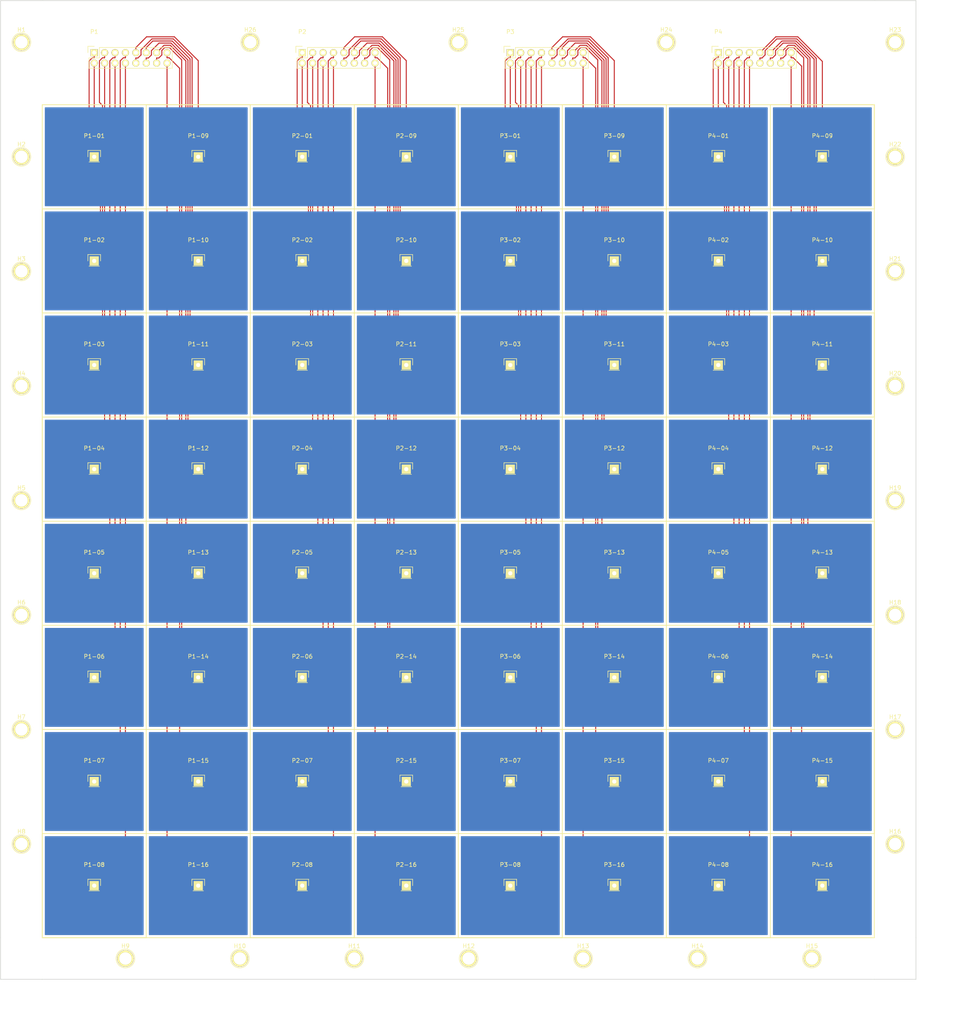
<source format=kicad_pcb>
(kicad_pcb (version 4) (host pcbnew 4.0.1-stable)

  (general
    (links 64)
    (no_connects 0)
    (area 25.324999 17.704999 248.995001 256.615001)
    (thickness 1.6)
    (drawings 47)
    (tracks 391)
    (zones 0)
    (modules 94)
    (nets 91)
  )

  (page A3)
  (title_block
    (title "Bio Balance Detector - Proto #4")
    (date 2016-04-29)
    (rev A)
    (company "Andras Fuchs (andras.fuchs@gmail.com)")
    (comment 4 "Square Sensor Panel")
  )

  (layers
    (0 F.Cu signal)
    (31 B.Cu signal)
    (32 B.Adhes user)
    (33 F.Adhes user)
    (34 B.Paste user)
    (35 F.Paste user)
    (36 B.SilkS user)
    (37 F.SilkS user)
    (38 B.Mask user)
    (39 F.Mask user)
    (40 Dwgs.User user)
    (41 Cmts.User user)
    (42 Eco1.User user)
    (43 Eco2.User user)
    (44 Edge.Cuts user)
    (45 Margin user)
    (46 B.CrtYd user)
    (47 F.CrtYd user)
    (48 B.Fab user)
    (49 F.Fab user)
  )

  (setup
    (last_trace_width 0.254)
    (trace_clearance 0.254)
    (zone_clearance 0.508)
    (zone_45_only no)
    (trace_min 0.2)
    (segment_width 0.2)
    (edge_width 0.15)
    (via_size 0.6)
    (via_drill 0.4)
    (via_min_size 0.4)
    (via_min_drill 0.3)
    (uvia_size 0.3)
    (uvia_drill 0.1)
    (uvias_allowed no)
    (uvia_min_size 0.2)
    (uvia_min_drill 0.1)
    (pcb_text_width 0.3)
    (pcb_text_size 1.5 1.5)
    (mod_edge_width 0.15)
    (mod_text_size 1 1)
    (mod_text_width 0.15)
    (pad_size 1.524 1.524)
    (pad_drill 0.762)
    (pad_to_mask_clearance 0.2)
    (aux_axis_origin 248.92 256.54)
    (visible_elements 7FFFFFFF)
    (pcbplotparams
      (layerselection 0x00000_80000001)
      (usegerberextensions false)
      (excludeedgelayer true)
      (linewidth 0.100000)
      (plotframeref false)
      (viasonmask false)
      (mode 1)
      (useauxorigin false)
      (hpglpennumber 1)
      (hpglpenspeed 20)
      (hpglpendiameter 15)
      (hpglpenoverlay 2)
      (psnegative false)
      (psa4output false)
      (plotreference true)
      (plotvalue true)
      (plotinvisibletext false)
      (padsonsilk false)
      (subtractmaskfromsilk false)
      (outputformat 1)
      (mirror false)
      (drillshape 0)
      (scaleselection 1)
      (outputdirectory ../../../Fabrication/BBDProto04/SensorPanelSquare/))
  )

  (net 0 "")
  (net 1 "Net-(P1-01-Pad1)")
  (net 2 "Net-(P1-02-Pad1)")
  (net 3 "Net-(P1-03-Pad1)")
  (net 4 "Net-(P1-04-Pad1)")
  (net 5 "Net-(P1-05-Pad1)")
  (net 6 "Net-(P1-06-Pad1)")
  (net 7 "Net-(P1-07-Pad1)")
  (net 8 "Net-(P1-08-Pad1)")
  (net 9 "Net-(P1-09-Pad1)")
  (net 10 "Net-(P1-10-Pad1)")
  (net 11 "Net-(P1-11-Pad1)")
  (net 12 "Net-(P1-12-Pad1)")
  (net 13 "Net-(P1-13-Pad1)")
  (net 14 "Net-(P1-14-Pad1)")
  (net 15 "Net-(P1-15-Pad1)")
  (net 16 "Net-(P1-16-Pad1)")
  (net 17 "Net-(P2-01-Pad1)")
  (net 18 "Net-(P2-02-Pad1)")
  (net 19 "Net-(P2-03-Pad1)")
  (net 20 "Net-(P2-04-Pad1)")
  (net 21 "Net-(P2-05-Pad1)")
  (net 22 "Net-(P2-06-Pad1)")
  (net 23 "Net-(P2-07-Pad1)")
  (net 24 "Net-(P2-08-Pad1)")
  (net 25 "Net-(P2-09-Pad1)")
  (net 26 "Net-(P2-10-Pad1)")
  (net 27 "Net-(P2-11-Pad1)")
  (net 28 "Net-(P2-12-Pad1)")
  (net 29 "Net-(P2-13-Pad1)")
  (net 30 "Net-(P2-14-Pad1)")
  (net 31 "Net-(P2-15-Pad1)")
  (net 32 "Net-(P2-16-Pad1)")
  (net 33 "Net-(P3-01-Pad1)")
  (net 34 "Net-(P3-02-Pad1)")
  (net 35 "Net-(P3-03-Pad1)")
  (net 36 "Net-(P3-04-Pad1)")
  (net 37 "Net-(P3-05-Pad1)")
  (net 38 "Net-(P3-06-Pad1)")
  (net 39 "Net-(P3-07-Pad1)")
  (net 40 "Net-(P3-08-Pad1)")
  (net 41 "Net-(P3-09-Pad1)")
  (net 42 "Net-(P3-10-Pad1)")
  (net 43 "Net-(P3-11-Pad1)")
  (net 44 "Net-(P3-12-Pad1)")
  (net 45 "Net-(P3-13-Pad1)")
  (net 46 "Net-(P3-14-Pad1)")
  (net 47 "Net-(P3-15-Pad1)")
  (net 48 "Net-(P3-16-Pad1)")
  (net 49 "Net-(P4-01-Pad1)")
  (net 50 "Net-(P4-02-Pad1)")
  (net 51 "Net-(P4-03-Pad1)")
  (net 52 "Net-(P4-04-Pad1)")
  (net 53 "Net-(P4-05-Pad1)")
  (net 54 "Net-(P4-06-Pad1)")
  (net 55 "Net-(P4-07-Pad1)")
  (net 56 "Net-(P4-08-Pad1)")
  (net 57 "Net-(P4-09-Pad1)")
  (net 58 "Net-(P4-10-Pad1)")
  (net 59 "Net-(P4-11-Pad1)")
  (net 60 "Net-(P4-12-Pad1)")
  (net 61 "Net-(P4-13-Pad1)")
  (net 62 "Net-(P4-14-Pad1)")
  (net 63 "Net-(P4-15-Pad1)")
  (net 64 "Net-(P4-16-Pad1)")
  (net 65 "Net-(H1-Pad1)")
  (net 66 "Net-(H2-Pad1)")
  (net 67 "Net-(H3-Pad1)")
  (net 68 "Net-(H4-Pad1)")
  (net 69 "Net-(H5-Pad1)")
  (net 70 "Net-(H6-Pad1)")
  (net 71 "Net-(H7-Pad1)")
  (net 72 "Net-(H8-Pad1)")
  (net 73 "Net-(H9-Pad1)")
  (net 74 "Net-(H10-Pad1)")
  (net 75 "Net-(H11-Pad1)")
  (net 76 "Net-(H12-Pad1)")
  (net 77 "Net-(H13-Pad1)")
  (net 78 "Net-(H14-Pad1)")
  (net 79 "Net-(H15-Pad1)")
  (net 80 "Net-(H16-Pad1)")
  (net 81 "Net-(H17-Pad1)")
  (net 82 "Net-(H18-Pad1)")
  (net 83 "Net-(H19-Pad1)")
  (net 84 "Net-(H20-Pad1)")
  (net 85 "Net-(H21-Pad1)")
  (net 86 "Net-(H22-Pad1)")
  (net 87 "Net-(H23-Pad1)")
  (net 88 "Net-(H24-Pad1)")
  (net 89 "Net-(H25-Pad1)")
  (net 90 "Net-(H26-Pad1)")

  (net_class Default "This is the default net class."
    (clearance 0.254)
    (trace_width 0.254)
    (via_dia 0.6)
    (via_drill 0.4)
    (uvia_dia 0.3)
    (uvia_drill 0.1)
    (add_net "Net-(H1-Pad1)")
    (add_net "Net-(H10-Pad1)")
    (add_net "Net-(H11-Pad1)")
    (add_net "Net-(H12-Pad1)")
    (add_net "Net-(H13-Pad1)")
    (add_net "Net-(H14-Pad1)")
    (add_net "Net-(H15-Pad1)")
    (add_net "Net-(H16-Pad1)")
    (add_net "Net-(H17-Pad1)")
    (add_net "Net-(H18-Pad1)")
    (add_net "Net-(H19-Pad1)")
    (add_net "Net-(H2-Pad1)")
    (add_net "Net-(H20-Pad1)")
    (add_net "Net-(H21-Pad1)")
    (add_net "Net-(H22-Pad1)")
    (add_net "Net-(H23-Pad1)")
    (add_net "Net-(H24-Pad1)")
    (add_net "Net-(H25-Pad1)")
    (add_net "Net-(H26-Pad1)")
    (add_net "Net-(H3-Pad1)")
    (add_net "Net-(H4-Pad1)")
    (add_net "Net-(H5-Pad1)")
    (add_net "Net-(H6-Pad1)")
    (add_net "Net-(H7-Pad1)")
    (add_net "Net-(H8-Pad1)")
    (add_net "Net-(H9-Pad1)")
    (add_net "Net-(P1-01-Pad1)")
    (add_net "Net-(P1-02-Pad1)")
    (add_net "Net-(P1-03-Pad1)")
    (add_net "Net-(P1-04-Pad1)")
    (add_net "Net-(P1-05-Pad1)")
    (add_net "Net-(P1-06-Pad1)")
    (add_net "Net-(P1-07-Pad1)")
    (add_net "Net-(P1-08-Pad1)")
    (add_net "Net-(P1-09-Pad1)")
    (add_net "Net-(P1-10-Pad1)")
    (add_net "Net-(P1-11-Pad1)")
    (add_net "Net-(P1-12-Pad1)")
    (add_net "Net-(P1-13-Pad1)")
    (add_net "Net-(P1-14-Pad1)")
    (add_net "Net-(P1-15-Pad1)")
    (add_net "Net-(P1-16-Pad1)")
    (add_net "Net-(P2-01-Pad1)")
    (add_net "Net-(P2-02-Pad1)")
    (add_net "Net-(P2-03-Pad1)")
    (add_net "Net-(P2-04-Pad1)")
    (add_net "Net-(P2-05-Pad1)")
    (add_net "Net-(P2-06-Pad1)")
    (add_net "Net-(P2-07-Pad1)")
    (add_net "Net-(P2-08-Pad1)")
    (add_net "Net-(P2-09-Pad1)")
    (add_net "Net-(P2-10-Pad1)")
    (add_net "Net-(P2-11-Pad1)")
    (add_net "Net-(P2-12-Pad1)")
    (add_net "Net-(P2-13-Pad1)")
    (add_net "Net-(P2-14-Pad1)")
    (add_net "Net-(P2-15-Pad1)")
    (add_net "Net-(P2-16-Pad1)")
    (add_net "Net-(P3-01-Pad1)")
    (add_net "Net-(P3-02-Pad1)")
    (add_net "Net-(P3-03-Pad1)")
    (add_net "Net-(P3-04-Pad1)")
    (add_net "Net-(P3-05-Pad1)")
    (add_net "Net-(P3-06-Pad1)")
    (add_net "Net-(P3-07-Pad1)")
    (add_net "Net-(P3-08-Pad1)")
    (add_net "Net-(P3-09-Pad1)")
    (add_net "Net-(P3-10-Pad1)")
    (add_net "Net-(P3-11-Pad1)")
    (add_net "Net-(P3-12-Pad1)")
    (add_net "Net-(P3-13-Pad1)")
    (add_net "Net-(P3-14-Pad1)")
    (add_net "Net-(P3-15-Pad1)")
    (add_net "Net-(P3-16-Pad1)")
    (add_net "Net-(P4-01-Pad1)")
    (add_net "Net-(P4-02-Pad1)")
    (add_net "Net-(P4-03-Pad1)")
    (add_net "Net-(P4-04-Pad1)")
    (add_net "Net-(P4-05-Pad1)")
    (add_net "Net-(P4-06-Pad1)")
    (add_net "Net-(P4-07-Pad1)")
    (add_net "Net-(P4-08-Pad1)")
    (add_net "Net-(P4-09-Pad1)")
    (add_net "Net-(P4-10-Pad1)")
    (add_net "Net-(P4-11-Pad1)")
    (add_net "Net-(P4-12-Pad1)")
    (add_net "Net-(P4-13-Pad1)")
    (add_net "Net-(P4-14-Pad1)")
    (add_net "Net-(P4-15-Pad1)")
    (add_net "Net-(P4-16-Pad1)")
  )

  (module Socket_Strips:Socket_Strip_Straight_2x08 (layer F.Cu) (tedit 0) (tstamp 570788FB)
    (at 48.26 30.48)
    (descr "Through hole socket strip")
    (tags "socket strip")
    (path /5707844D)
    (fp_text reference P1 (at 0 -5.1) (layer F.SilkS)
      (effects (font (size 1 1) (thickness 0.15)))
    )
    (fp_text value CONN_02X08 (at 0 -3.1) (layer F.Fab)
      (effects (font (size 1 1) (thickness 0.15)))
    )
    (fp_line (start -1.75 -1.75) (end -1.75 4.3) (layer F.CrtYd) (width 0.05))
    (fp_line (start 19.55 -1.75) (end 19.55 4.3) (layer F.CrtYd) (width 0.05))
    (fp_line (start -1.75 -1.75) (end 19.55 -1.75) (layer F.CrtYd) (width 0.05))
    (fp_line (start -1.75 4.3) (end 19.55 4.3) (layer F.CrtYd) (width 0.05))
    (fp_line (start 19.05 3.81) (end -1.27 3.81) (layer F.SilkS) (width 0.15))
    (fp_line (start 1.27 -1.27) (end 19.05 -1.27) (layer F.SilkS) (width 0.15))
    (fp_line (start 19.05 3.81) (end 19.05 -1.27) (layer F.SilkS) (width 0.15))
    (fp_line (start -1.27 3.81) (end -1.27 1.27) (layer F.SilkS) (width 0.15))
    (fp_line (start 0 -1.55) (end -1.55 -1.55) (layer F.SilkS) (width 0.15))
    (fp_line (start -1.27 1.27) (end 1.27 1.27) (layer F.SilkS) (width 0.15))
    (fp_line (start 1.27 1.27) (end 1.27 -1.27) (layer F.SilkS) (width 0.15))
    (fp_line (start -1.55 -1.55) (end -1.55 0) (layer F.SilkS) (width 0.15))
    (pad 1 thru_hole rect (at 0 0) (size 1.7272 1.7272) (drill 1.016) (layers *.Cu *.Mask F.SilkS)
      (net 1 "Net-(P1-01-Pad1)"))
    (pad 2 thru_hole oval (at 0 2.54) (size 1.7272 1.7272) (drill 1.016) (layers *.Cu *.Mask F.SilkS)
      (net 2 "Net-(P1-02-Pad1)"))
    (pad 3 thru_hole oval (at 2.54 0) (size 1.7272 1.7272) (drill 1.016) (layers *.Cu *.Mask F.SilkS)
      (net 3 "Net-(P1-03-Pad1)"))
    (pad 4 thru_hole oval (at 2.54 2.54) (size 1.7272 1.7272) (drill 1.016) (layers *.Cu *.Mask F.SilkS)
      (net 4 "Net-(P1-04-Pad1)"))
    (pad 5 thru_hole oval (at 5.08 0) (size 1.7272 1.7272) (drill 1.016) (layers *.Cu *.Mask F.SilkS)
      (net 5 "Net-(P1-05-Pad1)"))
    (pad 6 thru_hole oval (at 5.08 2.54) (size 1.7272 1.7272) (drill 1.016) (layers *.Cu *.Mask F.SilkS)
      (net 6 "Net-(P1-06-Pad1)"))
    (pad 7 thru_hole oval (at 7.62 0) (size 1.7272 1.7272) (drill 1.016) (layers *.Cu *.Mask F.SilkS)
      (net 7 "Net-(P1-07-Pad1)"))
    (pad 8 thru_hole oval (at 7.62 2.54) (size 1.7272 1.7272) (drill 1.016) (layers *.Cu *.Mask F.SilkS)
      (net 8 "Net-(P1-08-Pad1)"))
    (pad 9 thru_hole oval (at 10.16 0) (size 1.7272 1.7272) (drill 1.016) (layers *.Cu *.Mask F.SilkS)
      (net 9 "Net-(P1-09-Pad1)"))
    (pad 10 thru_hole oval (at 10.16 2.54) (size 1.7272 1.7272) (drill 1.016) (layers *.Cu *.Mask F.SilkS)
      (net 10 "Net-(P1-10-Pad1)"))
    (pad 11 thru_hole oval (at 12.7 0) (size 1.7272 1.7272) (drill 1.016) (layers *.Cu *.Mask F.SilkS)
      (net 11 "Net-(P1-11-Pad1)"))
    (pad 12 thru_hole oval (at 12.7 2.54) (size 1.7272 1.7272) (drill 1.016) (layers *.Cu *.Mask F.SilkS)
      (net 12 "Net-(P1-12-Pad1)"))
    (pad 13 thru_hole oval (at 15.24 0) (size 1.7272 1.7272) (drill 1.016) (layers *.Cu *.Mask F.SilkS)
      (net 13 "Net-(P1-13-Pad1)"))
    (pad 14 thru_hole oval (at 15.24 2.54) (size 1.7272 1.7272) (drill 1.016) (layers *.Cu *.Mask F.SilkS)
      (net 14 "Net-(P1-14-Pad1)"))
    (pad 15 thru_hole oval (at 17.78 0) (size 1.7272 1.7272) (drill 1.016) (layers *.Cu *.Mask F.SilkS)
      (net 15 "Net-(P1-15-Pad1)"))
    (pad 16 thru_hole oval (at 17.78 2.54) (size 1.7272 1.7272) (drill 1.016) (layers *.Cu *.Mask F.SilkS)
      (net 16 "Net-(P1-16-Pad1)"))
    (model Socket_Strips.3dshapes/Socket_Strip_Straight_2x08.wrl
      (at (xyz 0.35 -0.05 0))
      (scale (xyz 1 1 1))
      (rotate (xyz 0 0 180))
    )
  )

  (module Pin_Headers:Pin_Header_Straight_1x01 (layer F.Cu) (tedit 54EA08DC) (tstamp 57078900)
    (at 48.26 55.88)
    (descr "Through hole pin header")
    (tags "pin header")
    (path /5707931C)
    (fp_text reference P1-01 (at 0 -5.1) (layer F.SilkS)
      (effects (font (size 1 1) (thickness 0.15)))
    )
    (fp_text value CONN_01X01 (at 0 -3.1) (layer F.Fab)
      (effects (font (size 1 1) (thickness 0.15)))
    )
    (fp_line (start 1.55 -1.55) (end 1.55 0) (layer F.SilkS) (width 0.15))
    (fp_line (start -1.75 -1.75) (end -1.75 1.75) (layer F.CrtYd) (width 0.05))
    (fp_line (start 1.75 -1.75) (end 1.75 1.75) (layer F.CrtYd) (width 0.05))
    (fp_line (start -1.75 -1.75) (end 1.75 -1.75) (layer F.CrtYd) (width 0.05))
    (fp_line (start -1.75 1.75) (end 1.75 1.75) (layer F.CrtYd) (width 0.05))
    (fp_line (start -1.55 0) (end -1.55 -1.55) (layer F.SilkS) (width 0.15))
    (fp_line (start -1.55 -1.55) (end 1.55 -1.55) (layer F.SilkS) (width 0.15))
    (fp_line (start -1.27 1.27) (end 1.27 1.27) (layer F.SilkS) (width 0.15))
    (pad 1 thru_hole rect (at 0 0) (size 2.2352 2.2352) (drill 1.016) (layers *.Cu *.Mask F.SilkS)
      (net 1 "Net-(P1-01-Pad1)"))
    (model Pin_Headers.3dshapes/Pin_Header_Straight_1x01.wrl
      (at (xyz 0 0 0))
      (scale (xyz 1 1 1))
      (rotate (xyz 0 0 90))
    )
  )

  (module Pin_Headers:Pin_Header_Straight_1x01 (layer F.Cu) (tedit 54EA08DC) (tstamp 57078905)
    (at 48.26 81.28)
    (descr "Through hole pin header")
    (tags "pin header")
    (path /57078C5E)
    (fp_text reference P1-02 (at 0 -5.1) (layer F.SilkS)
      (effects (font (size 1 1) (thickness 0.15)))
    )
    (fp_text value CONN_01X01 (at 0 -3.1) (layer F.Fab)
      (effects (font (size 1 1) (thickness 0.15)))
    )
    (fp_line (start 1.55 -1.55) (end 1.55 0) (layer F.SilkS) (width 0.15))
    (fp_line (start -1.75 -1.75) (end -1.75 1.75) (layer F.CrtYd) (width 0.05))
    (fp_line (start 1.75 -1.75) (end 1.75 1.75) (layer F.CrtYd) (width 0.05))
    (fp_line (start -1.75 -1.75) (end 1.75 -1.75) (layer F.CrtYd) (width 0.05))
    (fp_line (start -1.75 1.75) (end 1.75 1.75) (layer F.CrtYd) (width 0.05))
    (fp_line (start -1.55 0) (end -1.55 -1.55) (layer F.SilkS) (width 0.15))
    (fp_line (start -1.55 -1.55) (end 1.55 -1.55) (layer F.SilkS) (width 0.15))
    (fp_line (start -1.27 1.27) (end 1.27 1.27) (layer F.SilkS) (width 0.15))
    (pad 1 thru_hole rect (at 0 0) (size 2.2352 2.2352) (drill 1.016) (layers *.Cu *.Mask F.SilkS)
      (net 2 "Net-(P1-02-Pad1)"))
    (model Pin_Headers.3dshapes/Pin_Header_Straight_1x01.wrl
      (at (xyz 0 0 0))
      (scale (xyz 1 1 1))
      (rotate (xyz 0 0 90))
    )
  )

  (module Pin_Headers:Pin_Header_Straight_1x01 (layer F.Cu) (tedit 54EA08DC) (tstamp 5707890A)
    (at 48.26 106.68)
    (descr "Through hole pin header")
    (tags "pin header")
    (path /57079316)
    (fp_text reference P1-03 (at 0 -5.1) (layer F.SilkS)
      (effects (font (size 1 1) (thickness 0.15)))
    )
    (fp_text value CONN_01X01 (at 0 -3.1) (layer F.Fab)
      (effects (font (size 1 1) (thickness 0.15)))
    )
    (fp_line (start 1.55 -1.55) (end 1.55 0) (layer F.SilkS) (width 0.15))
    (fp_line (start -1.75 -1.75) (end -1.75 1.75) (layer F.CrtYd) (width 0.05))
    (fp_line (start 1.75 -1.75) (end 1.75 1.75) (layer F.CrtYd) (width 0.05))
    (fp_line (start -1.75 -1.75) (end 1.75 -1.75) (layer F.CrtYd) (width 0.05))
    (fp_line (start -1.75 1.75) (end 1.75 1.75) (layer F.CrtYd) (width 0.05))
    (fp_line (start -1.55 0) (end -1.55 -1.55) (layer F.SilkS) (width 0.15))
    (fp_line (start -1.55 -1.55) (end 1.55 -1.55) (layer F.SilkS) (width 0.15))
    (fp_line (start -1.27 1.27) (end 1.27 1.27) (layer F.SilkS) (width 0.15))
    (pad 1 thru_hole rect (at 0 0) (size 2.2352 2.2352) (drill 1.016) (layers *.Cu *.Mask F.SilkS)
      (net 3 "Net-(P1-03-Pad1)"))
    (model Pin_Headers.3dshapes/Pin_Header_Straight_1x01.wrl
      (at (xyz 0 0 0))
      (scale (xyz 1 1 1))
      (rotate (xyz 0 0 90))
    )
  )

  (module Pin_Headers:Pin_Header_Straight_1x01 (layer F.Cu) (tedit 54EA08DC) (tstamp 5707890F)
    (at 48.26 132.08)
    (descr "Through hole pin header")
    (tags "pin header")
    (path /57078CB9)
    (fp_text reference P1-04 (at 0 -5.1) (layer F.SilkS)
      (effects (font (size 1 1) (thickness 0.15)))
    )
    (fp_text value CONN_01X01 (at 0 -3.1) (layer F.Fab)
      (effects (font (size 1 1) (thickness 0.15)))
    )
    (fp_line (start 1.55 -1.55) (end 1.55 0) (layer F.SilkS) (width 0.15))
    (fp_line (start -1.75 -1.75) (end -1.75 1.75) (layer F.CrtYd) (width 0.05))
    (fp_line (start 1.75 -1.75) (end 1.75 1.75) (layer F.CrtYd) (width 0.05))
    (fp_line (start -1.75 -1.75) (end 1.75 -1.75) (layer F.CrtYd) (width 0.05))
    (fp_line (start -1.75 1.75) (end 1.75 1.75) (layer F.CrtYd) (width 0.05))
    (fp_line (start -1.55 0) (end -1.55 -1.55) (layer F.SilkS) (width 0.15))
    (fp_line (start -1.55 -1.55) (end 1.55 -1.55) (layer F.SilkS) (width 0.15))
    (fp_line (start -1.27 1.27) (end 1.27 1.27) (layer F.SilkS) (width 0.15))
    (pad 1 thru_hole rect (at 0 0) (size 2.2352 2.2352) (drill 1.016) (layers *.Cu *.Mask F.SilkS)
      (net 4 "Net-(P1-04-Pad1)"))
    (model Pin_Headers.3dshapes/Pin_Header_Straight_1x01.wrl
      (at (xyz 0 0 0))
      (scale (xyz 1 1 1))
      (rotate (xyz 0 0 90))
    )
  )

  (module Pin_Headers:Pin_Header_Straight_1x01 (layer F.Cu) (tedit 54EA08DC) (tstamp 57078914)
    (at 48.26 157.48)
    (descr "Through hole pin header")
    (tags "pin header")
    (path /57079310)
    (fp_text reference P1-05 (at 0 -5.1) (layer F.SilkS)
      (effects (font (size 1 1) (thickness 0.15)))
    )
    (fp_text value CONN_01X01 (at 0 -3.1) (layer F.Fab)
      (effects (font (size 1 1) (thickness 0.15)))
    )
    (fp_line (start 1.55 -1.55) (end 1.55 0) (layer F.SilkS) (width 0.15))
    (fp_line (start -1.75 -1.75) (end -1.75 1.75) (layer F.CrtYd) (width 0.05))
    (fp_line (start 1.75 -1.75) (end 1.75 1.75) (layer F.CrtYd) (width 0.05))
    (fp_line (start -1.75 -1.75) (end 1.75 -1.75) (layer F.CrtYd) (width 0.05))
    (fp_line (start -1.75 1.75) (end 1.75 1.75) (layer F.CrtYd) (width 0.05))
    (fp_line (start -1.55 0) (end -1.55 -1.55) (layer F.SilkS) (width 0.15))
    (fp_line (start -1.55 -1.55) (end 1.55 -1.55) (layer F.SilkS) (width 0.15))
    (fp_line (start -1.27 1.27) (end 1.27 1.27) (layer F.SilkS) (width 0.15))
    (pad 1 thru_hole rect (at 0 0) (size 2.2352 2.2352) (drill 1.016) (layers *.Cu *.Mask F.SilkS)
      (net 5 "Net-(P1-05-Pad1)"))
    (model Pin_Headers.3dshapes/Pin_Header_Straight_1x01.wrl
      (at (xyz 0 0 0))
      (scale (xyz 1 1 1))
      (rotate (xyz 0 0 90))
    )
  )

  (module Pin_Headers:Pin_Header_Straight_1x01 (layer F.Cu) (tedit 54EA08DC) (tstamp 57078919)
    (at 48.26 182.88)
    (descr "Through hole pin header")
    (tags "pin header")
    (path /57078CD5)
    (fp_text reference P1-06 (at 0 -5.1) (layer F.SilkS)
      (effects (font (size 1 1) (thickness 0.15)))
    )
    (fp_text value CONN_01X01 (at 0 -3.1) (layer F.Fab)
      (effects (font (size 1 1) (thickness 0.15)))
    )
    (fp_line (start 1.55 -1.55) (end 1.55 0) (layer F.SilkS) (width 0.15))
    (fp_line (start -1.75 -1.75) (end -1.75 1.75) (layer F.CrtYd) (width 0.05))
    (fp_line (start 1.75 -1.75) (end 1.75 1.75) (layer F.CrtYd) (width 0.05))
    (fp_line (start -1.75 -1.75) (end 1.75 -1.75) (layer F.CrtYd) (width 0.05))
    (fp_line (start -1.75 1.75) (end 1.75 1.75) (layer F.CrtYd) (width 0.05))
    (fp_line (start -1.55 0) (end -1.55 -1.55) (layer F.SilkS) (width 0.15))
    (fp_line (start -1.55 -1.55) (end 1.55 -1.55) (layer F.SilkS) (width 0.15))
    (fp_line (start -1.27 1.27) (end 1.27 1.27) (layer F.SilkS) (width 0.15))
    (pad 1 thru_hole rect (at 0 0) (size 2.2352 2.2352) (drill 1.016) (layers *.Cu *.Mask F.SilkS)
      (net 6 "Net-(P1-06-Pad1)"))
    (model Pin_Headers.3dshapes/Pin_Header_Straight_1x01.wrl
      (at (xyz 0 0 0))
      (scale (xyz 1 1 1))
      (rotate (xyz 0 0 90))
    )
  )

  (module Pin_Headers:Pin_Header_Straight_1x01 (layer F.Cu) (tedit 54EA08DC) (tstamp 5707891E)
    (at 48.26 208.28)
    (descr "Through hole pin header")
    (tags "pin header")
    (path /5707930A)
    (fp_text reference P1-07 (at 0 -5.1) (layer F.SilkS)
      (effects (font (size 1 1) (thickness 0.15)))
    )
    (fp_text value CONN_01X01 (at 0 -3.1) (layer F.Fab)
      (effects (font (size 1 1) (thickness 0.15)))
    )
    (fp_line (start 1.55 -1.55) (end 1.55 0) (layer F.SilkS) (width 0.15))
    (fp_line (start -1.75 -1.75) (end -1.75 1.75) (layer F.CrtYd) (width 0.05))
    (fp_line (start 1.75 -1.75) (end 1.75 1.75) (layer F.CrtYd) (width 0.05))
    (fp_line (start -1.75 -1.75) (end 1.75 -1.75) (layer F.CrtYd) (width 0.05))
    (fp_line (start -1.75 1.75) (end 1.75 1.75) (layer F.CrtYd) (width 0.05))
    (fp_line (start -1.55 0) (end -1.55 -1.55) (layer F.SilkS) (width 0.15))
    (fp_line (start -1.55 -1.55) (end 1.55 -1.55) (layer F.SilkS) (width 0.15))
    (fp_line (start -1.27 1.27) (end 1.27 1.27) (layer F.SilkS) (width 0.15))
    (pad 1 thru_hole rect (at 0 0) (size 2.2352 2.2352) (drill 1.016) (layers *.Cu *.Mask F.SilkS)
      (net 7 "Net-(P1-07-Pad1)"))
    (model Pin_Headers.3dshapes/Pin_Header_Straight_1x01.wrl
      (at (xyz 0 0 0))
      (scale (xyz 1 1 1))
      (rotate (xyz 0 0 90))
    )
  )

  (module Pin_Headers:Pin_Header_Straight_1x01 (layer F.Cu) (tedit 54EA08DC) (tstamp 57078923)
    (at 48.26 233.68)
    (descr "Through hole pin header")
    (tags "pin header")
    (path /57078D32)
    (fp_text reference P1-08 (at 0 -5.1) (layer F.SilkS)
      (effects (font (size 1 1) (thickness 0.15)))
    )
    (fp_text value CONN_01X01 (at 0 -3.1) (layer F.Fab)
      (effects (font (size 1 1) (thickness 0.15)))
    )
    (fp_line (start 1.55 -1.55) (end 1.55 0) (layer F.SilkS) (width 0.15))
    (fp_line (start -1.75 -1.75) (end -1.75 1.75) (layer F.CrtYd) (width 0.05))
    (fp_line (start 1.75 -1.75) (end 1.75 1.75) (layer F.CrtYd) (width 0.05))
    (fp_line (start -1.75 -1.75) (end 1.75 -1.75) (layer F.CrtYd) (width 0.05))
    (fp_line (start -1.75 1.75) (end 1.75 1.75) (layer F.CrtYd) (width 0.05))
    (fp_line (start -1.55 0) (end -1.55 -1.55) (layer F.SilkS) (width 0.15))
    (fp_line (start -1.55 -1.55) (end 1.55 -1.55) (layer F.SilkS) (width 0.15))
    (fp_line (start -1.27 1.27) (end 1.27 1.27) (layer F.SilkS) (width 0.15))
    (pad 1 thru_hole rect (at 0 0) (size 2.2352 2.2352) (drill 1.016) (layers *.Cu *.Mask F.SilkS)
      (net 8 "Net-(P1-08-Pad1)"))
    (model Pin_Headers.3dshapes/Pin_Header_Straight_1x01.wrl
      (at (xyz 0 0 0))
      (scale (xyz 1 1 1))
      (rotate (xyz 0 0 90))
    )
  )

  (module Pin_Headers:Pin_Header_Straight_1x01 (layer F.Cu) (tedit 54EA08DC) (tstamp 57078928)
    (at 73.66 55.88)
    (descr "Through hole pin header")
    (tags "pin header")
    (path /57079304)
    (fp_text reference P1-09 (at 0 -5.1) (layer F.SilkS)
      (effects (font (size 1 1) (thickness 0.15)))
    )
    (fp_text value CONN_01X01 (at 0 -3.1) (layer F.Fab)
      (effects (font (size 1 1) (thickness 0.15)))
    )
    (fp_line (start 1.55 -1.55) (end 1.55 0) (layer F.SilkS) (width 0.15))
    (fp_line (start -1.75 -1.75) (end -1.75 1.75) (layer F.CrtYd) (width 0.05))
    (fp_line (start 1.75 -1.75) (end 1.75 1.75) (layer F.CrtYd) (width 0.05))
    (fp_line (start -1.75 -1.75) (end 1.75 -1.75) (layer F.CrtYd) (width 0.05))
    (fp_line (start -1.75 1.75) (end 1.75 1.75) (layer F.CrtYd) (width 0.05))
    (fp_line (start -1.55 0) (end -1.55 -1.55) (layer F.SilkS) (width 0.15))
    (fp_line (start -1.55 -1.55) (end 1.55 -1.55) (layer F.SilkS) (width 0.15))
    (fp_line (start -1.27 1.27) (end 1.27 1.27) (layer F.SilkS) (width 0.15))
    (pad 1 thru_hole rect (at 0 0) (size 2.2352 2.2352) (drill 1.016) (layers *.Cu *.Mask F.SilkS)
      (net 9 "Net-(P1-09-Pad1)"))
    (model Pin_Headers.3dshapes/Pin_Header_Straight_1x01.wrl
      (at (xyz 0 0 0))
      (scale (xyz 1 1 1))
      (rotate (xyz 0 0 90))
    )
  )

  (module Pin_Headers:Pin_Header_Straight_1x01 (layer F.Cu) (tedit 54EA08DC) (tstamp 5707892D)
    (at 73.66 81.28)
    (descr "Through hole pin header")
    (tags "pin header")
    (path /57078D58)
    (fp_text reference P1-10 (at 0 -5.1) (layer F.SilkS)
      (effects (font (size 1 1) (thickness 0.15)))
    )
    (fp_text value CONN_01X01 (at 0 -3.1) (layer F.Fab)
      (effects (font (size 1 1) (thickness 0.15)))
    )
    (fp_line (start 1.55 -1.55) (end 1.55 0) (layer F.SilkS) (width 0.15))
    (fp_line (start -1.75 -1.75) (end -1.75 1.75) (layer F.CrtYd) (width 0.05))
    (fp_line (start 1.75 -1.75) (end 1.75 1.75) (layer F.CrtYd) (width 0.05))
    (fp_line (start -1.75 -1.75) (end 1.75 -1.75) (layer F.CrtYd) (width 0.05))
    (fp_line (start -1.75 1.75) (end 1.75 1.75) (layer F.CrtYd) (width 0.05))
    (fp_line (start -1.55 0) (end -1.55 -1.55) (layer F.SilkS) (width 0.15))
    (fp_line (start -1.55 -1.55) (end 1.55 -1.55) (layer F.SilkS) (width 0.15))
    (fp_line (start -1.27 1.27) (end 1.27 1.27) (layer F.SilkS) (width 0.15))
    (pad 1 thru_hole rect (at 0 0) (size 2.2352 2.2352) (drill 1.016) (layers *.Cu *.Mask F.SilkS)
      (net 10 "Net-(P1-10-Pad1)"))
    (model Pin_Headers.3dshapes/Pin_Header_Straight_1x01.wrl
      (at (xyz 0 0 0))
      (scale (xyz 1 1 1))
      (rotate (xyz 0 0 90))
    )
  )

  (module Pin_Headers:Pin_Header_Straight_1x01 (layer F.Cu) (tedit 54EA08DC) (tstamp 57078932)
    (at 73.66 106.68)
    (descr "Through hole pin header")
    (tags "pin header")
    (path /570792FE)
    (fp_text reference P1-11 (at 0 -5.1) (layer F.SilkS)
      (effects (font (size 1 1) (thickness 0.15)))
    )
    (fp_text value CONN_01X01 (at 0 -3.1) (layer F.Fab)
      (effects (font (size 1 1) (thickness 0.15)))
    )
    (fp_line (start 1.55 -1.55) (end 1.55 0) (layer F.SilkS) (width 0.15))
    (fp_line (start -1.75 -1.75) (end -1.75 1.75) (layer F.CrtYd) (width 0.05))
    (fp_line (start 1.75 -1.75) (end 1.75 1.75) (layer F.CrtYd) (width 0.05))
    (fp_line (start -1.75 -1.75) (end 1.75 -1.75) (layer F.CrtYd) (width 0.05))
    (fp_line (start -1.75 1.75) (end 1.75 1.75) (layer F.CrtYd) (width 0.05))
    (fp_line (start -1.55 0) (end -1.55 -1.55) (layer F.SilkS) (width 0.15))
    (fp_line (start -1.55 -1.55) (end 1.55 -1.55) (layer F.SilkS) (width 0.15))
    (fp_line (start -1.27 1.27) (end 1.27 1.27) (layer F.SilkS) (width 0.15))
    (pad 1 thru_hole rect (at 0 0) (size 2.2352 2.2352) (drill 1.016) (layers *.Cu *.Mask F.SilkS)
      (net 11 "Net-(P1-11-Pad1)"))
    (model Pin_Headers.3dshapes/Pin_Header_Straight_1x01.wrl
      (at (xyz 0 0 0))
      (scale (xyz 1 1 1))
      (rotate (xyz 0 0 90))
    )
  )

  (module Pin_Headers:Pin_Header_Straight_1x01 (layer F.Cu) (tedit 54EA08DC) (tstamp 57078937)
    (at 73.66 132.08)
    (descr "Through hole pin header")
    (tags "pin header")
    (path /57078D81)
    (fp_text reference P1-12 (at 0 -5.1) (layer F.SilkS)
      (effects (font (size 1 1) (thickness 0.15)))
    )
    (fp_text value CONN_01X01 (at 0 -3.1) (layer F.Fab)
      (effects (font (size 1 1) (thickness 0.15)))
    )
    (fp_line (start 1.55 -1.55) (end 1.55 0) (layer F.SilkS) (width 0.15))
    (fp_line (start -1.75 -1.75) (end -1.75 1.75) (layer F.CrtYd) (width 0.05))
    (fp_line (start 1.75 -1.75) (end 1.75 1.75) (layer F.CrtYd) (width 0.05))
    (fp_line (start -1.75 -1.75) (end 1.75 -1.75) (layer F.CrtYd) (width 0.05))
    (fp_line (start -1.75 1.75) (end 1.75 1.75) (layer F.CrtYd) (width 0.05))
    (fp_line (start -1.55 0) (end -1.55 -1.55) (layer F.SilkS) (width 0.15))
    (fp_line (start -1.55 -1.55) (end 1.55 -1.55) (layer F.SilkS) (width 0.15))
    (fp_line (start -1.27 1.27) (end 1.27 1.27) (layer F.SilkS) (width 0.15))
    (pad 1 thru_hole rect (at 0 0) (size 2.2352 2.2352) (drill 1.016) (layers *.Cu *.Mask F.SilkS)
      (net 12 "Net-(P1-12-Pad1)"))
    (model Pin_Headers.3dshapes/Pin_Header_Straight_1x01.wrl
      (at (xyz 0 0 0))
      (scale (xyz 1 1 1))
      (rotate (xyz 0 0 90))
    )
  )

  (module Pin_Headers:Pin_Header_Straight_1x01 (layer F.Cu) (tedit 54EA08DC) (tstamp 5707893C)
    (at 73.66 157.48)
    (descr "Through hole pin header")
    (tags "pin header")
    (path /570792F8)
    (fp_text reference P1-13 (at 0 -5.1) (layer F.SilkS)
      (effects (font (size 1 1) (thickness 0.15)))
    )
    (fp_text value CONN_01X01 (at 0 -3.1) (layer F.Fab)
      (effects (font (size 1 1) (thickness 0.15)))
    )
    (fp_line (start 1.55 -1.55) (end 1.55 0) (layer F.SilkS) (width 0.15))
    (fp_line (start -1.75 -1.75) (end -1.75 1.75) (layer F.CrtYd) (width 0.05))
    (fp_line (start 1.75 -1.75) (end 1.75 1.75) (layer F.CrtYd) (width 0.05))
    (fp_line (start -1.75 -1.75) (end 1.75 -1.75) (layer F.CrtYd) (width 0.05))
    (fp_line (start -1.75 1.75) (end 1.75 1.75) (layer F.CrtYd) (width 0.05))
    (fp_line (start -1.55 0) (end -1.55 -1.55) (layer F.SilkS) (width 0.15))
    (fp_line (start -1.55 -1.55) (end 1.55 -1.55) (layer F.SilkS) (width 0.15))
    (fp_line (start -1.27 1.27) (end 1.27 1.27) (layer F.SilkS) (width 0.15))
    (pad 1 thru_hole rect (at 0 0) (size 2.2352 2.2352) (drill 1.016) (layers *.Cu *.Mask F.SilkS)
      (net 13 "Net-(P1-13-Pad1)"))
    (model Pin_Headers.3dshapes/Pin_Header_Straight_1x01.wrl
      (at (xyz 0 0 0))
      (scale (xyz 1 1 1))
      (rotate (xyz 0 0 90))
    )
  )

  (module Pin_Headers:Pin_Header_Straight_1x01 (layer F.Cu) (tedit 54EA08DC) (tstamp 57078941)
    (at 73.66 182.88)
    (descr "Through hole pin header")
    (tags "pin header")
    (path /57078DAD)
    (fp_text reference P1-14 (at 0 -5.1) (layer F.SilkS)
      (effects (font (size 1 1) (thickness 0.15)))
    )
    (fp_text value CONN_01X01 (at 0 -3.1) (layer F.Fab)
      (effects (font (size 1 1) (thickness 0.15)))
    )
    (fp_line (start 1.55 -1.55) (end 1.55 0) (layer F.SilkS) (width 0.15))
    (fp_line (start -1.75 -1.75) (end -1.75 1.75) (layer F.CrtYd) (width 0.05))
    (fp_line (start 1.75 -1.75) (end 1.75 1.75) (layer F.CrtYd) (width 0.05))
    (fp_line (start -1.75 -1.75) (end 1.75 -1.75) (layer F.CrtYd) (width 0.05))
    (fp_line (start -1.75 1.75) (end 1.75 1.75) (layer F.CrtYd) (width 0.05))
    (fp_line (start -1.55 0) (end -1.55 -1.55) (layer F.SilkS) (width 0.15))
    (fp_line (start -1.55 -1.55) (end 1.55 -1.55) (layer F.SilkS) (width 0.15))
    (fp_line (start -1.27 1.27) (end 1.27 1.27) (layer F.SilkS) (width 0.15))
    (pad 1 thru_hole rect (at 0 0) (size 2.2352 2.2352) (drill 1.016) (layers *.Cu *.Mask F.SilkS)
      (net 14 "Net-(P1-14-Pad1)"))
    (model Pin_Headers.3dshapes/Pin_Header_Straight_1x01.wrl
      (at (xyz 0 0 0))
      (scale (xyz 1 1 1))
      (rotate (xyz 0 0 90))
    )
  )

  (module Pin_Headers:Pin_Header_Straight_1x01 (layer F.Cu) (tedit 54EA08DC) (tstamp 57078946)
    (at 73.66 208.28)
    (descr "Through hole pin header")
    (tags "pin header")
    (path /570792F2)
    (fp_text reference P1-15 (at 0 -5.1) (layer F.SilkS)
      (effects (font (size 1 1) (thickness 0.15)))
    )
    (fp_text value CONN_01X01 (at 0 -3.1) (layer F.Fab)
      (effects (font (size 1 1) (thickness 0.15)))
    )
    (fp_line (start 1.55 -1.55) (end 1.55 0) (layer F.SilkS) (width 0.15))
    (fp_line (start -1.75 -1.75) (end -1.75 1.75) (layer F.CrtYd) (width 0.05))
    (fp_line (start 1.75 -1.75) (end 1.75 1.75) (layer F.CrtYd) (width 0.05))
    (fp_line (start -1.75 -1.75) (end 1.75 -1.75) (layer F.CrtYd) (width 0.05))
    (fp_line (start -1.75 1.75) (end 1.75 1.75) (layer F.CrtYd) (width 0.05))
    (fp_line (start -1.55 0) (end -1.55 -1.55) (layer F.SilkS) (width 0.15))
    (fp_line (start -1.55 -1.55) (end 1.55 -1.55) (layer F.SilkS) (width 0.15))
    (fp_line (start -1.27 1.27) (end 1.27 1.27) (layer F.SilkS) (width 0.15))
    (pad 1 thru_hole rect (at 0 0) (size 2.2352 2.2352) (drill 1.016) (layers *.Cu *.Mask F.SilkS)
      (net 15 "Net-(P1-15-Pad1)"))
    (model Pin_Headers.3dshapes/Pin_Header_Straight_1x01.wrl
      (at (xyz 0 0 0))
      (scale (xyz 1 1 1))
      (rotate (xyz 0 0 90))
    )
  )

  (module Pin_Headers:Pin_Header_Straight_1x01 (layer F.Cu) (tedit 54EA08DC) (tstamp 5707894B)
    (at 73.66 233.68)
    (descr "Through hole pin header")
    (tags "pin header")
    (path /57078DDC)
    (fp_text reference P1-16 (at 0 -5.1) (layer F.SilkS)
      (effects (font (size 1 1) (thickness 0.15)))
    )
    (fp_text value CONN_01X01 (at 0 -3.1) (layer F.Fab)
      (effects (font (size 1 1) (thickness 0.15)))
    )
    (fp_line (start 1.55 -1.55) (end 1.55 0) (layer F.SilkS) (width 0.15))
    (fp_line (start -1.75 -1.75) (end -1.75 1.75) (layer F.CrtYd) (width 0.05))
    (fp_line (start 1.75 -1.75) (end 1.75 1.75) (layer F.CrtYd) (width 0.05))
    (fp_line (start -1.75 -1.75) (end 1.75 -1.75) (layer F.CrtYd) (width 0.05))
    (fp_line (start -1.75 1.75) (end 1.75 1.75) (layer F.CrtYd) (width 0.05))
    (fp_line (start -1.55 0) (end -1.55 -1.55) (layer F.SilkS) (width 0.15))
    (fp_line (start -1.55 -1.55) (end 1.55 -1.55) (layer F.SilkS) (width 0.15))
    (fp_line (start -1.27 1.27) (end 1.27 1.27) (layer F.SilkS) (width 0.15))
    (pad 1 thru_hole rect (at 0 0) (size 2.2352 2.2352) (drill 1.016) (layers *.Cu *.Mask F.SilkS)
      (net 16 "Net-(P1-16-Pad1)"))
    (model Pin_Headers.3dshapes/Pin_Header_Straight_1x01.wrl
      (at (xyz 0 0 0))
      (scale (xyz 1 1 1))
      (rotate (xyz 0 0 90))
    )
  )

  (module Socket_Strips:Socket_Strip_Straight_2x08 (layer F.Cu) (tedit 0) (tstamp 5707895F)
    (at 99.06 30.48)
    (descr "Through hole socket strip")
    (tags "socket strip")
    (path /5707C110)
    (fp_text reference P2 (at 0 -5.1) (layer F.SilkS)
      (effects (font (size 1 1) (thickness 0.15)))
    )
    (fp_text value CONN_02X08 (at 0 -3.1) (layer F.Fab)
      (effects (font (size 1 1) (thickness 0.15)))
    )
    (fp_line (start -1.75 -1.75) (end -1.75 4.3) (layer F.CrtYd) (width 0.05))
    (fp_line (start 19.55 -1.75) (end 19.55 4.3) (layer F.CrtYd) (width 0.05))
    (fp_line (start -1.75 -1.75) (end 19.55 -1.75) (layer F.CrtYd) (width 0.05))
    (fp_line (start -1.75 4.3) (end 19.55 4.3) (layer F.CrtYd) (width 0.05))
    (fp_line (start 19.05 3.81) (end -1.27 3.81) (layer F.SilkS) (width 0.15))
    (fp_line (start 1.27 -1.27) (end 19.05 -1.27) (layer F.SilkS) (width 0.15))
    (fp_line (start 19.05 3.81) (end 19.05 -1.27) (layer F.SilkS) (width 0.15))
    (fp_line (start -1.27 3.81) (end -1.27 1.27) (layer F.SilkS) (width 0.15))
    (fp_line (start 0 -1.55) (end -1.55 -1.55) (layer F.SilkS) (width 0.15))
    (fp_line (start -1.27 1.27) (end 1.27 1.27) (layer F.SilkS) (width 0.15))
    (fp_line (start 1.27 1.27) (end 1.27 -1.27) (layer F.SilkS) (width 0.15))
    (fp_line (start -1.55 -1.55) (end -1.55 0) (layer F.SilkS) (width 0.15))
    (pad 1 thru_hole rect (at 0 0) (size 1.7272 1.7272) (drill 1.016) (layers *.Cu *.Mask F.SilkS)
      (net 17 "Net-(P2-01-Pad1)"))
    (pad 2 thru_hole oval (at 0 2.54) (size 1.7272 1.7272) (drill 1.016) (layers *.Cu *.Mask F.SilkS)
      (net 18 "Net-(P2-02-Pad1)"))
    (pad 3 thru_hole oval (at 2.54 0) (size 1.7272 1.7272) (drill 1.016) (layers *.Cu *.Mask F.SilkS)
      (net 19 "Net-(P2-03-Pad1)"))
    (pad 4 thru_hole oval (at 2.54 2.54) (size 1.7272 1.7272) (drill 1.016) (layers *.Cu *.Mask F.SilkS)
      (net 20 "Net-(P2-04-Pad1)"))
    (pad 5 thru_hole oval (at 5.08 0) (size 1.7272 1.7272) (drill 1.016) (layers *.Cu *.Mask F.SilkS)
      (net 21 "Net-(P2-05-Pad1)"))
    (pad 6 thru_hole oval (at 5.08 2.54) (size 1.7272 1.7272) (drill 1.016) (layers *.Cu *.Mask F.SilkS)
      (net 22 "Net-(P2-06-Pad1)"))
    (pad 7 thru_hole oval (at 7.62 0) (size 1.7272 1.7272) (drill 1.016) (layers *.Cu *.Mask F.SilkS)
      (net 23 "Net-(P2-07-Pad1)"))
    (pad 8 thru_hole oval (at 7.62 2.54) (size 1.7272 1.7272) (drill 1.016) (layers *.Cu *.Mask F.SilkS)
      (net 24 "Net-(P2-08-Pad1)"))
    (pad 9 thru_hole oval (at 10.16 0) (size 1.7272 1.7272) (drill 1.016) (layers *.Cu *.Mask F.SilkS)
      (net 25 "Net-(P2-09-Pad1)"))
    (pad 10 thru_hole oval (at 10.16 2.54) (size 1.7272 1.7272) (drill 1.016) (layers *.Cu *.Mask F.SilkS)
      (net 26 "Net-(P2-10-Pad1)"))
    (pad 11 thru_hole oval (at 12.7 0) (size 1.7272 1.7272) (drill 1.016) (layers *.Cu *.Mask F.SilkS)
      (net 27 "Net-(P2-11-Pad1)"))
    (pad 12 thru_hole oval (at 12.7 2.54) (size 1.7272 1.7272) (drill 1.016) (layers *.Cu *.Mask F.SilkS)
      (net 28 "Net-(P2-12-Pad1)"))
    (pad 13 thru_hole oval (at 15.24 0) (size 1.7272 1.7272) (drill 1.016) (layers *.Cu *.Mask F.SilkS)
      (net 29 "Net-(P2-13-Pad1)"))
    (pad 14 thru_hole oval (at 15.24 2.54) (size 1.7272 1.7272) (drill 1.016) (layers *.Cu *.Mask F.SilkS)
      (net 30 "Net-(P2-14-Pad1)"))
    (pad 15 thru_hole oval (at 17.78 0) (size 1.7272 1.7272) (drill 1.016) (layers *.Cu *.Mask F.SilkS)
      (net 31 "Net-(P2-15-Pad1)"))
    (pad 16 thru_hole oval (at 17.78 2.54) (size 1.7272 1.7272) (drill 1.016) (layers *.Cu *.Mask F.SilkS)
      (net 32 "Net-(P2-16-Pad1)"))
    (model Socket_Strips.3dshapes/Socket_Strip_Straight_2x08.wrl
      (at (xyz 0.35 -0.05 0))
      (scale (xyz 1 1 1))
      (rotate (xyz 0 0 180))
    )
  )

  (module Pin_Headers:Pin_Header_Straight_1x01 (layer F.Cu) (tedit 54EA08DC) (tstamp 57078964)
    (at 99.06 55.88)
    (descr "Through hole pin header")
    (tags "pin header")
    (path /5707C188)
    (fp_text reference P2-01 (at 0 -5.1) (layer F.SilkS)
      (effects (font (size 1 1) (thickness 0.15)))
    )
    (fp_text value CONN_01X01 (at 0 -3.1) (layer F.Fab)
      (effects (font (size 1 1) (thickness 0.15)))
    )
    (fp_line (start 1.55 -1.55) (end 1.55 0) (layer F.SilkS) (width 0.15))
    (fp_line (start -1.75 -1.75) (end -1.75 1.75) (layer F.CrtYd) (width 0.05))
    (fp_line (start 1.75 -1.75) (end 1.75 1.75) (layer F.CrtYd) (width 0.05))
    (fp_line (start -1.75 -1.75) (end 1.75 -1.75) (layer F.CrtYd) (width 0.05))
    (fp_line (start -1.75 1.75) (end 1.75 1.75) (layer F.CrtYd) (width 0.05))
    (fp_line (start -1.55 0) (end -1.55 -1.55) (layer F.SilkS) (width 0.15))
    (fp_line (start -1.55 -1.55) (end 1.55 -1.55) (layer F.SilkS) (width 0.15))
    (fp_line (start -1.27 1.27) (end 1.27 1.27) (layer F.SilkS) (width 0.15))
    (pad 1 thru_hole rect (at 0 0) (size 2.2352 2.2352) (drill 1.016) (layers *.Cu *.Mask F.SilkS)
      (net 17 "Net-(P2-01-Pad1)"))
    (model Pin_Headers.3dshapes/Pin_Header_Straight_1x01.wrl
      (at (xyz 0 0 0))
      (scale (xyz 1 1 1))
      (rotate (xyz 0 0 90))
    )
  )

  (module Pin_Headers:Pin_Header_Straight_1x01 (layer F.Cu) (tedit 54EA08DC) (tstamp 57078969)
    (at 99.06 81.28)
    (descr "Through hole pin header")
    (tags "pin header")
    (path /5707C116)
    (fp_text reference P2-02 (at 0 -5.1) (layer F.SilkS)
      (effects (font (size 1 1) (thickness 0.15)))
    )
    (fp_text value CONN_01X01 (at 0 -3.1) (layer F.Fab)
      (effects (font (size 1 1) (thickness 0.15)))
    )
    (fp_line (start 1.55 -1.55) (end 1.55 0) (layer F.SilkS) (width 0.15))
    (fp_line (start -1.75 -1.75) (end -1.75 1.75) (layer F.CrtYd) (width 0.05))
    (fp_line (start 1.75 -1.75) (end 1.75 1.75) (layer F.CrtYd) (width 0.05))
    (fp_line (start -1.75 -1.75) (end 1.75 -1.75) (layer F.CrtYd) (width 0.05))
    (fp_line (start -1.75 1.75) (end 1.75 1.75) (layer F.CrtYd) (width 0.05))
    (fp_line (start -1.55 0) (end -1.55 -1.55) (layer F.SilkS) (width 0.15))
    (fp_line (start -1.55 -1.55) (end 1.55 -1.55) (layer F.SilkS) (width 0.15))
    (fp_line (start -1.27 1.27) (end 1.27 1.27) (layer F.SilkS) (width 0.15))
    (pad 1 thru_hole rect (at 0 0) (size 2.2352 2.2352) (drill 1.016) (layers *.Cu *.Mask F.SilkS)
      (net 18 "Net-(P2-02-Pad1)"))
    (model Pin_Headers.3dshapes/Pin_Header_Straight_1x01.wrl
      (at (xyz 0 0 0))
      (scale (xyz 1 1 1))
      (rotate (xyz 0 0 90))
    )
  )

  (module Pin_Headers:Pin_Header_Straight_1x01 (layer F.Cu) (tedit 54EA08DC) (tstamp 5707896E)
    (at 99.06 106.68)
    (descr "Through hole pin header")
    (tags "pin header")
    (path /5707C182)
    (fp_text reference P2-03 (at 0 -5.1) (layer F.SilkS)
      (effects (font (size 1 1) (thickness 0.15)))
    )
    (fp_text value CONN_01X01 (at 0 -3.1) (layer F.Fab)
      (effects (font (size 1 1) (thickness 0.15)))
    )
    (fp_line (start 1.55 -1.55) (end 1.55 0) (layer F.SilkS) (width 0.15))
    (fp_line (start -1.75 -1.75) (end -1.75 1.75) (layer F.CrtYd) (width 0.05))
    (fp_line (start 1.75 -1.75) (end 1.75 1.75) (layer F.CrtYd) (width 0.05))
    (fp_line (start -1.75 -1.75) (end 1.75 -1.75) (layer F.CrtYd) (width 0.05))
    (fp_line (start -1.75 1.75) (end 1.75 1.75) (layer F.CrtYd) (width 0.05))
    (fp_line (start -1.55 0) (end -1.55 -1.55) (layer F.SilkS) (width 0.15))
    (fp_line (start -1.55 -1.55) (end 1.55 -1.55) (layer F.SilkS) (width 0.15))
    (fp_line (start -1.27 1.27) (end 1.27 1.27) (layer F.SilkS) (width 0.15))
    (pad 1 thru_hole rect (at 0 0) (size 2.2352 2.2352) (drill 1.016) (layers *.Cu *.Mask F.SilkS)
      (net 19 "Net-(P2-03-Pad1)"))
    (model Pin_Headers.3dshapes/Pin_Header_Straight_1x01.wrl
      (at (xyz 0 0 0))
      (scale (xyz 1 1 1))
      (rotate (xyz 0 0 90))
    )
  )

  (module Pin_Headers:Pin_Header_Straight_1x01 (layer F.Cu) (tedit 54EA08DC) (tstamp 57078973)
    (at 99.06 132.08)
    (descr "Through hole pin header")
    (tags "pin header")
    (path /5707C11C)
    (fp_text reference P2-04 (at 0 -5.1) (layer F.SilkS)
      (effects (font (size 1 1) (thickness 0.15)))
    )
    (fp_text value CONN_01X01 (at 0 -3.1) (layer F.Fab)
      (effects (font (size 1 1) (thickness 0.15)))
    )
    (fp_line (start 1.55 -1.55) (end 1.55 0) (layer F.SilkS) (width 0.15))
    (fp_line (start -1.75 -1.75) (end -1.75 1.75) (layer F.CrtYd) (width 0.05))
    (fp_line (start 1.75 -1.75) (end 1.75 1.75) (layer F.CrtYd) (width 0.05))
    (fp_line (start -1.75 -1.75) (end 1.75 -1.75) (layer F.CrtYd) (width 0.05))
    (fp_line (start -1.75 1.75) (end 1.75 1.75) (layer F.CrtYd) (width 0.05))
    (fp_line (start -1.55 0) (end -1.55 -1.55) (layer F.SilkS) (width 0.15))
    (fp_line (start -1.55 -1.55) (end 1.55 -1.55) (layer F.SilkS) (width 0.15))
    (fp_line (start -1.27 1.27) (end 1.27 1.27) (layer F.SilkS) (width 0.15))
    (pad 1 thru_hole rect (at 0 0) (size 2.2352 2.2352) (drill 1.016) (layers *.Cu *.Mask F.SilkS)
      (net 20 "Net-(P2-04-Pad1)"))
    (model Pin_Headers.3dshapes/Pin_Header_Straight_1x01.wrl
      (at (xyz 0 0 0))
      (scale (xyz 1 1 1))
      (rotate (xyz 0 0 90))
    )
  )

  (module Pin_Headers:Pin_Header_Straight_1x01 (layer F.Cu) (tedit 54EA08DC) (tstamp 57078978)
    (at 99.06 157.48)
    (descr "Through hole pin header")
    (tags "pin header")
    (path /5707C17C)
    (fp_text reference P2-05 (at 0 -5.1) (layer F.SilkS)
      (effects (font (size 1 1) (thickness 0.15)))
    )
    (fp_text value CONN_01X01 (at 0 -3.1) (layer F.Fab)
      (effects (font (size 1 1) (thickness 0.15)))
    )
    (fp_line (start 1.55 -1.55) (end 1.55 0) (layer F.SilkS) (width 0.15))
    (fp_line (start -1.75 -1.75) (end -1.75 1.75) (layer F.CrtYd) (width 0.05))
    (fp_line (start 1.75 -1.75) (end 1.75 1.75) (layer F.CrtYd) (width 0.05))
    (fp_line (start -1.75 -1.75) (end 1.75 -1.75) (layer F.CrtYd) (width 0.05))
    (fp_line (start -1.75 1.75) (end 1.75 1.75) (layer F.CrtYd) (width 0.05))
    (fp_line (start -1.55 0) (end -1.55 -1.55) (layer F.SilkS) (width 0.15))
    (fp_line (start -1.55 -1.55) (end 1.55 -1.55) (layer F.SilkS) (width 0.15))
    (fp_line (start -1.27 1.27) (end 1.27 1.27) (layer F.SilkS) (width 0.15))
    (pad 1 thru_hole rect (at 0 0) (size 2.2352 2.2352) (drill 1.016) (layers *.Cu *.Mask F.SilkS)
      (net 21 "Net-(P2-05-Pad1)"))
    (model Pin_Headers.3dshapes/Pin_Header_Straight_1x01.wrl
      (at (xyz 0 0 0))
      (scale (xyz 1 1 1))
      (rotate (xyz 0 0 90))
    )
  )

  (module Pin_Headers:Pin_Header_Straight_1x01 (layer F.Cu) (tedit 54EA08DC) (tstamp 5707897D)
    (at 99.06 182.88)
    (descr "Through hole pin header")
    (tags "pin header")
    (path /5707C122)
    (fp_text reference P2-06 (at 0 -5.1) (layer F.SilkS)
      (effects (font (size 1 1) (thickness 0.15)))
    )
    (fp_text value CONN_01X01 (at 0 -3.1) (layer F.Fab)
      (effects (font (size 1 1) (thickness 0.15)))
    )
    (fp_line (start 1.55 -1.55) (end 1.55 0) (layer F.SilkS) (width 0.15))
    (fp_line (start -1.75 -1.75) (end -1.75 1.75) (layer F.CrtYd) (width 0.05))
    (fp_line (start 1.75 -1.75) (end 1.75 1.75) (layer F.CrtYd) (width 0.05))
    (fp_line (start -1.75 -1.75) (end 1.75 -1.75) (layer F.CrtYd) (width 0.05))
    (fp_line (start -1.75 1.75) (end 1.75 1.75) (layer F.CrtYd) (width 0.05))
    (fp_line (start -1.55 0) (end -1.55 -1.55) (layer F.SilkS) (width 0.15))
    (fp_line (start -1.55 -1.55) (end 1.55 -1.55) (layer F.SilkS) (width 0.15))
    (fp_line (start -1.27 1.27) (end 1.27 1.27) (layer F.SilkS) (width 0.15))
    (pad 1 thru_hole rect (at 0 0) (size 2.2352 2.2352) (drill 1.016) (layers *.Cu *.Mask F.SilkS)
      (net 22 "Net-(P2-06-Pad1)"))
    (model Pin_Headers.3dshapes/Pin_Header_Straight_1x01.wrl
      (at (xyz 0 0 0))
      (scale (xyz 1 1 1))
      (rotate (xyz 0 0 90))
    )
  )

  (module Pin_Headers:Pin_Header_Straight_1x01 (layer F.Cu) (tedit 54EA08DC) (tstamp 57078982)
    (at 99.06 208.28)
    (descr "Through hole pin header")
    (tags "pin header")
    (path /5707C176)
    (fp_text reference P2-07 (at 0 -5.1) (layer F.SilkS)
      (effects (font (size 1 1) (thickness 0.15)))
    )
    (fp_text value CONN_01X01 (at 0 -3.1) (layer F.Fab)
      (effects (font (size 1 1) (thickness 0.15)))
    )
    (fp_line (start 1.55 -1.55) (end 1.55 0) (layer F.SilkS) (width 0.15))
    (fp_line (start -1.75 -1.75) (end -1.75 1.75) (layer F.CrtYd) (width 0.05))
    (fp_line (start 1.75 -1.75) (end 1.75 1.75) (layer F.CrtYd) (width 0.05))
    (fp_line (start -1.75 -1.75) (end 1.75 -1.75) (layer F.CrtYd) (width 0.05))
    (fp_line (start -1.75 1.75) (end 1.75 1.75) (layer F.CrtYd) (width 0.05))
    (fp_line (start -1.55 0) (end -1.55 -1.55) (layer F.SilkS) (width 0.15))
    (fp_line (start -1.55 -1.55) (end 1.55 -1.55) (layer F.SilkS) (width 0.15))
    (fp_line (start -1.27 1.27) (end 1.27 1.27) (layer F.SilkS) (width 0.15))
    (pad 1 thru_hole rect (at 0 0) (size 2.2352 2.2352) (drill 1.016) (layers *.Cu *.Mask F.SilkS)
      (net 23 "Net-(P2-07-Pad1)"))
    (model Pin_Headers.3dshapes/Pin_Header_Straight_1x01.wrl
      (at (xyz 0 0 0))
      (scale (xyz 1 1 1))
      (rotate (xyz 0 0 90))
    )
  )

  (module Pin_Headers:Pin_Header_Straight_1x01 (layer F.Cu) (tedit 54EA08DC) (tstamp 57078987)
    (at 99.06 233.68)
    (descr "Through hole pin header")
    (tags "pin header")
    (path /5707C128)
    (fp_text reference P2-08 (at 0 -5.1) (layer F.SilkS)
      (effects (font (size 1 1) (thickness 0.15)))
    )
    (fp_text value CONN_01X01 (at 0 -3.1) (layer F.Fab)
      (effects (font (size 1 1) (thickness 0.15)))
    )
    (fp_line (start 1.55 -1.55) (end 1.55 0) (layer F.SilkS) (width 0.15))
    (fp_line (start -1.75 -1.75) (end -1.75 1.75) (layer F.CrtYd) (width 0.05))
    (fp_line (start 1.75 -1.75) (end 1.75 1.75) (layer F.CrtYd) (width 0.05))
    (fp_line (start -1.75 -1.75) (end 1.75 -1.75) (layer F.CrtYd) (width 0.05))
    (fp_line (start -1.75 1.75) (end 1.75 1.75) (layer F.CrtYd) (width 0.05))
    (fp_line (start -1.55 0) (end -1.55 -1.55) (layer F.SilkS) (width 0.15))
    (fp_line (start -1.55 -1.55) (end 1.55 -1.55) (layer F.SilkS) (width 0.15))
    (fp_line (start -1.27 1.27) (end 1.27 1.27) (layer F.SilkS) (width 0.15))
    (pad 1 thru_hole rect (at 0 0) (size 2.2352 2.2352) (drill 1.016) (layers *.Cu *.Mask F.SilkS)
      (net 24 "Net-(P2-08-Pad1)"))
    (model Pin_Headers.3dshapes/Pin_Header_Straight_1x01.wrl
      (at (xyz 0 0 0))
      (scale (xyz 1 1 1))
      (rotate (xyz 0 0 90))
    )
  )

  (module Pin_Headers:Pin_Header_Straight_1x01 (layer F.Cu) (tedit 54EA08DC) (tstamp 5707898C)
    (at 124.46 55.88)
    (descr "Through hole pin header")
    (tags "pin header")
    (path /5707C170)
    (fp_text reference P2-09 (at 0 -5.1) (layer F.SilkS)
      (effects (font (size 1 1) (thickness 0.15)))
    )
    (fp_text value CONN_01X01 (at 0 -3.1) (layer F.Fab)
      (effects (font (size 1 1) (thickness 0.15)))
    )
    (fp_line (start 1.55 -1.55) (end 1.55 0) (layer F.SilkS) (width 0.15))
    (fp_line (start -1.75 -1.75) (end -1.75 1.75) (layer F.CrtYd) (width 0.05))
    (fp_line (start 1.75 -1.75) (end 1.75 1.75) (layer F.CrtYd) (width 0.05))
    (fp_line (start -1.75 -1.75) (end 1.75 -1.75) (layer F.CrtYd) (width 0.05))
    (fp_line (start -1.75 1.75) (end 1.75 1.75) (layer F.CrtYd) (width 0.05))
    (fp_line (start -1.55 0) (end -1.55 -1.55) (layer F.SilkS) (width 0.15))
    (fp_line (start -1.55 -1.55) (end 1.55 -1.55) (layer F.SilkS) (width 0.15))
    (fp_line (start -1.27 1.27) (end 1.27 1.27) (layer F.SilkS) (width 0.15))
    (pad 1 thru_hole rect (at 0 0) (size 2.2352 2.2352) (drill 1.016) (layers *.Cu *.Mask F.SilkS)
      (net 25 "Net-(P2-09-Pad1)"))
    (model Pin_Headers.3dshapes/Pin_Header_Straight_1x01.wrl
      (at (xyz 0 0 0))
      (scale (xyz 1 1 1))
      (rotate (xyz 0 0 90))
    )
  )

  (module Pin_Headers:Pin_Header_Straight_1x01 (layer F.Cu) (tedit 54EA08DC) (tstamp 57078991)
    (at 124.46 81.28)
    (descr "Through hole pin header")
    (tags "pin header")
    (path /5707C12E)
    (fp_text reference P2-10 (at 0 -5.1) (layer F.SilkS)
      (effects (font (size 1 1) (thickness 0.15)))
    )
    (fp_text value CONN_01X01 (at 0 -3.1) (layer F.Fab)
      (effects (font (size 1 1) (thickness 0.15)))
    )
    (fp_line (start 1.55 -1.55) (end 1.55 0) (layer F.SilkS) (width 0.15))
    (fp_line (start -1.75 -1.75) (end -1.75 1.75) (layer F.CrtYd) (width 0.05))
    (fp_line (start 1.75 -1.75) (end 1.75 1.75) (layer F.CrtYd) (width 0.05))
    (fp_line (start -1.75 -1.75) (end 1.75 -1.75) (layer F.CrtYd) (width 0.05))
    (fp_line (start -1.75 1.75) (end 1.75 1.75) (layer F.CrtYd) (width 0.05))
    (fp_line (start -1.55 0) (end -1.55 -1.55) (layer F.SilkS) (width 0.15))
    (fp_line (start -1.55 -1.55) (end 1.55 -1.55) (layer F.SilkS) (width 0.15))
    (fp_line (start -1.27 1.27) (end 1.27 1.27) (layer F.SilkS) (width 0.15))
    (pad 1 thru_hole rect (at 0 0) (size 2.2352 2.2352) (drill 1.016) (layers *.Cu *.Mask F.SilkS)
      (net 26 "Net-(P2-10-Pad1)"))
    (model Pin_Headers.3dshapes/Pin_Header_Straight_1x01.wrl
      (at (xyz 0 0 0))
      (scale (xyz 1 1 1))
      (rotate (xyz 0 0 90))
    )
  )

  (module Pin_Headers:Pin_Header_Straight_1x01 (layer F.Cu) (tedit 54EA08DC) (tstamp 57078996)
    (at 124.46 106.68)
    (descr "Through hole pin header")
    (tags "pin header")
    (path /5707C16A)
    (fp_text reference P2-11 (at 0 -5.1) (layer F.SilkS)
      (effects (font (size 1 1) (thickness 0.15)))
    )
    (fp_text value CONN_01X01 (at 0 -3.1) (layer F.Fab)
      (effects (font (size 1 1) (thickness 0.15)))
    )
    (fp_line (start 1.55 -1.55) (end 1.55 0) (layer F.SilkS) (width 0.15))
    (fp_line (start -1.75 -1.75) (end -1.75 1.75) (layer F.CrtYd) (width 0.05))
    (fp_line (start 1.75 -1.75) (end 1.75 1.75) (layer F.CrtYd) (width 0.05))
    (fp_line (start -1.75 -1.75) (end 1.75 -1.75) (layer F.CrtYd) (width 0.05))
    (fp_line (start -1.75 1.75) (end 1.75 1.75) (layer F.CrtYd) (width 0.05))
    (fp_line (start -1.55 0) (end -1.55 -1.55) (layer F.SilkS) (width 0.15))
    (fp_line (start -1.55 -1.55) (end 1.55 -1.55) (layer F.SilkS) (width 0.15))
    (fp_line (start -1.27 1.27) (end 1.27 1.27) (layer F.SilkS) (width 0.15))
    (pad 1 thru_hole rect (at 0 0) (size 2.2352 2.2352) (drill 1.016) (layers *.Cu *.Mask F.SilkS)
      (net 27 "Net-(P2-11-Pad1)"))
    (model Pin_Headers.3dshapes/Pin_Header_Straight_1x01.wrl
      (at (xyz 0 0 0))
      (scale (xyz 1 1 1))
      (rotate (xyz 0 0 90))
    )
  )

  (module Pin_Headers:Pin_Header_Straight_1x01 (layer F.Cu) (tedit 54EA08DC) (tstamp 5707899B)
    (at 124.46 132.08)
    (descr "Through hole pin header")
    (tags "pin header")
    (path /5707C134)
    (fp_text reference P2-12 (at 0 -5.1) (layer F.SilkS)
      (effects (font (size 1 1) (thickness 0.15)))
    )
    (fp_text value CONN_01X01 (at 0 -3.1) (layer F.Fab)
      (effects (font (size 1 1) (thickness 0.15)))
    )
    (fp_line (start 1.55 -1.55) (end 1.55 0) (layer F.SilkS) (width 0.15))
    (fp_line (start -1.75 -1.75) (end -1.75 1.75) (layer F.CrtYd) (width 0.05))
    (fp_line (start 1.75 -1.75) (end 1.75 1.75) (layer F.CrtYd) (width 0.05))
    (fp_line (start -1.75 -1.75) (end 1.75 -1.75) (layer F.CrtYd) (width 0.05))
    (fp_line (start -1.75 1.75) (end 1.75 1.75) (layer F.CrtYd) (width 0.05))
    (fp_line (start -1.55 0) (end -1.55 -1.55) (layer F.SilkS) (width 0.15))
    (fp_line (start -1.55 -1.55) (end 1.55 -1.55) (layer F.SilkS) (width 0.15))
    (fp_line (start -1.27 1.27) (end 1.27 1.27) (layer F.SilkS) (width 0.15))
    (pad 1 thru_hole rect (at 0 0) (size 2.2352 2.2352) (drill 1.016) (layers *.Cu *.Mask F.SilkS)
      (net 28 "Net-(P2-12-Pad1)"))
    (model Pin_Headers.3dshapes/Pin_Header_Straight_1x01.wrl
      (at (xyz 0 0 0))
      (scale (xyz 1 1 1))
      (rotate (xyz 0 0 90))
    )
  )

  (module Pin_Headers:Pin_Header_Straight_1x01 (layer F.Cu) (tedit 54EA08DC) (tstamp 570789A0)
    (at 124.46 157.48)
    (descr "Through hole pin header")
    (tags "pin header")
    (path /5707C164)
    (fp_text reference P2-13 (at 0 -5.1) (layer F.SilkS)
      (effects (font (size 1 1) (thickness 0.15)))
    )
    (fp_text value CONN_01X01 (at 0 -3.1) (layer F.Fab)
      (effects (font (size 1 1) (thickness 0.15)))
    )
    (fp_line (start 1.55 -1.55) (end 1.55 0) (layer F.SilkS) (width 0.15))
    (fp_line (start -1.75 -1.75) (end -1.75 1.75) (layer F.CrtYd) (width 0.05))
    (fp_line (start 1.75 -1.75) (end 1.75 1.75) (layer F.CrtYd) (width 0.05))
    (fp_line (start -1.75 -1.75) (end 1.75 -1.75) (layer F.CrtYd) (width 0.05))
    (fp_line (start -1.75 1.75) (end 1.75 1.75) (layer F.CrtYd) (width 0.05))
    (fp_line (start -1.55 0) (end -1.55 -1.55) (layer F.SilkS) (width 0.15))
    (fp_line (start -1.55 -1.55) (end 1.55 -1.55) (layer F.SilkS) (width 0.15))
    (fp_line (start -1.27 1.27) (end 1.27 1.27) (layer F.SilkS) (width 0.15))
    (pad 1 thru_hole rect (at 0 0) (size 2.2352 2.2352) (drill 1.016) (layers *.Cu *.Mask F.SilkS)
      (net 29 "Net-(P2-13-Pad1)"))
    (model Pin_Headers.3dshapes/Pin_Header_Straight_1x01.wrl
      (at (xyz 0 0 0))
      (scale (xyz 1 1 1))
      (rotate (xyz 0 0 90))
    )
  )

  (module Pin_Headers:Pin_Header_Straight_1x01 (layer F.Cu) (tedit 54EA08DC) (tstamp 570789A5)
    (at 124.46 182.88)
    (descr "Through hole pin header")
    (tags "pin header")
    (path /5707C13A)
    (fp_text reference P2-14 (at 0 -5.1) (layer F.SilkS)
      (effects (font (size 1 1) (thickness 0.15)))
    )
    (fp_text value CONN_01X01 (at 0 -3.1) (layer F.Fab)
      (effects (font (size 1 1) (thickness 0.15)))
    )
    (fp_line (start 1.55 -1.55) (end 1.55 0) (layer F.SilkS) (width 0.15))
    (fp_line (start -1.75 -1.75) (end -1.75 1.75) (layer F.CrtYd) (width 0.05))
    (fp_line (start 1.75 -1.75) (end 1.75 1.75) (layer F.CrtYd) (width 0.05))
    (fp_line (start -1.75 -1.75) (end 1.75 -1.75) (layer F.CrtYd) (width 0.05))
    (fp_line (start -1.75 1.75) (end 1.75 1.75) (layer F.CrtYd) (width 0.05))
    (fp_line (start -1.55 0) (end -1.55 -1.55) (layer F.SilkS) (width 0.15))
    (fp_line (start -1.55 -1.55) (end 1.55 -1.55) (layer F.SilkS) (width 0.15))
    (fp_line (start -1.27 1.27) (end 1.27 1.27) (layer F.SilkS) (width 0.15))
    (pad 1 thru_hole rect (at 0 0) (size 2.2352 2.2352) (drill 1.016) (layers *.Cu *.Mask F.SilkS)
      (net 30 "Net-(P2-14-Pad1)"))
    (model Pin_Headers.3dshapes/Pin_Header_Straight_1x01.wrl
      (at (xyz 0 0 0))
      (scale (xyz 1 1 1))
      (rotate (xyz 0 0 90))
    )
  )

  (module Pin_Headers:Pin_Header_Straight_1x01 (layer F.Cu) (tedit 54EA08DC) (tstamp 570789AA)
    (at 124.46 208.28)
    (descr "Through hole pin header")
    (tags "pin header")
    (path /5707C15E)
    (fp_text reference P2-15 (at 0 -5.1) (layer F.SilkS)
      (effects (font (size 1 1) (thickness 0.15)))
    )
    (fp_text value CONN_01X01 (at 0 -3.1) (layer F.Fab)
      (effects (font (size 1 1) (thickness 0.15)))
    )
    (fp_line (start 1.55 -1.55) (end 1.55 0) (layer F.SilkS) (width 0.15))
    (fp_line (start -1.75 -1.75) (end -1.75 1.75) (layer F.CrtYd) (width 0.05))
    (fp_line (start 1.75 -1.75) (end 1.75 1.75) (layer F.CrtYd) (width 0.05))
    (fp_line (start -1.75 -1.75) (end 1.75 -1.75) (layer F.CrtYd) (width 0.05))
    (fp_line (start -1.75 1.75) (end 1.75 1.75) (layer F.CrtYd) (width 0.05))
    (fp_line (start -1.55 0) (end -1.55 -1.55) (layer F.SilkS) (width 0.15))
    (fp_line (start -1.55 -1.55) (end 1.55 -1.55) (layer F.SilkS) (width 0.15))
    (fp_line (start -1.27 1.27) (end 1.27 1.27) (layer F.SilkS) (width 0.15))
    (pad 1 thru_hole rect (at 0 0) (size 2.2352 2.2352) (drill 1.016) (layers *.Cu *.Mask F.SilkS)
      (net 31 "Net-(P2-15-Pad1)"))
    (model Pin_Headers.3dshapes/Pin_Header_Straight_1x01.wrl
      (at (xyz 0 0 0))
      (scale (xyz 1 1 1))
      (rotate (xyz 0 0 90))
    )
  )

  (module Pin_Headers:Pin_Header_Straight_1x01 (layer F.Cu) (tedit 54EA08DC) (tstamp 570789AF)
    (at 124.46 233.68)
    (descr "Through hole pin header")
    (tags "pin header")
    (path /5707C140)
    (fp_text reference P2-16 (at 0 -5.1) (layer F.SilkS)
      (effects (font (size 1 1) (thickness 0.15)))
    )
    (fp_text value CONN_01X01 (at 0 -3.1) (layer F.Fab)
      (effects (font (size 1 1) (thickness 0.15)))
    )
    (fp_line (start 1.55 -1.55) (end 1.55 0) (layer F.SilkS) (width 0.15))
    (fp_line (start -1.75 -1.75) (end -1.75 1.75) (layer F.CrtYd) (width 0.05))
    (fp_line (start 1.75 -1.75) (end 1.75 1.75) (layer F.CrtYd) (width 0.05))
    (fp_line (start -1.75 -1.75) (end 1.75 -1.75) (layer F.CrtYd) (width 0.05))
    (fp_line (start -1.75 1.75) (end 1.75 1.75) (layer F.CrtYd) (width 0.05))
    (fp_line (start -1.55 0) (end -1.55 -1.55) (layer F.SilkS) (width 0.15))
    (fp_line (start -1.55 -1.55) (end 1.55 -1.55) (layer F.SilkS) (width 0.15))
    (fp_line (start -1.27 1.27) (end 1.27 1.27) (layer F.SilkS) (width 0.15))
    (pad 1 thru_hole rect (at 0 0) (size 2.2352 2.2352) (drill 1.016) (layers *.Cu *.Mask F.SilkS)
      (net 32 "Net-(P2-16-Pad1)"))
    (model Pin_Headers.3dshapes/Pin_Header_Straight_1x01.wrl
      (at (xyz 0 0 0))
      (scale (xyz 1 1 1))
      (rotate (xyz 0 0 90))
    )
  )

  (module Socket_Strips:Socket_Strip_Straight_2x08 (layer F.Cu) (tedit 0) (tstamp 57078F4F)
    (at 149.86 30.48)
    (descr "Through hole socket strip")
    (tags "socket strip")
    (path /5707CDD6)
    (fp_text reference P3 (at 0 -5.1) (layer F.SilkS)
      (effects (font (size 1 1) (thickness 0.15)))
    )
    (fp_text value CONN_02X08 (at 0 -3.1) (layer F.Fab)
      (effects (font (size 1 1) (thickness 0.15)))
    )
    (fp_line (start -1.75 -1.75) (end -1.75 4.3) (layer F.CrtYd) (width 0.05))
    (fp_line (start 19.55 -1.75) (end 19.55 4.3) (layer F.CrtYd) (width 0.05))
    (fp_line (start -1.75 -1.75) (end 19.55 -1.75) (layer F.CrtYd) (width 0.05))
    (fp_line (start -1.75 4.3) (end 19.55 4.3) (layer F.CrtYd) (width 0.05))
    (fp_line (start 19.05 3.81) (end -1.27 3.81) (layer F.SilkS) (width 0.15))
    (fp_line (start 1.27 -1.27) (end 19.05 -1.27) (layer F.SilkS) (width 0.15))
    (fp_line (start 19.05 3.81) (end 19.05 -1.27) (layer F.SilkS) (width 0.15))
    (fp_line (start -1.27 3.81) (end -1.27 1.27) (layer F.SilkS) (width 0.15))
    (fp_line (start 0 -1.55) (end -1.55 -1.55) (layer F.SilkS) (width 0.15))
    (fp_line (start -1.27 1.27) (end 1.27 1.27) (layer F.SilkS) (width 0.15))
    (fp_line (start 1.27 1.27) (end 1.27 -1.27) (layer F.SilkS) (width 0.15))
    (fp_line (start -1.55 -1.55) (end -1.55 0) (layer F.SilkS) (width 0.15))
    (pad 1 thru_hole rect (at 0 0) (size 1.7272 1.7272) (drill 1.016) (layers *.Cu *.Mask F.SilkS)
      (net 33 "Net-(P3-01-Pad1)"))
    (pad 2 thru_hole oval (at 0 2.54) (size 1.7272 1.7272) (drill 1.016) (layers *.Cu *.Mask F.SilkS)
      (net 34 "Net-(P3-02-Pad1)"))
    (pad 3 thru_hole oval (at 2.54 0) (size 1.7272 1.7272) (drill 1.016) (layers *.Cu *.Mask F.SilkS)
      (net 35 "Net-(P3-03-Pad1)"))
    (pad 4 thru_hole oval (at 2.54 2.54) (size 1.7272 1.7272) (drill 1.016) (layers *.Cu *.Mask F.SilkS)
      (net 36 "Net-(P3-04-Pad1)"))
    (pad 5 thru_hole oval (at 5.08 0) (size 1.7272 1.7272) (drill 1.016) (layers *.Cu *.Mask F.SilkS)
      (net 37 "Net-(P3-05-Pad1)"))
    (pad 6 thru_hole oval (at 5.08 2.54) (size 1.7272 1.7272) (drill 1.016) (layers *.Cu *.Mask F.SilkS)
      (net 38 "Net-(P3-06-Pad1)"))
    (pad 7 thru_hole oval (at 7.62 0) (size 1.7272 1.7272) (drill 1.016) (layers *.Cu *.Mask F.SilkS)
      (net 39 "Net-(P3-07-Pad1)"))
    (pad 8 thru_hole oval (at 7.62 2.54) (size 1.7272 1.7272) (drill 1.016) (layers *.Cu *.Mask F.SilkS)
      (net 40 "Net-(P3-08-Pad1)"))
    (pad 9 thru_hole oval (at 10.16 0) (size 1.7272 1.7272) (drill 1.016) (layers *.Cu *.Mask F.SilkS)
      (net 41 "Net-(P3-09-Pad1)"))
    (pad 10 thru_hole oval (at 10.16 2.54) (size 1.7272 1.7272) (drill 1.016) (layers *.Cu *.Mask F.SilkS)
      (net 42 "Net-(P3-10-Pad1)"))
    (pad 11 thru_hole oval (at 12.7 0) (size 1.7272 1.7272) (drill 1.016) (layers *.Cu *.Mask F.SilkS)
      (net 43 "Net-(P3-11-Pad1)"))
    (pad 12 thru_hole oval (at 12.7 2.54) (size 1.7272 1.7272) (drill 1.016) (layers *.Cu *.Mask F.SilkS)
      (net 44 "Net-(P3-12-Pad1)"))
    (pad 13 thru_hole oval (at 15.24 0) (size 1.7272 1.7272) (drill 1.016) (layers *.Cu *.Mask F.SilkS)
      (net 45 "Net-(P3-13-Pad1)"))
    (pad 14 thru_hole oval (at 15.24 2.54) (size 1.7272 1.7272) (drill 1.016) (layers *.Cu *.Mask F.SilkS)
      (net 46 "Net-(P3-14-Pad1)"))
    (pad 15 thru_hole oval (at 17.78 0) (size 1.7272 1.7272) (drill 1.016) (layers *.Cu *.Mask F.SilkS)
      (net 47 "Net-(P3-15-Pad1)"))
    (pad 16 thru_hole oval (at 17.78 2.54) (size 1.7272 1.7272) (drill 1.016) (layers *.Cu *.Mask F.SilkS)
      (net 48 "Net-(P3-16-Pad1)"))
    (model Socket_Strips.3dshapes/Socket_Strip_Straight_2x08.wrl
      (at (xyz 0.35 -0.05 0))
      (scale (xyz 1 1 1))
      (rotate (xyz 0 0 180))
    )
  )

  (module Pin_Headers:Pin_Header_Straight_1x01 (layer F.Cu) (tedit 54EA08DC) (tstamp 57078F54)
    (at 149.86 55.88)
    (descr "Through hole pin header")
    (tags "pin header")
    (path /5707CE4E)
    (fp_text reference P3-01 (at 0 -5.1) (layer F.SilkS)
      (effects (font (size 1 1) (thickness 0.15)))
    )
    (fp_text value CONN_01X01 (at 0 -3.1) (layer F.Fab)
      (effects (font (size 1 1) (thickness 0.15)))
    )
    (fp_line (start 1.55 -1.55) (end 1.55 0) (layer F.SilkS) (width 0.15))
    (fp_line (start -1.75 -1.75) (end -1.75 1.75) (layer F.CrtYd) (width 0.05))
    (fp_line (start 1.75 -1.75) (end 1.75 1.75) (layer F.CrtYd) (width 0.05))
    (fp_line (start -1.75 -1.75) (end 1.75 -1.75) (layer F.CrtYd) (width 0.05))
    (fp_line (start -1.75 1.75) (end 1.75 1.75) (layer F.CrtYd) (width 0.05))
    (fp_line (start -1.55 0) (end -1.55 -1.55) (layer F.SilkS) (width 0.15))
    (fp_line (start -1.55 -1.55) (end 1.55 -1.55) (layer F.SilkS) (width 0.15))
    (fp_line (start -1.27 1.27) (end 1.27 1.27) (layer F.SilkS) (width 0.15))
    (pad 1 thru_hole rect (at 0 0) (size 2.2352 2.2352) (drill 1.016) (layers *.Cu *.Mask F.SilkS)
      (net 33 "Net-(P3-01-Pad1)"))
    (model Pin_Headers.3dshapes/Pin_Header_Straight_1x01.wrl
      (at (xyz 0 0 0))
      (scale (xyz 1 1 1))
      (rotate (xyz 0 0 90))
    )
  )

  (module Pin_Headers:Pin_Header_Straight_1x01 (layer F.Cu) (tedit 54EA08DC) (tstamp 57078F59)
    (at 149.86 81.28)
    (descr "Through hole pin header")
    (tags "pin header")
    (path /5707CDDC)
    (fp_text reference P3-02 (at 0 -5.1) (layer F.SilkS)
      (effects (font (size 1 1) (thickness 0.15)))
    )
    (fp_text value CONN_01X01 (at 0 -3.1) (layer F.Fab)
      (effects (font (size 1 1) (thickness 0.15)))
    )
    (fp_line (start 1.55 -1.55) (end 1.55 0) (layer F.SilkS) (width 0.15))
    (fp_line (start -1.75 -1.75) (end -1.75 1.75) (layer F.CrtYd) (width 0.05))
    (fp_line (start 1.75 -1.75) (end 1.75 1.75) (layer F.CrtYd) (width 0.05))
    (fp_line (start -1.75 -1.75) (end 1.75 -1.75) (layer F.CrtYd) (width 0.05))
    (fp_line (start -1.75 1.75) (end 1.75 1.75) (layer F.CrtYd) (width 0.05))
    (fp_line (start -1.55 0) (end -1.55 -1.55) (layer F.SilkS) (width 0.15))
    (fp_line (start -1.55 -1.55) (end 1.55 -1.55) (layer F.SilkS) (width 0.15))
    (fp_line (start -1.27 1.27) (end 1.27 1.27) (layer F.SilkS) (width 0.15))
    (pad 1 thru_hole rect (at 0 0) (size 2.2352 2.2352) (drill 1.016) (layers *.Cu *.Mask F.SilkS)
      (net 34 "Net-(P3-02-Pad1)"))
    (model Pin_Headers.3dshapes/Pin_Header_Straight_1x01.wrl
      (at (xyz 0 0 0))
      (scale (xyz 1 1 1))
      (rotate (xyz 0 0 90))
    )
  )

  (module Pin_Headers:Pin_Header_Straight_1x01 (layer F.Cu) (tedit 54EA08DC) (tstamp 57078F5E)
    (at 149.86 106.68)
    (descr "Through hole pin header")
    (tags "pin header")
    (path /5707CE48)
    (fp_text reference P3-03 (at 0 -5.1) (layer F.SilkS)
      (effects (font (size 1 1) (thickness 0.15)))
    )
    (fp_text value CONN_01X01 (at 0 -3.1) (layer F.Fab)
      (effects (font (size 1 1) (thickness 0.15)))
    )
    (fp_line (start 1.55 -1.55) (end 1.55 0) (layer F.SilkS) (width 0.15))
    (fp_line (start -1.75 -1.75) (end -1.75 1.75) (layer F.CrtYd) (width 0.05))
    (fp_line (start 1.75 -1.75) (end 1.75 1.75) (layer F.CrtYd) (width 0.05))
    (fp_line (start -1.75 -1.75) (end 1.75 -1.75) (layer F.CrtYd) (width 0.05))
    (fp_line (start -1.75 1.75) (end 1.75 1.75) (layer F.CrtYd) (width 0.05))
    (fp_line (start -1.55 0) (end -1.55 -1.55) (layer F.SilkS) (width 0.15))
    (fp_line (start -1.55 -1.55) (end 1.55 -1.55) (layer F.SilkS) (width 0.15))
    (fp_line (start -1.27 1.27) (end 1.27 1.27) (layer F.SilkS) (width 0.15))
    (pad 1 thru_hole rect (at 0 0) (size 2.2352 2.2352) (drill 1.016) (layers *.Cu *.Mask F.SilkS)
      (net 35 "Net-(P3-03-Pad1)"))
    (model Pin_Headers.3dshapes/Pin_Header_Straight_1x01.wrl
      (at (xyz 0 0 0))
      (scale (xyz 1 1 1))
      (rotate (xyz 0 0 90))
    )
  )

  (module Pin_Headers:Pin_Header_Straight_1x01 (layer F.Cu) (tedit 54EA08DC) (tstamp 57078F63)
    (at 149.86 132.08)
    (descr "Through hole pin header")
    (tags "pin header")
    (path /5707CDE2)
    (fp_text reference P3-04 (at 0 -5.1) (layer F.SilkS)
      (effects (font (size 1 1) (thickness 0.15)))
    )
    (fp_text value CONN_01X01 (at 0 -3.1) (layer F.Fab)
      (effects (font (size 1 1) (thickness 0.15)))
    )
    (fp_line (start 1.55 -1.55) (end 1.55 0) (layer F.SilkS) (width 0.15))
    (fp_line (start -1.75 -1.75) (end -1.75 1.75) (layer F.CrtYd) (width 0.05))
    (fp_line (start 1.75 -1.75) (end 1.75 1.75) (layer F.CrtYd) (width 0.05))
    (fp_line (start -1.75 -1.75) (end 1.75 -1.75) (layer F.CrtYd) (width 0.05))
    (fp_line (start -1.75 1.75) (end 1.75 1.75) (layer F.CrtYd) (width 0.05))
    (fp_line (start -1.55 0) (end -1.55 -1.55) (layer F.SilkS) (width 0.15))
    (fp_line (start -1.55 -1.55) (end 1.55 -1.55) (layer F.SilkS) (width 0.15))
    (fp_line (start -1.27 1.27) (end 1.27 1.27) (layer F.SilkS) (width 0.15))
    (pad 1 thru_hole rect (at 0 0) (size 2.2352 2.2352) (drill 1.016) (layers *.Cu *.Mask F.SilkS)
      (net 36 "Net-(P3-04-Pad1)"))
    (model Pin_Headers.3dshapes/Pin_Header_Straight_1x01.wrl
      (at (xyz 0 0 0))
      (scale (xyz 1 1 1))
      (rotate (xyz 0 0 90))
    )
  )

  (module Pin_Headers:Pin_Header_Straight_1x01 (layer F.Cu) (tedit 54EA08DC) (tstamp 57078F68)
    (at 149.86 157.48)
    (descr "Through hole pin header")
    (tags "pin header")
    (path /5707CE42)
    (fp_text reference P3-05 (at 0 -5.1) (layer F.SilkS)
      (effects (font (size 1 1) (thickness 0.15)))
    )
    (fp_text value CONN_01X01 (at 0 -3.1) (layer F.Fab)
      (effects (font (size 1 1) (thickness 0.15)))
    )
    (fp_line (start 1.55 -1.55) (end 1.55 0) (layer F.SilkS) (width 0.15))
    (fp_line (start -1.75 -1.75) (end -1.75 1.75) (layer F.CrtYd) (width 0.05))
    (fp_line (start 1.75 -1.75) (end 1.75 1.75) (layer F.CrtYd) (width 0.05))
    (fp_line (start -1.75 -1.75) (end 1.75 -1.75) (layer F.CrtYd) (width 0.05))
    (fp_line (start -1.75 1.75) (end 1.75 1.75) (layer F.CrtYd) (width 0.05))
    (fp_line (start -1.55 0) (end -1.55 -1.55) (layer F.SilkS) (width 0.15))
    (fp_line (start -1.55 -1.55) (end 1.55 -1.55) (layer F.SilkS) (width 0.15))
    (fp_line (start -1.27 1.27) (end 1.27 1.27) (layer F.SilkS) (width 0.15))
    (pad 1 thru_hole rect (at 0 0) (size 2.2352 2.2352) (drill 1.016) (layers *.Cu *.Mask F.SilkS)
      (net 37 "Net-(P3-05-Pad1)"))
    (model Pin_Headers.3dshapes/Pin_Header_Straight_1x01.wrl
      (at (xyz 0 0 0))
      (scale (xyz 1 1 1))
      (rotate (xyz 0 0 90))
    )
  )

  (module Pin_Headers:Pin_Header_Straight_1x01 (layer F.Cu) (tedit 54EA08DC) (tstamp 57078F6D)
    (at 149.86 182.88)
    (descr "Through hole pin header")
    (tags "pin header")
    (path /5707CDE8)
    (fp_text reference P3-06 (at 0 -5.1) (layer F.SilkS)
      (effects (font (size 1 1) (thickness 0.15)))
    )
    (fp_text value CONN_01X01 (at 0 -3.1) (layer F.Fab)
      (effects (font (size 1 1) (thickness 0.15)))
    )
    (fp_line (start 1.55 -1.55) (end 1.55 0) (layer F.SilkS) (width 0.15))
    (fp_line (start -1.75 -1.75) (end -1.75 1.75) (layer F.CrtYd) (width 0.05))
    (fp_line (start 1.75 -1.75) (end 1.75 1.75) (layer F.CrtYd) (width 0.05))
    (fp_line (start -1.75 -1.75) (end 1.75 -1.75) (layer F.CrtYd) (width 0.05))
    (fp_line (start -1.75 1.75) (end 1.75 1.75) (layer F.CrtYd) (width 0.05))
    (fp_line (start -1.55 0) (end -1.55 -1.55) (layer F.SilkS) (width 0.15))
    (fp_line (start -1.55 -1.55) (end 1.55 -1.55) (layer F.SilkS) (width 0.15))
    (fp_line (start -1.27 1.27) (end 1.27 1.27) (layer F.SilkS) (width 0.15))
    (pad 1 thru_hole rect (at 0 0) (size 2.2352 2.2352) (drill 1.016) (layers *.Cu *.Mask F.SilkS)
      (net 38 "Net-(P3-06-Pad1)"))
    (model Pin_Headers.3dshapes/Pin_Header_Straight_1x01.wrl
      (at (xyz 0 0 0))
      (scale (xyz 1 1 1))
      (rotate (xyz 0 0 90))
    )
  )

  (module Pin_Headers:Pin_Header_Straight_1x01 (layer F.Cu) (tedit 54EA08DC) (tstamp 57078F72)
    (at 149.86 208.28)
    (descr "Through hole pin header")
    (tags "pin header")
    (path /5707CE3C)
    (fp_text reference P3-07 (at 0 -5.1) (layer F.SilkS)
      (effects (font (size 1 1) (thickness 0.15)))
    )
    (fp_text value CONN_01X01 (at 0 -3.1) (layer F.Fab)
      (effects (font (size 1 1) (thickness 0.15)))
    )
    (fp_line (start 1.55 -1.55) (end 1.55 0) (layer F.SilkS) (width 0.15))
    (fp_line (start -1.75 -1.75) (end -1.75 1.75) (layer F.CrtYd) (width 0.05))
    (fp_line (start 1.75 -1.75) (end 1.75 1.75) (layer F.CrtYd) (width 0.05))
    (fp_line (start -1.75 -1.75) (end 1.75 -1.75) (layer F.CrtYd) (width 0.05))
    (fp_line (start -1.75 1.75) (end 1.75 1.75) (layer F.CrtYd) (width 0.05))
    (fp_line (start -1.55 0) (end -1.55 -1.55) (layer F.SilkS) (width 0.15))
    (fp_line (start -1.55 -1.55) (end 1.55 -1.55) (layer F.SilkS) (width 0.15))
    (fp_line (start -1.27 1.27) (end 1.27 1.27) (layer F.SilkS) (width 0.15))
    (pad 1 thru_hole rect (at 0 0) (size 2.2352 2.2352) (drill 1.016) (layers *.Cu *.Mask F.SilkS)
      (net 39 "Net-(P3-07-Pad1)"))
    (model Pin_Headers.3dshapes/Pin_Header_Straight_1x01.wrl
      (at (xyz 0 0 0))
      (scale (xyz 1 1 1))
      (rotate (xyz 0 0 90))
    )
  )

  (module Pin_Headers:Pin_Header_Straight_1x01 (layer F.Cu) (tedit 54EA08DC) (tstamp 57078F77)
    (at 149.86 233.68)
    (descr "Through hole pin header")
    (tags "pin header")
    (path /5707CDEE)
    (fp_text reference P3-08 (at 0 -5.1) (layer F.SilkS)
      (effects (font (size 1 1) (thickness 0.15)))
    )
    (fp_text value CONN_01X01 (at 0 -3.1) (layer F.Fab)
      (effects (font (size 1 1) (thickness 0.15)))
    )
    (fp_line (start 1.55 -1.55) (end 1.55 0) (layer F.SilkS) (width 0.15))
    (fp_line (start -1.75 -1.75) (end -1.75 1.75) (layer F.CrtYd) (width 0.05))
    (fp_line (start 1.75 -1.75) (end 1.75 1.75) (layer F.CrtYd) (width 0.05))
    (fp_line (start -1.75 -1.75) (end 1.75 -1.75) (layer F.CrtYd) (width 0.05))
    (fp_line (start -1.75 1.75) (end 1.75 1.75) (layer F.CrtYd) (width 0.05))
    (fp_line (start -1.55 0) (end -1.55 -1.55) (layer F.SilkS) (width 0.15))
    (fp_line (start -1.55 -1.55) (end 1.55 -1.55) (layer F.SilkS) (width 0.15))
    (fp_line (start -1.27 1.27) (end 1.27 1.27) (layer F.SilkS) (width 0.15))
    (pad 1 thru_hole rect (at 0 0) (size 2.2352 2.2352) (drill 1.016) (layers *.Cu *.Mask F.SilkS)
      (net 40 "Net-(P3-08-Pad1)"))
    (model Pin_Headers.3dshapes/Pin_Header_Straight_1x01.wrl
      (at (xyz 0 0 0))
      (scale (xyz 1 1 1))
      (rotate (xyz 0 0 90))
    )
  )

  (module Pin_Headers:Pin_Header_Straight_1x01 (layer F.Cu) (tedit 54EA08DC) (tstamp 57078F7C)
    (at 175.26 55.88)
    (descr "Through hole pin header")
    (tags "pin header")
    (path /5707CE36)
    (fp_text reference P3-09 (at 0 -5.1) (layer F.SilkS)
      (effects (font (size 1 1) (thickness 0.15)))
    )
    (fp_text value CONN_01X01 (at 0 -3.1) (layer F.Fab)
      (effects (font (size 1 1) (thickness 0.15)))
    )
    (fp_line (start 1.55 -1.55) (end 1.55 0) (layer F.SilkS) (width 0.15))
    (fp_line (start -1.75 -1.75) (end -1.75 1.75) (layer F.CrtYd) (width 0.05))
    (fp_line (start 1.75 -1.75) (end 1.75 1.75) (layer F.CrtYd) (width 0.05))
    (fp_line (start -1.75 -1.75) (end 1.75 -1.75) (layer F.CrtYd) (width 0.05))
    (fp_line (start -1.75 1.75) (end 1.75 1.75) (layer F.CrtYd) (width 0.05))
    (fp_line (start -1.55 0) (end -1.55 -1.55) (layer F.SilkS) (width 0.15))
    (fp_line (start -1.55 -1.55) (end 1.55 -1.55) (layer F.SilkS) (width 0.15))
    (fp_line (start -1.27 1.27) (end 1.27 1.27) (layer F.SilkS) (width 0.15))
    (pad 1 thru_hole rect (at 0 0) (size 2.2352 2.2352) (drill 1.016) (layers *.Cu *.Mask F.SilkS)
      (net 41 "Net-(P3-09-Pad1)"))
    (model Pin_Headers.3dshapes/Pin_Header_Straight_1x01.wrl
      (at (xyz 0 0 0))
      (scale (xyz 1 1 1))
      (rotate (xyz 0 0 90))
    )
  )

  (module Pin_Headers:Pin_Header_Straight_1x01 (layer F.Cu) (tedit 54EA08DC) (tstamp 57078F81)
    (at 175.26 81.28)
    (descr "Through hole pin header")
    (tags "pin header")
    (path /5707CDF4)
    (fp_text reference P3-10 (at 0 -5.1) (layer F.SilkS)
      (effects (font (size 1 1) (thickness 0.15)))
    )
    (fp_text value CONN_01X01 (at 0 -3.1) (layer F.Fab)
      (effects (font (size 1 1) (thickness 0.15)))
    )
    (fp_line (start 1.55 -1.55) (end 1.55 0) (layer F.SilkS) (width 0.15))
    (fp_line (start -1.75 -1.75) (end -1.75 1.75) (layer F.CrtYd) (width 0.05))
    (fp_line (start 1.75 -1.75) (end 1.75 1.75) (layer F.CrtYd) (width 0.05))
    (fp_line (start -1.75 -1.75) (end 1.75 -1.75) (layer F.CrtYd) (width 0.05))
    (fp_line (start -1.75 1.75) (end 1.75 1.75) (layer F.CrtYd) (width 0.05))
    (fp_line (start -1.55 0) (end -1.55 -1.55) (layer F.SilkS) (width 0.15))
    (fp_line (start -1.55 -1.55) (end 1.55 -1.55) (layer F.SilkS) (width 0.15))
    (fp_line (start -1.27 1.27) (end 1.27 1.27) (layer F.SilkS) (width 0.15))
    (pad 1 thru_hole rect (at 0 0) (size 2.2352 2.2352) (drill 1.016) (layers *.Cu *.Mask F.SilkS)
      (net 42 "Net-(P3-10-Pad1)"))
    (model Pin_Headers.3dshapes/Pin_Header_Straight_1x01.wrl
      (at (xyz 0 0 0))
      (scale (xyz 1 1 1))
      (rotate (xyz 0 0 90))
    )
  )

  (module Pin_Headers:Pin_Header_Straight_1x01 (layer F.Cu) (tedit 54EA08DC) (tstamp 57078F86)
    (at 175.26 106.68)
    (descr "Through hole pin header")
    (tags "pin header")
    (path /5707CE30)
    (fp_text reference P3-11 (at 0 -5.1) (layer F.SilkS)
      (effects (font (size 1 1) (thickness 0.15)))
    )
    (fp_text value CONN_01X01 (at 0 -3.1) (layer F.Fab)
      (effects (font (size 1 1) (thickness 0.15)))
    )
    (fp_line (start 1.55 -1.55) (end 1.55 0) (layer F.SilkS) (width 0.15))
    (fp_line (start -1.75 -1.75) (end -1.75 1.75) (layer F.CrtYd) (width 0.05))
    (fp_line (start 1.75 -1.75) (end 1.75 1.75) (layer F.CrtYd) (width 0.05))
    (fp_line (start -1.75 -1.75) (end 1.75 -1.75) (layer F.CrtYd) (width 0.05))
    (fp_line (start -1.75 1.75) (end 1.75 1.75) (layer F.CrtYd) (width 0.05))
    (fp_line (start -1.55 0) (end -1.55 -1.55) (layer F.SilkS) (width 0.15))
    (fp_line (start -1.55 -1.55) (end 1.55 -1.55) (layer F.SilkS) (width 0.15))
    (fp_line (start -1.27 1.27) (end 1.27 1.27) (layer F.SilkS) (width 0.15))
    (pad 1 thru_hole rect (at 0 0) (size 2.2352 2.2352) (drill 1.016) (layers *.Cu *.Mask F.SilkS)
      (net 43 "Net-(P3-11-Pad1)"))
    (model Pin_Headers.3dshapes/Pin_Header_Straight_1x01.wrl
      (at (xyz 0 0 0))
      (scale (xyz 1 1 1))
      (rotate (xyz 0 0 90))
    )
  )

  (module Pin_Headers:Pin_Header_Straight_1x01 (layer F.Cu) (tedit 54EA08DC) (tstamp 57078F8B)
    (at 175.26 132.08)
    (descr "Through hole pin header")
    (tags "pin header")
    (path /5707CDFA)
    (fp_text reference P3-12 (at 0 -5.1) (layer F.SilkS)
      (effects (font (size 1 1) (thickness 0.15)))
    )
    (fp_text value CONN_01X01 (at 0 -3.1) (layer F.Fab)
      (effects (font (size 1 1) (thickness 0.15)))
    )
    (fp_line (start 1.55 -1.55) (end 1.55 0) (layer F.SilkS) (width 0.15))
    (fp_line (start -1.75 -1.75) (end -1.75 1.75) (layer F.CrtYd) (width 0.05))
    (fp_line (start 1.75 -1.75) (end 1.75 1.75) (layer F.CrtYd) (width 0.05))
    (fp_line (start -1.75 -1.75) (end 1.75 -1.75) (layer F.CrtYd) (width 0.05))
    (fp_line (start -1.75 1.75) (end 1.75 1.75) (layer F.CrtYd) (width 0.05))
    (fp_line (start -1.55 0) (end -1.55 -1.55) (layer F.SilkS) (width 0.15))
    (fp_line (start -1.55 -1.55) (end 1.55 -1.55) (layer F.SilkS) (width 0.15))
    (fp_line (start -1.27 1.27) (end 1.27 1.27) (layer F.SilkS) (width 0.15))
    (pad 1 thru_hole rect (at 0 0) (size 2.2352 2.2352) (drill 1.016) (layers *.Cu *.Mask F.SilkS)
      (net 44 "Net-(P3-12-Pad1)"))
    (model Pin_Headers.3dshapes/Pin_Header_Straight_1x01.wrl
      (at (xyz 0 0 0))
      (scale (xyz 1 1 1))
      (rotate (xyz 0 0 90))
    )
  )

  (module Pin_Headers:Pin_Header_Straight_1x01 (layer F.Cu) (tedit 54EA08DC) (tstamp 57078F90)
    (at 175.26 157.48)
    (descr "Through hole pin header")
    (tags "pin header")
    (path /5707CE2A)
    (fp_text reference P3-13 (at 0 -5.1) (layer F.SilkS)
      (effects (font (size 1 1) (thickness 0.15)))
    )
    (fp_text value CONN_01X01 (at 0 -3.1) (layer F.Fab)
      (effects (font (size 1 1) (thickness 0.15)))
    )
    (fp_line (start 1.55 -1.55) (end 1.55 0) (layer F.SilkS) (width 0.15))
    (fp_line (start -1.75 -1.75) (end -1.75 1.75) (layer F.CrtYd) (width 0.05))
    (fp_line (start 1.75 -1.75) (end 1.75 1.75) (layer F.CrtYd) (width 0.05))
    (fp_line (start -1.75 -1.75) (end 1.75 -1.75) (layer F.CrtYd) (width 0.05))
    (fp_line (start -1.75 1.75) (end 1.75 1.75) (layer F.CrtYd) (width 0.05))
    (fp_line (start -1.55 0) (end -1.55 -1.55) (layer F.SilkS) (width 0.15))
    (fp_line (start -1.55 -1.55) (end 1.55 -1.55) (layer F.SilkS) (width 0.15))
    (fp_line (start -1.27 1.27) (end 1.27 1.27) (layer F.SilkS) (width 0.15))
    (pad 1 thru_hole rect (at 0 0) (size 2.2352 2.2352) (drill 1.016) (layers *.Cu *.Mask F.SilkS)
      (net 45 "Net-(P3-13-Pad1)"))
    (model Pin_Headers.3dshapes/Pin_Header_Straight_1x01.wrl
      (at (xyz 0 0 0))
      (scale (xyz 1 1 1))
      (rotate (xyz 0 0 90))
    )
  )

  (module Pin_Headers:Pin_Header_Straight_1x01 (layer F.Cu) (tedit 54EA08DC) (tstamp 57078F95)
    (at 175.26 182.88)
    (descr "Through hole pin header")
    (tags "pin header")
    (path /5707CE00)
    (fp_text reference P3-14 (at 0 -5.1) (layer F.SilkS)
      (effects (font (size 1 1) (thickness 0.15)))
    )
    (fp_text value CONN_01X01 (at 0 -3.1) (layer F.Fab)
      (effects (font (size 1 1) (thickness 0.15)))
    )
    (fp_line (start 1.55 -1.55) (end 1.55 0) (layer F.SilkS) (width 0.15))
    (fp_line (start -1.75 -1.75) (end -1.75 1.75) (layer F.CrtYd) (width 0.05))
    (fp_line (start 1.75 -1.75) (end 1.75 1.75) (layer F.CrtYd) (width 0.05))
    (fp_line (start -1.75 -1.75) (end 1.75 -1.75) (layer F.CrtYd) (width 0.05))
    (fp_line (start -1.75 1.75) (end 1.75 1.75) (layer F.CrtYd) (width 0.05))
    (fp_line (start -1.55 0) (end -1.55 -1.55) (layer F.SilkS) (width 0.15))
    (fp_line (start -1.55 -1.55) (end 1.55 -1.55) (layer F.SilkS) (width 0.15))
    (fp_line (start -1.27 1.27) (end 1.27 1.27) (layer F.SilkS) (width 0.15))
    (pad 1 thru_hole rect (at 0 0) (size 2.2352 2.2352) (drill 1.016) (layers *.Cu *.Mask F.SilkS)
      (net 46 "Net-(P3-14-Pad1)"))
    (model Pin_Headers.3dshapes/Pin_Header_Straight_1x01.wrl
      (at (xyz 0 0 0))
      (scale (xyz 1 1 1))
      (rotate (xyz 0 0 90))
    )
  )

  (module Pin_Headers:Pin_Header_Straight_1x01 (layer F.Cu) (tedit 54EA08DC) (tstamp 57078F9A)
    (at 175.26 208.28)
    (descr "Through hole pin header")
    (tags "pin header")
    (path /5707CE24)
    (fp_text reference P3-15 (at 0 -5.1) (layer F.SilkS)
      (effects (font (size 1 1) (thickness 0.15)))
    )
    (fp_text value CONN_01X01 (at 0 -3.1) (layer F.Fab)
      (effects (font (size 1 1) (thickness 0.15)))
    )
    (fp_line (start 1.55 -1.55) (end 1.55 0) (layer F.SilkS) (width 0.15))
    (fp_line (start -1.75 -1.75) (end -1.75 1.75) (layer F.CrtYd) (width 0.05))
    (fp_line (start 1.75 -1.75) (end 1.75 1.75) (layer F.CrtYd) (width 0.05))
    (fp_line (start -1.75 -1.75) (end 1.75 -1.75) (layer F.CrtYd) (width 0.05))
    (fp_line (start -1.75 1.75) (end 1.75 1.75) (layer F.CrtYd) (width 0.05))
    (fp_line (start -1.55 0) (end -1.55 -1.55) (layer F.SilkS) (width 0.15))
    (fp_line (start -1.55 -1.55) (end 1.55 -1.55) (layer F.SilkS) (width 0.15))
    (fp_line (start -1.27 1.27) (end 1.27 1.27) (layer F.SilkS) (width 0.15))
    (pad 1 thru_hole rect (at 0 0) (size 2.2352 2.2352) (drill 1.016) (layers *.Cu *.Mask F.SilkS)
      (net 47 "Net-(P3-15-Pad1)"))
    (model Pin_Headers.3dshapes/Pin_Header_Straight_1x01.wrl
      (at (xyz 0 0 0))
      (scale (xyz 1 1 1))
      (rotate (xyz 0 0 90))
    )
  )

  (module Pin_Headers:Pin_Header_Straight_1x01 (layer F.Cu) (tedit 54EA08DC) (tstamp 57078F9F)
    (at 175.26 233.68)
    (descr "Through hole pin header")
    (tags "pin header")
    (path /5707CE06)
    (fp_text reference P3-16 (at 0 -5.1) (layer F.SilkS)
      (effects (font (size 1 1) (thickness 0.15)))
    )
    (fp_text value CONN_01X01 (at 0 -3.1) (layer F.Fab)
      (effects (font (size 1 1) (thickness 0.15)))
    )
    (fp_line (start 1.55 -1.55) (end 1.55 0) (layer F.SilkS) (width 0.15))
    (fp_line (start -1.75 -1.75) (end -1.75 1.75) (layer F.CrtYd) (width 0.05))
    (fp_line (start 1.75 -1.75) (end 1.75 1.75) (layer F.CrtYd) (width 0.05))
    (fp_line (start -1.75 -1.75) (end 1.75 -1.75) (layer F.CrtYd) (width 0.05))
    (fp_line (start -1.75 1.75) (end 1.75 1.75) (layer F.CrtYd) (width 0.05))
    (fp_line (start -1.55 0) (end -1.55 -1.55) (layer F.SilkS) (width 0.15))
    (fp_line (start -1.55 -1.55) (end 1.55 -1.55) (layer F.SilkS) (width 0.15))
    (fp_line (start -1.27 1.27) (end 1.27 1.27) (layer F.SilkS) (width 0.15))
    (pad 1 thru_hole rect (at 0 0) (size 2.2352 2.2352) (drill 1.016) (layers *.Cu *.Mask F.SilkS)
      (net 48 "Net-(P3-16-Pad1)"))
    (model Pin_Headers.3dshapes/Pin_Header_Straight_1x01.wrl
      (at (xyz 0 0 0))
      (scale (xyz 1 1 1))
      (rotate (xyz 0 0 90))
    )
  )

  (module Socket_Strips:Socket_Strip_Straight_2x08 (layer F.Cu) (tedit 0) (tstamp 57078FB3)
    (at 200.66 30.48)
    (descr "Through hole socket strip")
    (tags "socket strip")
    (path /5707F545)
    (fp_text reference P4 (at 0 -5.1) (layer F.SilkS)
      (effects (font (size 1 1) (thickness 0.15)))
    )
    (fp_text value CONN_02X08 (at 0 -3.1) (layer F.Fab)
      (effects (font (size 1 1) (thickness 0.15)))
    )
    (fp_line (start -1.75 -1.75) (end -1.75 4.3) (layer F.CrtYd) (width 0.05))
    (fp_line (start 19.55 -1.75) (end 19.55 4.3) (layer F.CrtYd) (width 0.05))
    (fp_line (start -1.75 -1.75) (end 19.55 -1.75) (layer F.CrtYd) (width 0.05))
    (fp_line (start -1.75 4.3) (end 19.55 4.3) (layer F.CrtYd) (width 0.05))
    (fp_line (start 19.05 3.81) (end -1.27 3.81) (layer F.SilkS) (width 0.15))
    (fp_line (start 1.27 -1.27) (end 19.05 -1.27) (layer F.SilkS) (width 0.15))
    (fp_line (start 19.05 3.81) (end 19.05 -1.27) (layer F.SilkS) (width 0.15))
    (fp_line (start -1.27 3.81) (end -1.27 1.27) (layer F.SilkS) (width 0.15))
    (fp_line (start 0 -1.55) (end -1.55 -1.55) (layer F.SilkS) (width 0.15))
    (fp_line (start -1.27 1.27) (end 1.27 1.27) (layer F.SilkS) (width 0.15))
    (fp_line (start 1.27 1.27) (end 1.27 -1.27) (layer F.SilkS) (width 0.15))
    (fp_line (start -1.55 -1.55) (end -1.55 0) (layer F.SilkS) (width 0.15))
    (pad 1 thru_hole rect (at 0 0) (size 1.7272 1.7272) (drill 1.016) (layers *.Cu *.Mask F.SilkS)
      (net 49 "Net-(P4-01-Pad1)"))
    (pad 2 thru_hole oval (at 0 2.54) (size 1.7272 1.7272) (drill 1.016) (layers *.Cu *.Mask F.SilkS)
      (net 50 "Net-(P4-02-Pad1)"))
    (pad 3 thru_hole oval (at 2.54 0) (size 1.7272 1.7272) (drill 1.016) (layers *.Cu *.Mask F.SilkS)
      (net 51 "Net-(P4-03-Pad1)"))
    (pad 4 thru_hole oval (at 2.54 2.54) (size 1.7272 1.7272) (drill 1.016) (layers *.Cu *.Mask F.SilkS)
      (net 52 "Net-(P4-04-Pad1)"))
    (pad 5 thru_hole oval (at 5.08 0) (size 1.7272 1.7272) (drill 1.016) (layers *.Cu *.Mask F.SilkS)
      (net 53 "Net-(P4-05-Pad1)"))
    (pad 6 thru_hole oval (at 5.08 2.54) (size 1.7272 1.7272) (drill 1.016) (layers *.Cu *.Mask F.SilkS)
      (net 54 "Net-(P4-06-Pad1)"))
    (pad 7 thru_hole oval (at 7.62 0) (size 1.7272 1.7272) (drill 1.016) (layers *.Cu *.Mask F.SilkS)
      (net 55 "Net-(P4-07-Pad1)"))
    (pad 8 thru_hole oval (at 7.62 2.54) (size 1.7272 1.7272) (drill 1.016) (layers *.Cu *.Mask F.SilkS)
      (net 56 "Net-(P4-08-Pad1)"))
    (pad 9 thru_hole oval (at 10.16 0) (size 1.7272 1.7272) (drill 1.016) (layers *.Cu *.Mask F.SilkS)
      (net 57 "Net-(P4-09-Pad1)"))
    (pad 10 thru_hole oval (at 10.16 2.54) (size 1.7272 1.7272) (drill 1.016) (layers *.Cu *.Mask F.SilkS)
      (net 58 "Net-(P4-10-Pad1)"))
    (pad 11 thru_hole oval (at 12.7 0) (size 1.7272 1.7272) (drill 1.016) (layers *.Cu *.Mask F.SilkS)
      (net 59 "Net-(P4-11-Pad1)"))
    (pad 12 thru_hole oval (at 12.7 2.54) (size 1.7272 1.7272) (drill 1.016) (layers *.Cu *.Mask F.SilkS)
      (net 60 "Net-(P4-12-Pad1)"))
    (pad 13 thru_hole oval (at 15.24 0) (size 1.7272 1.7272) (drill 1.016) (layers *.Cu *.Mask F.SilkS)
      (net 61 "Net-(P4-13-Pad1)"))
    (pad 14 thru_hole oval (at 15.24 2.54) (size 1.7272 1.7272) (drill 1.016) (layers *.Cu *.Mask F.SilkS)
      (net 62 "Net-(P4-14-Pad1)"))
    (pad 15 thru_hole oval (at 17.78 0) (size 1.7272 1.7272) (drill 1.016) (layers *.Cu *.Mask F.SilkS)
      (net 63 "Net-(P4-15-Pad1)"))
    (pad 16 thru_hole oval (at 17.78 2.54) (size 1.7272 1.7272) (drill 1.016) (layers *.Cu *.Mask F.SilkS)
      (net 64 "Net-(P4-16-Pad1)"))
    (model Socket_Strips.3dshapes/Socket_Strip_Straight_2x08.wrl
      (at (xyz 0.35 -0.05 0))
      (scale (xyz 1 1 1))
      (rotate (xyz 0 0 180))
    )
  )

  (module Pin_Headers:Pin_Header_Straight_1x01 (layer F.Cu) (tedit 54EA08DC) (tstamp 57078FB8)
    (at 200.66 55.88)
    (descr "Through hole pin header")
    (tags "pin header")
    (path /5707F5BD)
    (fp_text reference P4-01 (at 0 -5.1) (layer F.SilkS)
      (effects (font (size 1 1) (thickness 0.15)))
    )
    (fp_text value CONN_01X01 (at 0 -3.1) (layer F.Fab)
      (effects (font (size 1 1) (thickness 0.15)))
    )
    (fp_line (start 1.55 -1.55) (end 1.55 0) (layer F.SilkS) (width 0.15))
    (fp_line (start -1.75 -1.75) (end -1.75 1.75) (layer F.CrtYd) (width 0.05))
    (fp_line (start 1.75 -1.75) (end 1.75 1.75) (layer F.CrtYd) (width 0.05))
    (fp_line (start -1.75 -1.75) (end 1.75 -1.75) (layer F.CrtYd) (width 0.05))
    (fp_line (start -1.75 1.75) (end 1.75 1.75) (layer F.CrtYd) (width 0.05))
    (fp_line (start -1.55 0) (end -1.55 -1.55) (layer F.SilkS) (width 0.15))
    (fp_line (start -1.55 -1.55) (end 1.55 -1.55) (layer F.SilkS) (width 0.15))
    (fp_line (start -1.27 1.27) (end 1.27 1.27) (layer F.SilkS) (width 0.15))
    (pad 1 thru_hole rect (at 0 0) (size 2.2352 2.2352) (drill 1.016) (layers *.Cu *.Mask F.SilkS)
      (net 49 "Net-(P4-01-Pad1)"))
    (model Pin_Headers.3dshapes/Pin_Header_Straight_1x01.wrl
      (at (xyz 0 0 0))
      (scale (xyz 1 1 1))
      (rotate (xyz 0 0 90))
    )
  )

  (module Pin_Headers:Pin_Header_Straight_1x01 (layer F.Cu) (tedit 54EA08DC) (tstamp 57078FBD)
    (at 200.66 81.28)
    (descr "Through hole pin header")
    (tags "pin header")
    (path /5707F54B)
    (fp_text reference P4-02 (at 0 -5.1) (layer F.SilkS)
      (effects (font (size 1 1) (thickness 0.15)))
    )
    (fp_text value CONN_01X01 (at 0 -3.1) (layer F.Fab)
      (effects (font (size 1 1) (thickness 0.15)))
    )
    (fp_line (start 1.55 -1.55) (end 1.55 0) (layer F.SilkS) (width 0.15))
    (fp_line (start -1.75 -1.75) (end -1.75 1.75) (layer F.CrtYd) (width 0.05))
    (fp_line (start 1.75 -1.75) (end 1.75 1.75) (layer F.CrtYd) (width 0.05))
    (fp_line (start -1.75 -1.75) (end 1.75 -1.75) (layer F.CrtYd) (width 0.05))
    (fp_line (start -1.75 1.75) (end 1.75 1.75) (layer F.CrtYd) (width 0.05))
    (fp_line (start -1.55 0) (end -1.55 -1.55) (layer F.SilkS) (width 0.15))
    (fp_line (start -1.55 -1.55) (end 1.55 -1.55) (layer F.SilkS) (width 0.15))
    (fp_line (start -1.27 1.27) (end 1.27 1.27) (layer F.SilkS) (width 0.15))
    (pad 1 thru_hole rect (at 0 0) (size 2.2352 2.2352) (drill 1.016) (layers *.Cu *.Mask F.SilkS)
      (net 50 "Net-(P4-02-Pad1)"))
    (model Pin_Headers.3dshapes/Pin_Header_Straight_1x01.wrl
      (at (xyz 0 0 0))
      (scale (xyz 1 1 1))
      (rotate (xyz 0 0 90))
    )
  )

  (module Pin_Headers:Pin_Header_Straight_1x01 (layer F.Cu) (tedit 54EA08DC) (tstamp 57078FC2)
    (at 200.66 106.68)
    (descr "Through hole pin header")
    (tags "pin header")
    (path /5707F5B7)
    (fp_text reference P4-03 (at 0 -5.1) (layer F.SilkS)
      (effects (font (size 1 1) (thickness 0.15)))
    )
    (fp_text value CONN_01X01 (at 0 -3.1) (layer F.Fab)
      (effects (font (size 1 1) (thickness 0.15)))
    )
    (fp_line (start 1.55 -1.55) (end 1.55 0) (layer F.SilkS) (width 0.15))
    (fp_line (start -1.75 -1.75) (end -1.75 1.75) (layer F.CrtYd) (width 0.05))
    (fp_line (start 1.75 -1.75) (end 1.75 1.75) (layer F.CrtYd) (width 0.05))
    (fp_line (start -1.75 -1.75) (end 1.75 -1.75) (layer F.CrtYd) (width 0.05))
    (fp_line (start -1.75 1.75) (end 1.75 1.75) (layer F.CrtYd) (width 0.05))
    (fp_line (start -1.55 0) (end -1.55 -1.55) (layer F.SilkS) (width 0.15))
    (fp_line (start -1.55 -1.55) (end 1.55 -1.55) (layer F.SilkS) (width 0.15))
    (fp_line (start -1.27 1.27) (end 1.27 1.27) (layer F.SilkS) (width 0.15))
    (pad 1 thru_hole rect (at 0 0) (size 2.2352 2.2352) (drill 1.016) (layers *.Cu *.Mask F.SilkS)
      (net 51 "Net-(P4-03-Pad1)"))
    (model Pin_Headers.3dshapes/Pin_Header_Straight_1x01.wrl
      (at (xyz 0 0 0))
      (scale (xyz 1 1 1))
      (rotate (xyz 0 0 90))
    )
  )

  (module Pin_Headers:Pin_Header_Straight_1x01 (layer F.Cu) (tedit 54EA08DC) (tstamp 57078FC7)
    (at 200.66 132.08)
    (descr "Through hole pin header")
    (tags "pin header")
    (path /5707F551)
    (fp_text reference P4-04 (at 0 -5.1) (layer F.SilkS)
      (effects (font (size 1 1) (thickness 0.15)))
    )
    (fp_text value CONN_01X01 (at 0 -3.1) (layer F.Fab)
      (effects (font (size 1 1) (thickness 0.15)))
    )
    (fp_line (start 1.55 -1.55) (end 1.55 0) (layer F.SilkS) (width 0.15))
    (fp_line (start -1.75 -1.75) (end -1.75 1.75) (layer F.CrtYd) (width 0.05))
    (fp_line (start 1.75 -1.75) (end 1.75 1.75) (layer F.CrtYd) (width 0.05))
    (fp_line (start -1.75 -1.75) (end 1.75 -1.75) (layer F.CrtYd) (width 0.05))
    (fp_line (start -1.75 1.75) (end 1.75 1.75) (layer F.CrtYd) (width 0.05))
    (fp_line (start -1.55 0) (end -1.55 -1.55) (layer F.SilkS) (width 0.15))
    (fp_line (start -1.55 -1.55) (end 1.55 -1.55) (layer F.SilkS) (width 0.15))
    (fp_line (start -1.27 1.27) (end 1.27 1.27) (layer F.SilkS) (width 0.15))
    (pad 1 thru_hole rect (at 0 0) (size 2.2352 2.2352) (drill 1.016) (layers *.Cu *.Mask F.SilkS)
      (net 52 "Net-(P4-04-Pad1)"))
    (model Pin_Headers.3dshapes/Pin_Header_Straight_1x01.wrl
      (at (xyz 0 0 0))
      (scale (xyz 1 1 1))
      (rotate (xyz 0 0 90))
    )
  )

  (module Pin_Headers:Pin_Header_Straight_1x01 (layer F.Cu) (tedit 54EA08DC) (tstamp 57078FCC)
    (at 200.66 157.48)
    (descr "Through hole pin header")
    (tags "pin header")
    (path /5707F5B1)
    (fp_text reference P4-05 (at 0 -5.1) (layer F.SilkS)
      (effects (font (size 1 1) (thickness 0.15)))
    )
    (fp_text value CONN_01X01 (at 0 -3.1) (layer F.Fab)
      (effects (font (size 1 1) (thickness 0.15)))
    )
    (fp_line (start 1.55 -1.55) (end 1.55 0) (layer F.SilkS) (width 0.15))
    (fp_line (start -1.75 -1.75) (end -1.75 1.75) (layer F.CrtYd) (width 0.05))
    (fp_line (start 1.75 -1.75) (end 1.75 1.75) (layer F.CrtYd) (width 0.05))
    (fp_line (start -1.75 -1.75) (end 1.75 -1.75) (layer F.CrtYd) (width 0.05))
    (fp_line (start -1.75 1.75) (end 1.75 1.75) (layer F.CrtYd) (width 0.05))
    (fp_line (start -1.55 0) (end -1.55 -1.55) (layer F.SilkS) (width 0.15))
    (fp_line (start -1.55 -1.55) (end 1.55 -1.55) (layer F.SilkS) (width 0.15))
    (fp_line (start -1.27 1.27) (end 1.27 1.27) (layer F.SilkS) (width 0.15))
    (pad 1 thru_hole rect (at 0 0) (size 2.2352 2.2352) (drill 1.016) (layers *.Cu *.Mask F.SilkS)
      (net 53 "Net-(P4-05-Pad1)"))
    (model Pin_Headers.3dshapes/Pin_Header_Straight_1x01.wrl
      (at (xyz 0 0 0))
      (scale (xyz 1 1 1))
      (rotate (xyz 0 0 90))
    )
  )

  (module Pin_Headers:Pin_Header_Straight_1x01 (layer F.Cu) (tedit 54EA08DC) (tstamp 57078FD1)
    (at 200.66 182.88)
    (descr "Through hole pin header")
    (tags "pin header")
    (path /5707F557)
    (fp_text reference P4-06 (at 0 -5.1) (layer F.SilkS)
      (effects (font (size 1 1) (thickness 0.15)))
    )
    (fp_text value CONN_01X01 (at 0 -3.1) (layer F.Fab)
      (effects (font (size 1 1) (thickness 0.15)))
    )
    (fp_line (start 1.55 -1.55) (end 1.55 0) (layer F.SilkS) (width 0.15))
    (fp_line (start -1.75 -1.75) (end -1.75 1.75) (layer F.CrtYd) (width 0.05))
    (fp_line (start 1.75 -1.75) (end 1.75 1.75) (layer F.CrtYd) (width 0.05))
    (fp_line (start -1.75 -1.75) (end 1.75 -1.75) (layer F.CrtYd) (width 0.05))
    (fp_line (start -1.75 1.75) (end 1.75 1.75) (layer F.CrtYd) (width 0.05))
    (fp_line (start -1.55 0) (end -1.55 -1.55) (layer F.SilkS) (width 0.15))
    (fp_line (start -1.55 -1.55) (end 1.55 -1.55) (layer F.SilkS) (width 0.15))
    (fp_line (start -1.27 1.27) (end 1.27 1.27) (layer F.SilkS) (width 0.15))
    (pad 1 thru_hole rect (at 0 0) (size 2.2352 2.2352) (drill 1.016) (layers *.Cu *.Mask F.SilkS)
      (net 54 "Net-(P4-06-Pad1)"))
    (model Pin_Headers.3dshapes/Pin_Header_Straight_1x01.wrl
      (at (xyz 0 0 0))
      (scale (xyz 1 1 1))
      (rotate (xyz 0 0 90))
    )
  )

  (module Pin_Headers:Pin_Header_Straight_1x01 (layer F.Cu) (tedit 54EA08DC) (tstamp 57078FD6)
    (at 200.66 208.28)
    (descr "Through hole pin header")
    (tags "pin header")
    (path /5707F5AB)
    (fp_text reference P4-07 (at 0 -5.1) (layer F.SilkS)
      (effects (font (size 1 1) (thickness 0.15)))
    )
    (fp_text value CONN_01X01 (at 0 -3.1) (layer F.Fab)
      (effects (font (size 1 1) (thickness 0.15)))
    )
    (fp_line (start 1.55 -1.55) (end 1.55 0) (layer F.SilkS) (width 0.15))
    (fp_line (start -1.75 -1.75) (end -1.75 1.75) (layer F.CrtYd) (width 0.05))
    (fp_line (start 1.75 -1.75) (end 1.75 1.75) (layer F.CrtYd) (width 0.05))
    (fp_line (start -1.75 -1.75) (end 1.75 -1.75) (layer F.CrtYd) (width 0.05))
    (fp_line (start -1.75 1.75) (end 1.75 1.75) (layer F.CrtYd) (width 0.05))
    (fp_line (start -1.55 0) (end -1.55 -1.55) (layer F.SilkS) (width 0.15))
    (fp_line (start -1.55 -1.55) (end 1.55 -1.55) (layer F.SilkS) (width 0.15))
    (fp_line (start -1.27 1.27) (end 1.27 1.27) (layer F.SilkS) (width 0.15))
    (pad 1 thru_hole rect (at 0 0) (size 2.2352 2.2352) (drill 1.016) (layers *.Cu *.Mask F.SilkS)
      (net 55 "Net-(P4-07-Pad1)"))
    (model Pin_Headers.3dshapes/Pin_Header_Straight_1x01.wrl
      (at (xyz 0 0 0))
      (scale (xyz 1 1 1))
      (rotate (xyz 0 0 90))
    )
  )

  (module Pin_Headers:Pin_Header_Straight_1x01 (layer F.Cu) (tedit 54EA08DC) (tstamp 57078FDB)
    (at 200.66 233.68)
    (descr "Through hole pin header")
    (tags "pin header")
    (path /5707F55D)
    (fp_text reference P4-08 (at 0 -5.1) (layer F.SilkS)
      (effects (font (size 1 1) (thickness 0.15)))
    )
    (fp_text value CONN_01X01 (at 0 -3.1) (layer F.Fab)
      (effects (font (size 1 1) (thickness 0.15)))
    )
    (fp_line (start 1.55 -1.55) (end 1.55 0) (layer F.SilkS) (width 0.15))
    (fp_line (start -1.75 -1.75) (end -1.75 1.75) (layer F.CrtYd) (width 0.05))
    (fp_line (start 1.75 -1.75) (end 1.75 1.75) (layer F.CrtYd) (width 0.05))
    (fp_line (start -1.75 -1.75) (end 1.75 -1.75) (layer F.CrtYd) (width 0.05))
    (fp_line (start -1.75 1.75) (end 1.75 1.75) (layer F.CrtYd) (width 0.05))
    (fp_line (start -1.55 0) (end -1.55 -1.55) (layer F.SilkS) (width 0.15))
    (fp_line (start -1.55 -1.55) (end 1.55 -1.55) (layer F.SilkS) (width 0.15))
    (fp_line (start -1.27 1.27) (end 1.27 1.27) (layer F.SilkS) (width 0.15))
    (pad 1 thru_hole rect (at 0 0) (size 2.2352 2.2352) (drill 1.016) (layers *.Cu *.Mask F.SilkS)
      (net 56 "Net-(P4-08-Pad1)"))
    (model Pin_Headers.3dshapes/Pin_Header_Straight_1x01.wrl
      (at (xyz 0 0 0))
      (scale (xyz 1 1 1))
      (rotate (xyz 0 0 90))
    )
  )

  (module Pin_Headers:Pin_Header_Straight_1x01 (layer F.Cu) (tedit 54EA08DC) (tstamp 57078FE0)
    (at 226.06 55.88)
    (descr "Through hole pin header")
    (tags "pin header")
    (path /5707F5A5)
    (fp_text reference P4-09 (at 0 -5.1) (layer F.SilkS)
      (effects (font (size 1 1) (thickness 0.15)))
    )
    (fp_text value CONN_01X01 (at 0 -3.1) (layer F.Fab)
      (effects (font (size 1 1) (thickness 0.15)))
    )
    (fp_line (start 1.55 -1.55) (end 1.55 0) (layer F.SilkS) (width 0.15))
    (fp_line (start -1.75 -1.75) (end -1.75 1.75) (layer F.CrtYd) (width 0.05))
    (fp_line (start 1.75 -1.75) (end 1.75 1.75) (layer F.CrtYd) (width 0.05))
    (fp_line (start -1.75 -1.75) (end 1.75 -1.75) (layer F.CrtYd) (width 0.05))
    (fp_line (start -1.75 1.75) (end 1.75 1.75) (layer F.CrtYd) (width 0.05))
    (fp_line (start -1.55 0) (end -1.55 -1.55) (layer F.SilkS) (width 0.15))
    (fp_line (start -1.55 -1.55) (end 1.55 -1.55) (layer F.SilkS) (width 0.15))
    (fp_line (start -1.27 1.27) (end 1.27 1.27) (layer F.SilkS) (width 0.15))
    (pad 1 thru_hole rect (at 0 0) (size 2.2352 2.2352) (drill 1.016) (layers *.Cu *.Mask F.SilkS)
      (net 57 "Net-(P4-09-Pad1)"))
    (model Pin_Headers.3dshapes/Pin_Header_Straight_1x01.wrl
      (at (xyz 0 0 0))
      (scale (xyz 1 1 1))
      (rotate (xyz 0 0 90))
    )
  )

  (module Pin_Headers:Pin_Header_Straight_1x01 (layer F.Cu) (tedit 54EA08DC) (tstamp 57078FE5)
    (at 226.06 81.28)
    (descr "Through hole pin header")
    (tags "pin header")
    (path /5707F563)
    (fp_text reference P4-10 (at 0 -5.1) (layer F.SilkS)
      (effects (font (size 1 1) (thickness 0.15)))
    )
    (fp_text value CONN_01X01 (at 0 -3.1) (layer F.Fab)
      (effects (font (size 1 1) (thickness 0.15)))
    )
    (fp_line (start 1.55 -1.55) (end 1.55 0) (layer F.SilkS) (width 0.15))
    (fp_line (start -1.75 -1.75) (end -1.75 1.75) (layer F.CrtYd) (width 0.05))
    (fp_line (start 1.75 -1.75) (end 1.75 1.75) (layer F.CrtYd) (width 0.05))
    (fp_line (start -1.75 -1.75) (end 1.75 -1.75) (layer F.CrtYd) (width 0.05))
    (fp_line (start -1.75 1.75) (end 1.75 1.75) (layer F.CrtYd) (width 0.05))
    (fp_line (start -1.55 0) (end -1.55 -1.55) (layer F.SilkS) (width 0.15))
    (fp_line (start -1.55 -1.55) (end 1.55 -1.55) (layer F.SilkS) (width 0.15))
    (fp_line (start -1.27 1.27) (end 1.27 1.27) (layer F.SilkS) (width 0.15))
    (pad 1 thru_hole rect (at 0 0) (size 2.2352 2.2352) (drill 1.016) (layers *.Cu *.Mask F.SilkS)
      (net 58 "Net-(P4-10-Pad1)"))
    (model Pin_Headers.3dshapes/Pin_Header_Straight_1x01.wrl
      (at (xyz 0 0 0))
      (scale (xyz 1 1 1))
      (rotate (xyz 0 0 90))
    )
  )

  (module Pin_Headers:Pin_Header_Straight_1x01 (layer F.Cu) (tedit 54EA08DC) (tstamp 57078FEA)
    (at 226.06 106.68)
    (descr "Through hole pin header")
    (tags "pin header")
    (path /5707F59F)
    (fp_text reference P4-11 (at 0 -5.1) (layer F.SilkS)
      (effects (font (size 1 1) (thickness 0.15)))
    )
    (fp_text value CONN_01X01 (at 0 -3.1) (layer F.Fab)
      (effects (font (size 1 1) (thickness 0.15)))
    )
    (fp_line (start 1.55 -1.55) (end 1.55 0) (layer F.SilkS) (width 0.15))
    (fp_line (start -1.75 -1.75) (end -1.75 1.75) (layer F.CrtYd) (width 0.05))
    (fp_line (start 1.75 -1.75) (end 1.75 1.75) (layer F.CrtYd) (width 0.05))
    (fp_line (start -1.75 -1.75) (end 1.75 -1.75) (layer F.CrtYd) (width 0.05))
    (fp_line (start -1.75 1.75) (end 1.75 1.75) (layer F.CrtYd) (width 0.05))
    (fp_line (start -1.55 0) (end -1.55 -1.55) (layer F.SilkS) (width 0.15))
    (fp_line (start -1.55 -1.55) (end 1.55 -1.55) (layer F.SilkS) (width 0.15))
    (fp_line (start -1.27 1.27) (end 1.27 1.27) (layer F.SilkS) (width 0.15))
    (pad 1 thru_hole rect (at 0 0) (size 2.2352 2.2352) (drill 1.016) (layers *.Cu *.Mask F.SilkS)
      (net 59 "Net-(P4-11-Pad1)"))
    (model Pin_Headers.3dshapes/Pin_Header_Straight_1x01.wrl
      (at (xyz 0 0 0))
      (scale (xyz 1 1 1))
      (rotate (xyz 0 0 90))
    )
  )

  (module Pin_Headers:Pin_Header_Straight_1x01 (layer F.Cu) (tedit 54EA08DC) (tstamp 57078FEF)
    (at 226.06 132.08)
    (descr "Through hole pin header")
    (tags "pin header")
    (path /5707F569)
    (fp_text reference P4-12 (at 0 -5.1) (layer F.SilkS)
      (effects (font (size 1 1) (thickness 0.15)))
    )
    (fp_text value CONN_01X01 (at 0 -3.1) (layer F.Fab)
      (effects (font (size 1 1) (thickness 0.15)))
    )
    (fp_line (start 1.55 -1.55) (end 1.55 0) (layer F.SilkS) (width 0.15))
    (fp_line (start -1.75 -1.75) (end -1.75 1.75) (layer F.CrtYd) (width 0.05))
    (fp_line (start 1.75 -1.75) (end 1.75 1.75) (layer F.CrtYd) (width 0.05))
    (fp_line (start -1.75 -1.75) (end 1.75 -1.75) (layer F.CrtYd) (width 0.05))
    (fp_line (start -1.75 1.75) (end 1.75 1.75) (layer F.CrtYd) (width 0.05))
    (fp_line (start -1.55 0) (end -1.55 -1.55) (layer F.SilkS) (width 0.15))
    (fp_line (start -1.55 -1.55) (end 1.55 -1.55) (layer F.SilkS) (width 0.15))
    (fp_line (start -1.27 1.27) (end 1.27 1.27) (layer F.SilkS) (width 0.15))
    (pad 1 thru_hole rect (at 0 0) (size 2.2352 2.2352) (drill 1.016) (layers *.Cu *.Mask F.SilkS)
      (net 60 "Net-(P4-12-Pad1)"))
    (model Pin_Headers.3dshapes/Pin_Header_Straight_1x01.wrl
      (at (xyz 0 0 0))
      (scale (xyz 1 1 1))
      (rotate (xyz 0 0 90))
    )
  )

  (module Pin_Headers:Pin_Header_Straight_1x01 (layer F.Cu) (tedit 54EA08DC) (tstamp 57078FF4)
    (at 226.06 157.48)
    (descr "Through hole pin header")
    (tags "pin header")
    (path /5707F599)
    (fp_text reference P4-13 (at 0 -5.1) (layer F.SilkS)
      (effects (font (size 1 1) (thickness 0.15)))
    )
    (fp_text value CONN_01X01 (at 0 -3.1) (layer F.Fab)
      (effects (font (size 1 1) (thickness 0.15)))
    )
    (fp_line (start 1.55 -1.55) (end 1.55 0) (layer F.SilkS) (width 0.15))
    (fp_line (start -1.75 -1.75) (end -1.75 1.75) (layer F.CrtYd) (width 0.05))
    (fp_line (start 1.75 -1.75) (end 1.75 1.75) (layer F.CrtYd) (width 0.05))
    (fp_line (start -1.75 -1.75) (end 1.75 -1.75) (layer F.CrtYd) (width 0.05))
    (fp_line (start -1.75 1.75) (end 1.75 1.75) (layer F.CrtYd) (width 0.05))
    (fp_line (start -1.55 0) (end -1.55 -1.55) (layer F.SilkS) (width 0.15))
    (fp_line (start -1.55 -1.55) (end 1.55 -1.55) (layer F.SilkS) (width 0.15))
    (fp_line (start -1.27 1.27) (end 1.27 1.27) (layer F.SilkS) (width 0.15))
    (pad 1 thru_hole rect (at 0 0) (size 2.2352 2.2352) (drill 1.016) (layers *.Cu *.Mask F.SilkS)
      (net 61 "Net-(P4-13-Pad1)"))
    (model Pin_Headers.3dshapes/Pin_Header_Straight_1x01.wrl
      (at (xyz 0 0 0))
      (scale (xyz 1 1 1))
      (rotate (xyz 0 0 90))
    )
  )

  (module Pin_Headers:Pin_Header_Straight_1x01 (layer F.Cu) (tedit 54EA08DC) (tstamp 57078FF9)
    (at 226.06 182.88)
    (descr "Through hole pin header")
    (tags "pin header")
    (path /5707F56F)
    (fp_text reference P4-14 (at 0 -5.1) (layer F.SilkS)
      (effects (font (size 1 1) (thickness 0.15)))
    )
    (fp_text value CONN_01X01 (at 0 -3.1) (layer F.Fab)
      (effects (font (size 1 1) (thickness 0.15)))
    )
    (fp_line (start 1.55 -1.55) (end 1.55 0) (layer F.SilkS) (width 0.15))
    (fp_line (start -1.75 -1.75) (end -1.75 1.75) (layer F.CrtYd) (width 0.05))
    (fp_line (start 1.75 -1.75) (end 1.75 1.75) (layer F.CrtYd) (width 0.05))
    (fp_line (start -1.75 -1.75) (end 1.75 -1.75) (layer F.CrtYd) (width 0.05))
    (fp_line (start -1.75 1.75) (end 1.75 1.75) (layer F.CrtYd) (width 0.05))
    (fp_line (start -1.55 0) (end -1.55 -1.55) (layer F.SilkS) (width 0.15))
    (fp_line (start -1.55 -1.55) (end 1.55 -1.55) (layer F.SilkS) (width 0.15))
    (fp_line (start -1.27 1.27) (end 1.27 1.27) (layer F.SilkS) (width 0.15))
    (pad 1 thru_hole rect (at 0 0) (size 2.2352 2.2352) (drill 1.016) (layers *.Cu *.Mask F.SilkS)
      (net 62 "Net-(P4-14-Pad1)"))
    (model Pin_Headers.3dshapes/Pin_Header_Straight_1x01.wrl
      (at (xyz 0 0 0))
      (scale (xyz 1 1 1))
      (rotate (xyz 0 0 90))
    )
  )

  (module Pin_Headers:Pin_Header_Straight_1x01 (layer F.Cu) (tedit 54EA08DC) (tstamp 57078FFE)
    (at 226.06 208.28)
    (descr "Through hole pin header")
    (tags "pin header")
    (path /5707F593)
    (fp_text reference P4-15 (at 0 -5.1) (layer F.SilkS)
      (effects (font (size 1 1) (thickness 0.15)))
    )
    (fp_text value CONN_01X01 (at 0 -3.1) (layer F.Fab)
      (effects (font (size 1 1) (thickness 0.15)))
    )
    (fp_line (start 1.55 -1.55) (end 1.55 0) (layer F.SilkS) (width 0.15))
    (fp_line (start -1.75 -1.75) (end -1.75 1.75) (layer F.CrtYd) (width 0.05))
    (fp_line (start 1.75 -1.75) (end 1.75 1.75) (layer F.CrtYd) (width 0.05))
    (fp_line (start -1.75 -1.75) (end 1.75 -1.75) (layer F.CrtYd) (width 0.05))
    (fp_line (start -1.75 1.75) (end 1.75 1.75) (layer F.CrtYd) (width 0.05))
    (fp_line (start -1.55 0) (end -1.55 -1.55) (layer F.SilkS) (width 0.15))
    (fp_line (start -1.55 -1.55) (end 1.55 -1.55) (layer F.SilkS) (width 0.15))
    (fp_line (start -1.27 1.27) (end 1.27 1.27) (layer F.SilkS) (width 0.15))
    (pad 1 thru_hole rect (at 0 0) (size 2.2352 2.2352) (drill 1.016) (layers *.Cu *.Mask F.SilkS)
      (net 63 "Net-(P4-15-Pad1)"))
    (model Pin_Headers.3dshapes/Pin_Header_Straight_1x01.wrl
      (at (xyz 0 0 0))
      (scale (xyz 1 1 1))
      (rotate (xyz 0 0 90))
    )
  )

  (module Pin_Headers:Pin_Header_Straight_1x01 (layer F.Cu) (tedit 54EA08DC) (tstamp 57079003)
    (at 226.06 233.68)
    (descr "Through hole pin header")
    (tags "pin header")
    (path /5707F575)
    (fp_text reference P4-16 (at 0 -5.1) (layer F.SilkS)
      (effects (font (size 1 1) (thickness 0.15)))
    )
    (fp_text value CONN_01X01 (at 0 -3.1) (layer F.Fab)
      (effects (font (size 1 1) (thickness 0.15)))
    )
    (fp_line (start 1.55 -1.55) (end 1.55 0) (layer F.SilkS) (width 0.15))
    (fp_line (start -1.75 -1.75) (end -1.75 1.75) (layer F.CrtYd) (width 0.05))
    (fp_line (start 1.75 -1.75) (end 1.75 1.75) (layer F.CrtYd) (width 0.05))
    (fp_line (start -1.75 -1.75) (end 1.75 -1.75) (layer F.CrtYd) (width 0.05))
    (fp_line (start -1.75 1.75) (end 1.75 1.75) (layer F.CrtYd) (width 0.05))
    (fp_line (start -1.55 0) (end -1.55 -1.55) (layer F.SilkS) (width 0.15))
    (fp_line (start -1.55 -1.55) (end 1.55 -1.55) (layer F.SilkS) (width 0.15))
    (fp_line (start -1.27 1.27) (end 1.27 1.27) (layer F.SilkS) (width 0.15))
    (pad 1 thru_hole rect (at 0 0) (size 2.2352 2.2352) (drill 1.016) (layers *.Cu *.Mask F.SilkS)
      (net 64 "Net-(P4-16-Pad1)"))
    (model Pin_Headers.3dshapes/Pin_Header_Straight_1x01.wrl
      (at (xyz 0 0 0))
      (scale (xyz 1 1 1))
      (rotate (xyz 0 0 90))
    )
  )

  (module Arduino_Uno:Arduino_1pin (layer F.Cu) (tedit 0) (tstamp 5707BE36)
    (at 30.48 27.94)
    (descr "module 1 pin (ou trou mecanique de percage)")
    (tags DEV)
    (path /5708FC5A)
    (fp_text reference H1 (at 0 -3.048) (layer F.SilkS)
      (effects (font (size 1 1) (thickness 0.15)))
    )
    (fp_text value CONN_01X01 (at 0 2.794) (layer F.Fab)
      (effects (font (size 1 1) (thickness 0.15)))
    )
    (fp_circle (center 0 0) (end 0 -2.286) (layer F.SilkS) (width 0.15))
    (pad 1 thru_hole circle (at 0 0) (size 4.064 4.064) (drill 3.048) (layers *.Cu *.Mask F.SilkS)
      (net 65 "Net-(H1-Pad1)"))
  )

  (module Arduino_Uno:Arduino_1pin (layer F.Cu) (tedit 0) (tstamp 5707BE3B)
    (at 30.48 55.88)
    (descr "module 1 pin (ou trou mecanique de percage)")
    (tags DEV)
    (path /5709555A)
    (fp_text reference H2 (at 0 -3.048) (layer F.SilkS)
      (effects (font (size 1 1) (thickness 0.15)))
    )
    (fp_text value CONN_01X01 (at 0 2.794) (layer F.Fab)
      (effects (font (size 1 1) (thickness 0.15)))
    )
    (fp_circle (center 0 0) (end 0 -2.286) (layer F.SilkS) (width 0.15))
    (pad 1 thru_hole circle (at 0 0) (size 4.064 4.064) (drill 3.048) (layers *.Cu *.Mask F.SilkS)
      (net 66 "Net-(H2-Pad1)"))
  )

  (module Arduino_Uno:Arduino_1pin (layer F.Cu) (tedit 0) (tstamp 5707BE40)
    (at 30.48 83.82)
    (descr "module 1 pin (ou trou mecanique de percage)")
    (tags DEV)
    (path /570955FC)
    (fp_text reference H3 (at 0 -3.048) (layer F.SilkS)
      (effects (font (size 1 1) (thickness 0.15)))
    )
    (fp_text value CONN_01X01 (at 0 2.794) (layer F.Fab)
      (effects (font (size 1 1) (thickness 0.15)))
    )
    (fp_circle (center 0 0) (end 0 -2.286) (layer F.SilkS) (width 0.15))
    (pad 1 thru_hole circle (at 0 0) (size 4.064 4.064) (drill 3.048) (layers *.Cu *.Mask F.SilkS)
      (net 67 "Net-(H3-Pad1)"))
  )

  (module Arduino_Uno:Arduino_1pin (layer F.Cu) (tedit 0) (tstamp 5707BE45)
    (at 30.48 111.76)
    (descr "module 1 pin (ou trou mecanique de percage)")
    (tags DEV)
    (path /5709C2E0)
    (fp_text reference H4 (at 0 -3.048) (layer F.SilkS)
      (effects (font (size 1 1) (thickness 0.15)))
    )
    (fp_text value CONN_01X01 (at 0 2.794) (layer F.Fab)
      (effects (font (size 1 1) (thickness 0.15)))
    )
    (fp_circle (center 0 0) (end 0 -2.286) (layer F.SilkS) (width 0.15))
    (pad 1 thru_hole circle (at 0 0) (size 4.064 4.064) (drill 3.048) (layers *.Cu *.Mask F.SilkS)
      (net 68 "Net-(H4-Pad1)"))
  )

  (module Arduino_Uno:Arduino_1pin (layer F.Cu) (tedit 0) (tstamp 5707BE4A)
    (at 30.48 139.7)
    (descr "module 1 pin (ou trou mecanique de percage)")
    (tags DEV)
    (path /5709C463)
    (fp_text reference H5 (at 0 -3.048) (layer F.SilkS)
      (effects (font (size 1 1) (thickness 0.15)))
    )
    (fp_text value CONN_01X01 (at 0 2.794) (layer F.Fab)
      (effects (font (size 1 1) (thickness 0.15)))
    )
    (fp_circle (center 0 0) (end 0 -2.286) (layer F.SilkS) (width 0.15))
    (pad 1 thru_hole circle (at 0 0) (size 4.064 4.064) (drill 3.048) (layers *.Cu *.Mask F.SilkS)
      (net 69 "Net-(H5-Pad1)"))
  )

  (module Arduino_Uno:Arduino_1pin (layer F.Cu) (tedit 0) (tstamp 5707BE4F)
    (at 30.48 167.64)
    (descr "module 1 pin (ou trou mecanique de percage)")
    (tags DEV)
    (path /5709C46A)
    (fp_text reference H6 (at 0 -3.048) (layer F.SilkS)
      (effects (font (size 1 1) (thickness 0.15)))
    )
    (fp_text value CONN_01X01 (at 0 2.794) (layer F.Fab)
      (effects (font (size 1 1) (thickness 0.15)))
    )
    (fp_circle (center 0 0) (end 0 -2.286) (layer F.SilkS) (width 0.15))
    (pad 1 thru_hole circle (at 0 0) (size 4.064 4.064) (drill 3.048) (layers *.Cu *.Mask F.SilkS)
      (net 70 "Net-(H6-Pad1)"))
  )

  (module Arduino_Uno:Arduino_1pin (layer F.Cu) (tedit 0) (tstamp 5707BE54)
    (at 30.48 195.58)
    (descr "module 1 pin (ou trou mecanique de percage)")
    (tags DEV)
    (path /5709C471)
    (fp_text reference H7 (at 0 -3.048) (layer F.SilkS)
      (effects (font (size 1 1) (thickness 0.15)))
    )
    (fp_text value CONN_01X01 (at 0 2.794) (layer F.Fab)
      (effects (font (size 1 1) (thickness 0.15)))
    )
    (fp_circle (center 0 0) (end 0 -2.286) (layer F.SilkS) (width 0.15))
    (pad 1 thru_hole circle (at 0 0) (size 4.064 4.064) (drill 3.048) (layers *.Cu *.Mask F.SilkS)
      (net 71 "Net-(H7-Pad1)"))
  )

  (module Arduino_Uno:Arduino_1pin (layer F.Cu) (tedit 0) (tstamp 5707BE59)
    (at 30.48 223.52)
    (descr "module 1 pin (ou trou mecanique de percage)")
    (tags DEV)
    (path /5709C478)
    (fp_text reference H8 (at 0 -3.048) (layer F.SilkS)
      (effects (font (size 1 1) (thickness 0.15)))
    )
    (fp_text value CONN_01X01 (at 0 2.794) (layer F.Fab)
      (effects (font (size 1 1) (thickness 0.15)))
    )
    (fp_circle (center 0 0) (end 0 -2.286) (layer F.SilkS) (width 0.15))
    (pad 1 thru_hole circle (at 0 0) (size 4.064 4.064) (drill 3.048) (layers *.Cu *.Mask F.SilkS)
      (net 72 "Net-(H8-Pad1)"))
  )

  (module Arduino_Uno:Arduino_1pin (layer F.Cu) (tedit 0) (tstamp 5707BE5E)
    (at 55.88 251.46)
    (descr "module 1 pin (ou trou mecanique de percage)")
    (tags DEV)
    (path /5709C76F)
    (fp_text reference H9 (at 0 -3.048) (layer F.SilkS)
      (effects (font (size 1 1) (thickness 0.15)))
    )
    (fp_text value CONN_01X01 (at 0 2.794) (layer F.Fab)
      (effects (font (size 1 1) (thickness 0.15)))
    )
    (fp_circle (center 0 0) (end 0 -2.286) (layer F.SilkS) (width 0.15))
    (pad 1 thru_hole circle (at 0 0) (size 4.064 4.064) (drill 3.048) (layers *.Cu *.Mask F.SilkS)
      (net 73 "Net-(H9-Pad1)"))
  )

  (module Arduino_Uno:Arduino_1pin (layer F.Cu) (tedit 0) (tstamp 5707BE63)
    (at 83.82 251.46)
    (descr "module 1 pin (ou trou mecanique de percage)")
    (tags DEV)
    (path /5709C776)
    (fp_text reference H10 (at 0 -3.048) (layer F.SilkS)
      (effects (font (size 1 1) (thickness 0.15)))
    )
    (fp_text value CONN_01X01 (at 0 2.794) (layer F.Fab)
      (effects (font (size 1 1) (thickness 0.15)))
    )
    (fp_circle (center 0 0) (end 0 -2.286) (layer F.SilkS) (width 0.15))
    (pad 1 thru_hole circle (at 0 0) (size 4.064 4.064) (drill 3.048) (layers *.Cu *.Mask F.SilkS)
      (net 74 "Net-(H10-Pad1)"))
  )

  (module Arduino_Uno:Arduino_1pin (layer F.Cu) (tedit 0) (tstamp 5707BE68)
    (at 111.76 251.46)
    (descr "module 1 pin (ou trou mecanique de percage)")
    (tags DEV)
    (path /5709C77D)
    (fp_text reference H11 (at 0 -3.048) (layer F.SilkS)
      (effects (font (size 1 1) (thickness 0.15)))
    )
    (fp_text value CONN_01X01 (at 0 2.794) (layer F.Fab)
      (effects (font (size 1 1) (thickness 0.15)))
    )
    (fp_circle (center 0 0) (end 0 -2.286) (layer F.SilkS) (width 0.15))
    (pad 1 thru_hole circle (at 0 0) (size 4.064 4.064) (drill 3.048) (layers *.Cu *.Mask F.SilkS)
      (net 75 "Net-(H11-Pad1)"))
  )

  (module Arduino_Uno:Arduino_1pin (layer F.Cu) (tedit 0) (tstamp 5707BE6D)
    (at 139.7 251.46)
    (descr "module 1 pin (ou trou mecanique de percage)")
    (tags DEV)
    (path /5709C784)
    (fp_text reference H12 (at 0 -3.048) (layer F.SilkS)
      (effects (font (size 1 1) (thickness 0.15)))
    )
    (fp_text value CONN_01X01 (at 0 2.794) (layer F.Fab)
      (effects (font (size 1 1) (thickness 0.15)))
    )
    (fp_circle (center 0 0) (end 0 -2.286) (layer F.SilkS) (width 0.15))
    (pad 1 thru_hole circle (at 0 0) (size 4.064 4.064) (drill 3.048) (layers *.Cu *.Mask F.SilkS)
      (net 76 "Net-(H12-Pad1)"))
  )

  (module Arduino_Uno:Arduino_1pin (layer F.Cu) (tedit 0) (tstamp 5707BE72)
    (at 167.64 251.46)
    (descr "module 1 pin (ou trou mecanique de percage)")
    (tags DEV)
    (path /5709C78B)
    (fp_text reference H13 (at 0 -3.048) (layer F.SilkS)
      (effects (font (size 1 1) (thickness 0.15)))
    )
    (fp_text value CONN_01X01 (at 0 2.794) (layer F.Fab)
      (effects (font (size 1 1) (thickness 0.15)))
    )
    (fp_circle (center 0 0) (end 0 -2.286) (layer F.SilkS) (width 0.15))
    (pad 1 thru_hole circle (at 0 0) (size 4.064 4.064) (drill 3.048) (layers *.Cu *.Mask F.SilkS)
      (net 77 "Net-(H13-Pad1)"))
  )

  (module Arduino_Uno:Arduino_1pin (layer F.Cu) (tedit 0) (tstamp 5707BE77)
    (at 195.58 251.46)
    (descr "module 1 pin (ou trou mecanique de percage)")
    (tags DEV)
    (path /5709C792)
    (fp_text reference H14 (at 0 -3.048) (layer F.SilkS)
      (effects (font (size 1 1) (thickness 0.15)))
    )
    (fp_text value CONN_01X01 (at 0 2.794) (layer F.Fab)
      (effects (font (size 1 1) (thickness 0.15)))
    )
    (fp_circle (center 0 0) (end 0 -2.286) (layer F.SilkS) (width 0.15))
    (pad 1 thru_hole circle (at 0 0) (size 4.064 4.064) (drill 3.048) (layers *.Cu *.Mask F.SilkS)
      (net 78 "Net-(H14-Pad1)"))
  )

  (module Arduino_Uno:Arduino_1pin (layer F.Cu) (tedit 0) (tstamp 5707BE7C)
    (at 223.52 251.46)
    (descr "module 1 pin (ou trou mecanique de percage)")
    (tags DEV)
    (path /5709C799)
    (fp_text reference H15 (at 0 -3.048) (layer F.SilkS)
      (effects (font (size 1 1) (thickness 0.15)))
    )
    (fp_text value CONN_01X01 (at 0 2.794) (layer F.Fab)
      (effects (font (size 1 1) (thickness 0.15)))
    )
    (fp_circle (center 0 0) (end 0 -2.286) (layer F.SilkS) (width 0.15))
    (pad 1 thru_hole circle (at 0 0) (size 4.064 4.064) (drill 3.048) (layers *.Cu *.Mask F.SilkS)
      (net 79 "Net-(H15-Pad1)"))
  )

  (module Arduino_Uno:Arduino_1pin (layer F.Cu) (tedit 0) (tstamp 5707BE81)
    (at 243.84 223.52)
    (descr "module 1 pin (ou trou mecanique de percage)")
    (tags DEV)
    (path /5709C7A0)
    (fp_text reference H16 (at 0 -3.048) (layer F.SilkS)
      (effects (font (size 1 1) (thickness 0.15)))
    )
    (fp_text value CONN_01X01 (at 0 2.794) (layer F.Fab)
      (effects (font (size 1 1) (thickness 0.15)))
    )
    (fp_circle (center 0 0) (end 0 -2.286) (layer F.SilkS) (width 0.15))
    (pad 1 thru_hole circle (at 0 0) (size 4.064 4.064) (drill 3.048) (layers *.Cu *.Mask F.SilkS)
      (net 80 "Net-(H16-Pad1)"))
  )

  (module Arduino_Uno:Arduino_1pin (layer F.Cu) (tedit 0) (tstamp 5707BE86)
    (at 243.84 195.58)
    (descr "module 1 pin (ou trou mecanique de percage)")
    (tags DEV)
    (path /5709C997)
    (fp_text reference H17 (at 0 -3.048) (layer F.SilkS)
      (effects (font (size 1 1) (thickness 0.15)))
    )
    (fp_text value CONN_01X01 (at 0 2.794) (layer F.Fab)
      (effects (font (size 1 1) (thickness 0.15)))
    )
    (fp_circle (center 0 0) (end 0 -2.286) (layer F.SilkS) (width 0.15))
    (pad 1 thru_hole circle (at 0 0) (size 4.064 4.064) (drill 3.048) (layers *.Cu *.Mask F.SilkS)
      (net 81 "Net-(H17-Pad1)"))
  )

  (module Arduino_Uno:Arduino_1pin (layer F.Cu) (tedit 0) (tstamp 5707BE8B)
    (at 243.84 167.64)
    (descr "module 1 pin (ou trou mecanique de percage)")
    (tags DEV)
    (path /5709C99E)
    (fp_text reference H18 (at 0 -3.048) (layer F.SilkS)
      (effects (font (size 1 1) (thickness 0.15)))
    )
    (fp_text value CONN_01X01 (at 0 2.794) (layer F.Fab)
      (effects (font (size 1 1) (thickness 0.15)))
    )
    (fp_circle (center 0 0) (end 0 -2.286) (layer F.SilkS) (width 0.15))
    (pad 1 thru_hole circle (at 0 0) (size 4.064 4.064) (drill 3.048) (layers *.Cu *.Mask F.SilkS)
      (net 82 "Net-(H18-Pad1)"))
  )

  (module Arduino_Uno:Arduino_1pin (layer F.Cu) (tedit 0) (tstamp 5707BE90)
    (at 243.84 139.7)
    (descr "module 1 pin (ou trou mecanique de percage)")
    (tags DEV)
    (path /5709C9A5)
    (fp_text reference H19 (at 0 -3.048) (layer F.SilkS)
      (effects (font (size 1 1) (thickness 0.15)))
    )
    (fp_text value CONN_01X01 (at 0 2.794) (layer F.Fab)
      (effects (font (size 1 1) (thickness 0.15)))
    )
    (fp_circle (center 0 0) (end 0 -2.286) (layer F.SilkS) (width 0.15))
    (pad 1 thru_hole circle (at 0 0) (size 4.064 4.064) (drill 3.048) (layers *.Cu *.Mask F.SilkS)
      (net 83 "Net-(H19-Pad1)"))
  )

  (module Arduino_Uno:Arduino_1pin (layer F.Cu) (tedit 0) (tstamp 5707BE95)
    (at 243.84 111.76)
    (descr "module 1 pin (ou trou mecanique de percage)")
    (tags DEV)
    (path /5709C9AC)
    (fp_text reference H20 (at 0 -3.048) (layer F.SilkS)
      (effects (font (size 1 1) (thickness 0.15)))
    )
    (fp_text value CONN_01X01 (at 0 2.794) (layer F.Fab)
      (effects (font (size 1 1) (thickness 0.15)))
    )
    (fp_circle (center 0 0) (end 0 -2.286) (layer F.SilkS) (width 0.15))
    (pad 1 thru_hole circle (at 0 0) (size 4.064 4.064) (drill 3.048) (layers *.Cu *.Mask F.SilkS)
      (net 84 "Net-(H20-Pad1)"))
  )

  (module Arduino_Uno:Arduino_1pin (layer F.Cu) (tedit 0) (tstamp 5707BE9A)
    (at 243.84 83.82)
    (descr "module 1 pin (ou trou mecanique de percage)")
    (tags DEV)
    (path /5709C9B3)
    (fp_text reference H21 (at 0 -3.048) (layer F.SilkS)
      (effects (font (size 1 1) (thickness 0.15)))
    )
    (fp_text value CONN_01X01 (at 0 2.794) (layer F.Fab)
      (effects (font (size 1 1) (thickness 0.15)))
    )
    (fp_circle (center 0 0) (end 0 -2.286) (layer F.SilkS) (width 0.15))
    (pad 1 thru_hole circle (at 0 0) (size 4.064 4.064) (drill 3.048) (layers *.Cu *.Mask F.SilkS)
      (net 85 "Net-(H21-Pad1)"))
  )

  (module Arduino_Uno:Arduino_1pin (layer F.Cu) (tedit 0) (tstamp 5707BE9F)
    (at 243.84 55.88)
    (descr "module 1 pin (ou trou mecanique de percage)")
    (tags DEV)
    (path /5709C9BA)
    (fp_text reference H22 (at 0 -3.048) (layer F.SilkS)
      (effects (font (size 1 1) (thickness 0.15)))
    )
    (fp_text value CONN_01X01 (at 0 2.794) (layer F.Fab)
      (effects (font (size 1 1) (thickness 0.15)))
    )
    (fp_circle (center 0 0) (end 0 -2.286) (layer F.SilkS) (width 0.15))
    (pad 1 thru_hole circle (at 0 0) (size 4.064 4.064) (drill 3.048) (layers *.Cu *.Mask F.SilkS)
      (net 86 "Net-(H22-Pad1)"))
  )

  (module Arduino_Uno:Arduino_1pin (layer F.Cu) (tedit 0) (tstamp 5707BEA4)
    (at 243.84 27.94)
    (descr "module 1 pin (ou trou mecanique de percage)")
    (tags DEV)
    (path /5709C9C1)
    (fp_text reference H23 (at 0 -3.048) (layer F.SilkS)
      (effects (font (size 1 1) (thickness 0.15)))
    )
    (fp_text value CONN_01X01 (at 0 2.794) (layer F.Fab)
      (effects (font (size 1 1) (thickness 0.15)))
    )
    (fp_circle (center 0 0) (end 0 -2.286) (layer F.SilkS) (width 0.15))
    (pad 1 thru_hole circle (at 0 0) (size 4.064 4.064) (drill 3.048) (layers *.Cu *.Mask F.SilkS)
      (net 87 "Net-(H23-Pad1)"))
  )

  (module Arduino_Uno:Arduino_1pin (layer F.Cu) (tedit 0) (tstamp 5707BEA9)
    (at 187.96 27.94)
    (descr "module 1 pin (ou trou mecanique de percage)")
    (tags DEV)
    (path /5709F9C5)
    (fp_text reference H24 (at 0 -3.048) (layer F.SilkS)
      (effects (font (size 1 1) (thickness 0.15)))
    )
    (fp_text value CONN_01X01 (at 0 2.794) (layer F.Fab)
      (effects (font (size 1 1) (thickness 0.15)))
    )
    (fp_circle (center 0 0) (end 0 -2.286) (layer F.SilkS) (width 0.15))
    (pad 1 thru_hole circle (at 0 0) (size 4.064 4.064) (drill 3.048) (layers *.Cu *.Mask F.SilkS)
      (net 88 "Net-(H24-Pad1)"))
  )

  (module Arduino_Uno:Arduino_1pin (layer F.Cu) (tedit 0) (tstamp 5707BEAE)
    (at 137.16 27.94)
    (descr "module 1 pin (ou trou mecanique de percage)")
    (tags DEV)
    (path /5709F9CC)
    (fp_text reference H25 (at 0 -3.048) (layer F.SilkS)
      (effects (font (size 1 1) (thickness 0.15)))
    )
    (fp_text value CONN_01X01 (at 0 2.794) (layer F.Fab)
      (effects (font (size 1 1) (thickness 0.15)))
    )
    (fp_circle (center 0 0) (end 0 -2.286) (layer F.SilkS) (width 0.15))
    (pad 1 thru_hole circle (at 0 0) (size 4.064 4.064) (drill 3.048) (layers *.Cu *.Mask F.SilkS)
      (net 89 "Net-(H25-Pad1)"))
  )

  (module Arduino_Uno:Arduino_1pin (layer F.Cu) (tedit 0) (tstamp 5707BEB3)
    (at 86.36 27.94)
    (descr "module 1 pin (ou trou mecanique de percage)")
    (tags DEV)
    (path /5709F9D3)
    (fp_text reference H26 (at 0 -3.048) (layer F.SilkS)
      (effects (font (size 1 1) (thickness 0.15)))
    )
    (fp_text value CONN_01X01 (at 0 2.794) (layer F.Fab)
      (effects (font (size 1 1) (thickness 0.15)))
    )
    (fp_circle (center 0 0) (end 0 -2.286) (layer F.SilkS) (width 0.15))
    (pad 1 thru_hole circle (at 0 0) (size 4.064 4.064) (drill 3.048) (layers *.Cu *.Mask F.SilkS)
      (net 90 "Net-(H26-Pad1)"))
  )

  (dimension 223.52 (width 0.3) (layer Dwgs.User)
    (gr_text "223.520 mm" (at 137.16 268.05) (layer Dwgs.User)
      (effects (font (size 1.5 1.5) (thickness 0.3)))
    )
    (feature1 (pts (xy 248.92 256.54) (xy 248.92 269.4)))
    (feature2 (pts (xy 25.4 256.54) (xy 25.4 269.4)))
    (crossbar (pts (xy 25.4 266.7) (xy 248.92 266.7)))
    (arrow1a (pts (xy 248.92 266.7) (xy 247.793496 267.286421)))
    (arrow1b (pts (xy 248.92 266.7) (xy 247.793496 266.113579)))
    (arrow2a (pts (xy 25.4 266.7) (xy 26.526504 267.286421)))
    (arrow2b (pts (xy 25.4 266.7) (xy 26.526504 266.113579)))
  )
  (dimension 238.76 (width 0.3) (layer Dwgs.User)
    (gr_text "238.760 mm" (at 260.43 137.16 270) (layer Dwgs.User)
      (effects (font (size 1.5 1.5) (thickness 0.3)))
    )
    (feature1 (pts (xy 248.92 256.54) (xy 261.78 256.54)))
    (feature2 (pts (xy 248.92 17.78) (xy 261.78 17.78)))
    (crossbar (pts (xy 259.08 17.78) (xy 259.08 256.54)))
    (arrow1a (pts (xy 259.08 256.54) (xy 258.493579 255.413496)))
    (arrow1b (pts (xy 259.08 256.54) (xy 259.666421 255.413496)))
    (arrow2a (pts (xy 259.08 17.78) (xy 258.493579 18.906504)))
    (arrow2b (pts (xy 259.08 17.78) (xy 259.666421 18.906504)))
  )
  (gr_line (start 248.92 256.54) (end 248.92 246.38) (angle 90) (layer Edge.Cuts) (width 0.15))
  (gr_line (start 238.76 256.54) (end 248.92 256.54) (angle 90) (layer Edge.Cuts) (width 0.15))
  (gr_line (start 25.4 256.54) (end 35.56 256.54) (angle 90) (layer Edge.Cuts) (width 0.15))
  (gr_line (start 25.4 246.38) (end 25.4 256.54) (angle 90) (layer Edge.Cuts) (width 0.15))
  (gr_line (start 25.4 17.78) (end 35.56 17.78) (angle 90) (layer Edge.Cuts) (width 0.15))
  (gr_line (start 238.76 17.78) (end 248.92 17.78) (angle 90) (layer Edge.Cuts) (width 0.15))
  (gr_text "Bio Balance Detector #4 Rev. A (2016-05-02) | Square Sensor Panel | Andras Fuchs (andras.fuchs@gmail.com)" (at 133.985 20.955) (layer Cmts.User)
    (effects (font (size 1.5 1.5) (thickness 0.3)))
  )
  (gr_line (start 35.56 246.38) (end 35.56 43.18) (angle 90) (layer F.SilkS) (width 0.2))
  (gr_line (start 238.76 246.38) (end 35.56 246.38) (angle 90) (layer F.SilkS) (width 0.2))
  (gr_line (start 238.76 43.18) (end 238.76 246.38) (angle 90) (layer F.SilkS) (width 0.2))
  (gr_line (start 213.36 43.18) (end 238.76 43.18) (angle 90) (layer F.SilkS) (width 0.2))
  (gr_line (start 213.36 246.38) (end 213.36 43.18) (angle 90) (layer F.SilkS) (width 0.2))
  (gr_line (start 187.96 246.38) (end 213.36 246.38) (angle 90) (layer F.SilkS) (width 0.2))
  (gr_line (start 187.96 43.18) (end 187.96 246.38) (angle 90) (layer F.SilkS) (width 0.2))
  (gr_line (start 162.56 43.18) (end 187.96 43.18) (angle 90) (layer F.SilkS) (width 0.2))
  (gr_line (start 162.56 246.38) (end 162.56 43.18) (angle 90) (layer F.SilkS) (width 0.2))
  (gr_line (start 137.16 246.38) (end 162.56 246.38) (angle 90) (layer F.SilkS) (width 0.2))
  (gr_line (start 137.16 43.18) (end 137.16 246.38) (angle 90) (layer F.SilkS) (width 0.2))
  (gr_line (start 111.76 43.18) (end 137.16 43.18) (angle 90) (layer F.SilkS) (width 0.2))
  (gr_line (start 111.76 246.38) (end 111.76 43.18) (angle 90) (layer F.SilkS) (width 0.2))
  (gr_line (start 86.36 246.38) (end 111.76 246.38) (angle 90) (layer F.SilkS) (width 0.2))
  (gr_line (start 86.36 43.18) (end 86.36 246.38) (angle 90) (layer F.SilkS) (width 0.2))
  (gr_line (start 60.96 43.18) (end 86.36 43.18) (angle 90) (layer F.SilkS) (width 0.2))
  (gr_line (start 60.96 246.38) (end 60.96 43.18) (angle 90) (layer F.SilkS) (width 0.2))
  (gr_line (start 35.56 246.38) (end 60.96 246.38) (angle 90) (layer F.SilkS) (width 0.2))
  (gr_line (start 35.56 220.98) (end 35.56 246.38) (angle 90) (layer F.SilkS) (width 0.2))
  (gr_line (start 238.76 220.98) (end 35.56 220.98) (angle 90) (layer F.SilkS) (width 0.2))
  (gr_line (start 238.76 195.58) (end 238.76 220.98) (angle 90) (layer F.SilkS) (width 0.2))
  (gr_line (start 35.56 195.58) (end 238.76 195.58) (angle 90) (layer F.SilkS) (width 0.2))
  (gr_line (start 35.56 170.18) (end 35.56 195.58) (angle 90) (layer F.SilkS) (width 0.2))
  (gr_line (start 238.76 170.18) (end 35.56 170.18) (angle 90) (layer F.SilkS) (width 0.2))
  (gr_line (start 238.76 144.78) (end 238.76 170.18) (angle 90) (layer F.SilkS) (width 0.2))
  (gr_line (start 35.56 144.78) (end 238.76 144.78) (angle 90) (layer F.SilkS) (width 0.2))
  (gr_line (start 35.56 119.38) (end 35.56 144.78) (angle 90) (layer F.SilkS) (width 0.2))
  (gr_line (start 238.76 119.38) (end 35.56 119.38) (angle 90) (layer F.SilkS) (width 0.2))
  (gr_line (start 238.76 93.98) (end 238.76 119.38) (angle 90) (layer F.SilkS) (width 0.2))
  (gr_line (start 35.56 93.98) (end 238.76 93.98) (angle 90) (layer F.SilkS) (width 0.2))
  (gr_line (start 35.56 68.58) (end 35.56 93.98) (angle 90) (layer F.SilkS) (width 0.2))
  (gr_line (start 238.76 68.58) (end 35.56 68.58) (angle 90) (layer F.SilkS) (width 0.2))
  (gr_line (start 238.76 43.18) (end 238.76 68.58) (angle 90) (layer F.SilkS) (width 0.2))
  (gr_line (start 35.56 43.18) (end 238.76 43.18) (angle 90) (layer F.SilkS) (width 0.2))
  (gr_line (start 25.4 246.38) (end 25.4 17.78) (angle 90) (layer Edge.Cuts) (width 0.15))
  (gr_line (start 238.76 256.54) (end 35.56 256.54) (angle 90) (layer Edge.Cuts) (width 0.15))
  (gr_line (start 248.92 17.78) (end 248.92 246.38) (angle 90) (layer Edge.Cuts) (width 0.15))
  (gr_line (start 35.56 17.78) (end 238.76 17.78) (angle 90) (layer Edge.Cuts) (width 0.15))

  (segment (start 47.7931 31.7249) (end 48.26 31.7249) (width 0.254) (layer F.Cu) (net 1))
  (segment (start 47.0151 32.5029) (end 47.7931 31.7249) (width 0.254) (layer F.Cu) (net 1))
  (segment (start 47.0151 53.1362) (end 47.0151 32.5029) (width 0.254) (layer F.Cu) (net 1))
  (segment (start 48.26 54.3811) (end 47.0151 53.1362) (width 0.254) (layer F.Cu) (net 1))
  (segment (start 48.26 55.88) (end 48.26 54.3811) (width 0.254) (layer F.Cu) (net 1))
  (segment (start 48.26 30.48) (end 48.26 31.7249) (width 0.254) (layer F.Cu) (net 1))
  (segment (start 48.26 46.7717) (end 48.26 33.02) (width 0.254) (layer F.Cu) (net 2))
  (segment (start 49.759 48.2707) (end 48.26 46.7717) (width 0.254) (layer F.Cu) (net 2))
  (segment (start 49.759 78.2821) (end 49.759 48.2707) (width 0.254) (layer F.Cu) (net 2))
  (segment (start 48.26 79.7811) (end 49.759 78.2821) (width 0.254) (layer F.Cu) (net 2))
  (segment (start 48.26 81.28) (end 48.26 79.7811) (width 0.254) (layer F.Cu) (net 2))
  (segment (start 48.26 106.68) (end 48.26 105.1811) (width 0.254) (layer F.Cu) (net 3))
  (segment (start 50.8 30.48) (end 50.8 31.7249) (width 0.254) (layer F.Cu) (net 3))
  (segment (start 50.2842 31.7249) (end 50.8 31.7249) (width 0.254) (layer F.Cu) (net 3))
  (segment (start 49.53 32.4791) (end 50.2842 31.7249) (width 0.254) (layer F.Cu) (net 3))
  (segment (start 49.53 42.6085) (end 49.53 32.4791) (width 0.254) (layer F.Cu) (net 3))
  (segment (start 50.2807 43.3592) (end 49.53 42.6085) (width 0.254) (layer F.Cu) (net 3))
  (segment (start 50.2807 103.1604) (end 50.2807 43.3592) (width 0.254) (layer F.Cu) (net 3))
  (segment (start 48.26 105.1811) (end 50.2807 103.1604) (width 0.254) (layer F.Cu) (net 3))
  (segment (start 48.26 132.08) (end 48.26 130.5811) (width 0.254) (layer F.Cu) (net 4))
  (segment (start 50.8 128.0411) (end 50.8 34.2649) (width 0.254) (layer F.Cu) (net 4))
  (segment (start 48.26 130.5811) (end 50.8 128.0411) (width 0.254) (layer F.Cu) (net 4))
  (segment (start 50.8 33.02) (end 50.8 34.2649) (width 0.254) (layer F.Cu) (net 4))
  (segment (start 52.8242 31.7249) (end 53.34 31.7249) (width 0.254) (layer F.Cu) (net 5))
  (segment (start 52.07 32.4791) (end 52.8242 31.7249) (width 0.254) (layer F.Cu) (net 5))
  (segment (start 52.07 152.1711) (end 52.07 32.4791) (width 0.254) (layer F.Cu) (net 5))
  (segment (start 48.26 155.9811) (end 52.07 152.1711) (width 0.254) (layer F.Cu) (net 5))
  (segment (start 48.26 157.48) (end 48.26 155.9811) (width 0.254) (layer F.Cu) (net 5))
  (segment (start 53.34 30.48) (end 53.34 31.7249) (width 0.254) (layer F.Cu) (net 5))
  (segment (start 53.34 176.3011) (end 53.34 33.02) (width 0.254) (layer F.Cu) (net 6))
  (segment (start 48.26 181.3811) (end 53.34 176.3011) (width 0.254) (layer F.Cu) (net 6))
  (segment (start 48.26 182.88) (end 48.26 181.3811) (width 0.254) (layer F.Cu) (net 6))
  (segment (start 55.3642 31.7249) (end 55.88 31.7249) (width 0.254) (layer F.Cu) (net 7))
  (segment (start 54.61 32.4791) (end 55.3642 31.7249) (width 0.254) (layer F.Cu) (net 7))
  (segment (start 54.61 200.4311) (end 54.61 32.4791) (width 0.254) (layer F.Cu) (net 7))
  (segment (start 48.26 206.7811) (end 54.61 200.4311) (width 0.254) (layer F.Cu) (net 7))
  (segment (start 48.26 208.28) (end 48.26 206.7811) (width 0.254) (layer F.Cu) (net 7))
  (segment (start 55.88 30.48) (end 55.88 31.7249) (width 0.254) (layer F.Cu) (net 7))
  (segment (start 55.88 224.5611) (end 55.88 33.02) (width 0.254) (layer F.Cu) (net 8))
  (segment (start 48.26 232.1811) (end 55.88 224.5611) (width 0.254) (layer F.Cu) (net 8))
  (segment (start 48.26 233.68) (end 48.26 232.1811) (width 0.254) (layer F.Cu) (net 8))
  (segment (start 61.0462 26.6089) (end 58.42 29.2351) (width 0.254) (layer F.Cu) (net 9))
  (segment (start 67.8367 26.6089) (end 61.0462 26.6089) (width 0.254) (layer F.Cu) (net 9))
  (segment (start 73.66 32.4322) (end 67.8367 26.6089) (width 0.254) (layer F.Cu) (net 9))
  (segment (start 73.66 55.88) (end 73.66 32.4322) (width 0.254) (layer F.Cu) (net 9))
  (segment (start 58.42 30.48) (end 58.42 29.2351) (width 0.254) (layer F.Cu) (net 9))
  (segment (start 58.42 33.02) (end 58.42 31.7751) (width 0.254) (layer F.Cu) (net 10))
  (segment (start 73.66 81.28) (end 73.66 79.7811) (width 0.254) (layer F.Cu) (net 10))
  (segment (start 72.1611 78.2822) (end 73.66 79.7811) (width 0.254) (layer F.Cu) (net 10))
  (segment (start 72.1611 31.7162) (end 72.1611 78.2822) (width 0.254) (layer F.Cu) (net 10))
  (segment (start 67.5622 27.1173) (end 72.1611 31.7162) (width 0.254) (layer F.Cu) (net 10))
  (segment (start 62.3591 27.1173) (end 67.5622 27.1173) (width 0.254) (layer F.Cu) (net 10))
  (segment (start 59.69 29.7864) (end 62.3591 27.1173) (width 0.254) (layer F.Cu) (net 10))
  (segment (start 59.69 31.0209) (end 59.69 29.7864) (width 0.254) (layer F.Cu) (net 10))
  (segment (start 58.9358 31.7751) (end 59.69 31.0209) (width 0.254) (layer F.Cu) (net 10))
  (segment (start 58.42 31.7751) (end 58.9358 31.7751) (width 0.254) (layer F.Cu) (net 10))
  (segment (start 60.96 30.48) (end 60.96 29.2351) (width 0.254) (layer F.Cu) (net 11))
  (segment (start 73.66 106.68) (end 73.66 105.1811) (width 0.254) (layer F.Cu) (net 11))
  (segment (start 71.6528 103.1739) (end 73.66 105.1811) (width 0.254) (layer F.Cu) (net 11))
  (segment (start 71.6528 31.9925) (end 71.6528 103.1739) (width 0.254) (layer F.Cu) (net 11))
  (segment (start 67.2919 27.6316) (end 71.6528 31.9925) (width 0.254) (layer F.Cu) (net 11))
  (segment (start 62.5635 27.6316) (end 67.2919 27.6316) (width 0.254) (layer F.Cu) (net 11))
  (segment (start 60.96 29.2351) (end 62.5635 27.6316) (width 0.254) (layer F.Cu) (net 11))
  (segment (start 60.96 33.02) (end 60.96 31.7751) (width 0.254) (layer F.Cu) (net 12))
  (segment (start 73.66 132.08) (end 73.66 130.5811) (width 0.254) (layer F.Cu) (net 12))
  (segment (start 71.1445 128.0656) (end 73.66 130.5811) (width 0.254) (layer F.Cu) (net 12))
  (segment (start 71.1445 32.275) (end 71.1445 128.0656) (width 0.254) (layer F.Cu) (net 12))
  (segment (start 67.0095 28.14) (end 71.1445 32.275) (width 0.254) (layer F.Cu) (net 12))
  (segment (start 64.0781 28.14) (end 67.0095 28.14) (width 0.254) (layer F.Cu) (net 12))
  (segment (start 62.23 29.9881) (end 64.0781 28.14) (width 0.254) (layer F.Cu) (net 12))
  (segment (start 62.23 31.0209) (end 62.23 29.9881) (width 0.254) (layer F.Cu) (net 12))
  (segment (start 61.4758 31.7751) (end 62.23 31.0209) (width 0.254) (layer F.Cu) (net 12))
  (segment (start 60.96 31.7751) (end 61.4758 31.7751) (width 0.254) (layer F.Cu) (net 12))
  (segment (start 65.3045 28.6755) (end 63.5 30.48) (width 0.254) (layer F.Cu) (net 13))
  (segment (start 66.826 28.6755) (end 65.3045 28.6755) (width 0.254) (layer F.Cu) (net 13))
  (segment (start 70.6361 32.4856) (end 66.826 28.6755) (width 0.254) (layer F.Cu) (net 13))
  (segment (start 70.6361 152.9572) (end 70.6361 32.4856) (width 0.254) (layer F.Cu) (net 13))
  (segment (start 73.66 155.9811) (end 70.6361 152.9572) (width 0.254) (layer F.Cu) (net 13))
  (segment (start 73.66 157.48) (end 73.66 155.9811) (width 0.254) (layer F.Cu) (net 13))
  (segment (start 63.5 33.02) (end 63.5 31.7751) (width 0.254) (layer F.Cu) (net 14))
  (segment (start 73.66 182.88) (end 73.66 181.3811) (width 0.254) (layer F.Cu) (net 14))
  (segment (start 69.6196 177.3407) (end 73.66 181.3811) (width 0.254) (layer F.Cu) (net 14))
  (segment (start 69.6196 32.2257) (end 69.6196 177.3407) (width 0.254) (layer F.Cu) (net 14))
  (segment (start 66.6166 29.2227) (end 69.6196 32.2257) (width 0.254) (layer F.Cu) (net 14))
  (segment (start 65.4887 29.2227) (end 66.6166 29.2227) (width 0.254) (layer F.Cu) (net 14))
  (segment (start 64.77 29.9414) (end 65.4887 29.2227) (width 0.254) (layer F.Cu) (net 14))
  (segment (start 64.77 31.0209) (end 64.77 29.9414) (width 0.254) (layer F.Cu) (net 14))
  (segment (start 64.0158 31.7751) (end 64.77 31.0209) (width 0.254) (layer F.Cu) (net 14))
  (segment (start 63.5 31.7751) (end 64.0158 31.7751) (width 0.254) (layer F.Cu) (net 14))
  (segment (start 73.66 208.28) (end 73.66 206.7811) (width 0.254) (layer F.Cu) (net 15))
  (segment (start 66.04 30.48) (end 66.04 31.7249) (width 0.254) (layer F.Cu) (net 15))
  (segment (start 69.1113 202.2324) (end 73.66 206.7811) (width 0.254) (layer F.Cu) (net 15))
  (segment (start 69.1113 34.2804) (end 69.1113 202.2324) (width 0.254) (layer F.Cu) (net 15))
  (segment (start 66.5558 31.7249) (end 69.1113 34.2804) (width 0.254) (layer F.Cu) (net 15))
  (segment (start 66.04 31.7249) (end 66.5558 31.7249) (width 0.254) (layer F.Cu) (net 15))
  (segment (start 66.04 224.5611) (end 66.04 33.02) (width 0.254) (layer F.Cu) (net 16))
  (segment (start 73.66 232.1811) (end 66.04 224.5611) (width 0.254) (layer F.Cu) (net 16))
  (segment (start 73.66 233.68) (end 73.66 232.1811) (width 0.254) (layer F.Cu) (net 16))
  (segment (start 98.5931 31.7249) (end 99.06 31.7249) (width 0.254) (layer F.Cu) (net 17))
  (segment (start 97.8151 32.5029) (end 98.5931 31.7249) (width 0.254) (layer F.Cu) (net 17))
  (segment (start 97.8151 53.1362) (end 97.8151 32.5029) (width 0.254) (layer F.Cu) (net 17))
  (segment (start 99.06 54.3811) (end 97.8151 53.1362) (width 0.254) (layer F.Cu) (net 17))
  (segment (start 99.06 55.88) (end 99.06 54.3811) (width 0.254) (layer F.Cu) (net 17))
  (segment (start 99.06 30.48) (end 99.06 31.7249) (width 0.254) (layer F.Cu) (net 17))
  (segment (start 99.06 46.7717) (end 99.06 33.02) (width 0.254) (layer F.Cu) (net 18))
  (segment (start 100.559 48.2707) (end 99.06 46.7717) (width 0.254) (layer F.Cu) (net 18))
  (segment (start 100.559 78.2821) (end 100.559 48.2707) (width 0.254) (layer F.Cu) (net 18))
  (segment (start 99.06 79.7811) (end 100.559 78.2821) (width 0.254) (layer F.Cu) (net 18))
  (segment (start 99.06 81.28) (end 99.06 79.7811) (width 0.254) (layer F.Cu) (net 18))
  (segment (start 99.06 106.68) (end 99.06 105.1811) (width 0.254) (layer F.Cu) (net 19))
  (segment (start 101.6 30.48) (end 101.6 31.7249) (width 0.254) (layer F.Cu) (net 19))
  (segment (start 101.0842 31.7249) (end 101.6 31.7249) (width 0.254) (layer F.Cu) (net 19))
  (segment (start 100.33 32.4791) (end 101.0842 31.7249) (width 0.254) (layer F.Cu) (net 19))
  (segment (start 100.33 42.6085) (end 100.33 32.4791) (width 0.254) (layer F.Cu) (net 19))
  (segment (start 101.0807 43.3592) (end 100.33 42.6085) (width 0.254) (layer F.Cu) (net 19))
  (segment (start 101.0807 103.1604) (end 101.0807 43.3592) (width 0.254) (layer F.Cu) (net 19))
  (segment (start 99.06 105.1811) (end 101.0807 103.1604) (width 0.254) (layer F.Cu) (net 19))
  (segment (start 99.06 132.08) (end 99.06 130.5811) (width 0.254) (layer F.Cu) (net 20))
  (segment (start 101.6 128.0411) (end 101.6 34.2649) (width 0.254) (layer F.Cu) (net 20))
  (segment (start 99.06 130.5811) (end 101.6 128.0411) (width 0.254) (layer F.Cu) (net 20))
  (segment (start 101.6 33.02) (end 101.6 34.2649) (width 0.254) (layer F.Cu) (net 20))
  (segment (start 103.6242 31.7249) (end 104.14 31.7249) (width 0.254) (layer F.Cu) (net 21))
  (segment (start 102.87 32.4791) (end 103.6242 31.7249) (width 0.254) (layer F.Cu) (net 21))
  (segment (start 102.87 152.1711) (end 102.87 32.4791) (width 0.254) (layer F.Cu) (net 21))
  (segment (start 99.06 155.9811) (end 102.87 152.1711) (width 0.254) (layer F.Cu) (net 21))
  (segment (start 99.06 157.48) (end 99.06 155.9811) (width 0.254) (layer F.Cu) (net 21))
  (segment (start 104.14 30.48) (end 104.14 31.7249) (width 0.254) (layer F.Cu) (net 21))
  (segment (start 104.14 176.3011) (end 104.14 33.02) (width 0.254) (layer F.Cu) (net 22))
  (segment (start 99.06 181.3811) (end 104.14 176.3011) (width 0.254) (layer F.Cu) (net 22))
  (segment (start 99.06 182.88) (end 99.06 181.3811) (width 0.254) (layer F.Cu) (net 22))
  (segment (start 106.1642 31.7249) (end 106.68 31.7249) (width 0.254) (layer F.Cu) (net 23))
  (segment (start 105.41 32.4791) (end 106.1642 31.7249) (width 0.254) (layer F.Cu) (net 23))
  (segment (start 105.41 200.4311) (end 105.41 32.4791) (width 0.254) (layer F.Cu) (net 23))
  (segment (start 99.06 206.7811) (end 105.41 200.4311) (width 0.254) (layer F.Cu) (net 23))
  (segment (start 99.06 208.28) (end 99.06 206.7811) (width 0.254) (layer F.Cu) (net 23))
  (segment (start 106.68 30.48) (end 106.68 31.7249) (width 0.254) (layer F.Cu) (net 23))
  (segment (start 106.68 224.5611) (end 106.68 33.02) (width 0.254) (layer F.Cu) (net 24))
  (segment (start 99.06 232.1811) (end 106.68 224.5611) (width 0.254) (layer F.Cu) (net 24))
  (segment (start 99.06 233.68) (end 99.06 232.1811) (width 0.254) (layer F.Cu) (net 24))
  (segment (start 111.8462 26.6089) (end 109.22 29.2351) (width 0.254) (layer F.Cu) (net 25))
  (segment (start 118.6367 26.6089) (end 111.8462 26.6089) (width 0.254) (layer F.Cu) (net 25))
  (segment (start 124.46 32.4322) (end 118.6367 26.6089) (width 0.254) (layer F.Cu) (net 25))
  (segment (start 124.46 55.88) (end 124.46 32.4322) (width 0.254) (layer F.Cu) (net 25))
  (segment (start 109.22 30.48) (end 109.22 29.2351) (width 0.254) (layer F.Cu) (net 25))
  (segment (start 109.22 33.02) (end 109.22 31.7751) (width 0.254) (layer F.Cu) (net 26))
  (segment (start 124.46 81.28) (end 124.46 79.7811) (width 0.254) (layer F.Cu) (net 26))
  (segment (start 122.9611 78.2822) (end 124.46 79.7811) (width 0.254) (layer F.Cu) (net 26))
  (segment (start 122.9611 31.7162) (end 122.9611 78.2822) (width 0.254) (layer F.Cu) (net 26))
  (segment (start 118.3622 27.1173) (end 122.9611 31.7162) (width 0.254) (layer F.Cu) (net 26))
  (segment (start 113.1591 27.1173) (end 118.3622 27.1173) (width 0.254) (layer F.Cu) (net 26))
  (segment (start 110.49 29.7864) (end 113.1591 27.1173) (width 0.254) (layer F.Cu) (net 26))
  (segment (start 110.49 31.0209) (end 110.49 29.7864) (width 0.254) (layer F.Cu) (net 26))
  (segment (start 109.7358 31.7751) (end 110.49 31.0209) (width 0.254) (layer F.Cu) (net 26))
  (segment (start 109.22 31.7751) (end 109.7358 31.7751) (width 0.254) (layer F.Cu) (net 26))
  (segment (start 111.76 30.48) (end 111.76 29.2351) (width 0.254) (layer F.Cu) (net 27))
  (segment (start 124.46 106.68) (end 124.46 105.1811) (width 0.254) (layer F.Cu) (net 27))
  (segment (start 122.4528 103.1739) (end 124.46 105.1811) (width 0.254) (layer F.Cu) (net 27))
  (segment (start 122.4528 31.9925) (end 122.4528 103.1739) (width 0.254) (layer F.Cu) (net 27))
  (segment (start 118.0919 27.6316) (end 122.4528 31.9925) (width 0.254) (layer F.Cu) (net 27))
  (segment (start 113.3635 27.6316) (end 118.0919 27.6316) (width 0.254) (layer F.Cu) (net 27))
  (segment (start 111.76 29.2351) (end 113.3635 27.6316) (width 0.254) (layer F.Cu) (net 27))
  (segment (start 111.76 33.02) (end 111.76 31.7751) (width 0.254) (layer F.Cu) (net 28))
  (segment (start 124.46 132.08) (end 124.46 130.5811) (width 0.254) (layer F.Cu) (net 28))
  (segment (start 121.9445 128.0656) (end 124.46 130.5811) (width 0.254) (layer F.Cu) (net 28))
  (segment (start 121.9445 32.275) (end 121.9445 128.0656) (width 0.254) (layer F.Cu) (net 28))
  (segment (start 117.8095 28.14) (end 121.9445 32.275) (width 0.254) (layer F.Cu) (net 28))
  (segment (start 114.8781 28.14) (end 117.8095 28.14) (width 0.254) (layer F.Cu) (net 28))
  (segment (start 113.03 29.9881) (end 114.8781 28.14) (width 0.254) (layer F.Cu) (net 28))
  (segment (start 113.03 31.0209) (end 113.03 29.9881) (width 0.254) (layer F.Cu) (net 28))
  (segment (start 112.2758 31.7751) (end 113.03 31.0209) (width 0.254) (layer F.Cu) (net 28))
  (segment (start 111.76 31.7751) (end 112.2758 31.7751) (width 0.254) (layer F.Cu) (net 28))
  (segment (start 116.1045 28.6755) (end 114.3 30.48) (width 0.254) (layer F.Cu) (net 29))
  (segment (start 117.626 28.6755) (end 116.1045 28.6755) (width 0.254) (layer F.Cu) (net 29))
  (segment (start 121.4361 32.4856) (end 117.626 28.6755) (width 0.254) (layer F.Cu) (net 29))
  (segment (start 121.4361 152.9572) (end 121.4361 32.4856) (width 0.254) (layer F.Cu) (net 29))
  (segment (start 124.46 155.9811) (end 121.4361 152.9572) (width 0.254) (layer F.Cu) (net 29))
  (segment (start 124.46 157.48) (end 124.46 155.9811) (width 0.254) (layer F.Cu) (net 29))
  (segment (start 114.3 33.02) (end 114.3 31.7751) (width 0.254) (layer F.Cu) (net 30))
  (segment (start 124.46 182.88) (end 124.46 181.3811) (width 0.254) (layer F.Cu) (net 30))
  (segment (start 120.4196 177.3407) (end 124.46 181.3811) (width 0.254) (layer F.Cu) (net 30))
  (segment (start 120.4196 32.2257) (end 120.4196 177.3407) (width 0.254) (layer F.Cu) (net 30))
  (segment (start 117.4166 29.2227) (end 120.4196 32.2257) (width 0.254) (layer F.Cu) (net 30))
  (segment (start 116.2887 29.2227) (end 117.4166 29.2227) (width 0.254) (layer F.Cu) (net 30))
  (segment (start 115.57 29.9414) (end 116.2887 29.2227) (width 0.254) (layer F.Cu) (net 30))
  (segment (start 115.57 31.0209) (end 115.57 29.9414) (width 0.254) (layer F.Cu) (net 30))
  (segment (start 114.8158 31.7751) (end 115.57 31.0209) (width 0.254) (layer F.Cu) (net 30))
  (segment (start 114.3 31.7751) (end 114.8158 31.7751) (width 0.254) (layer F.Cu) (net 30))
  (segment (start 124.46 208.28) (end 124.46 206.7811) (width 0.254) (layer F.Cu) (net 31))
  (segment (start 116.84 30.48) (end 116.84 31.7249) (width 0.254) (layer F.Cu) (net 31))
  (segment (start 119.9113 202.2324) (end 124.46 206.7811) (width 0.254) (layer F.Cu) (net 31))
  (segment (start 119.9113 34.2804) (end 119.9113 202.2324) (width 0.254) (layer F.Cu) (net 31))
  (segment (start 117.3558 31.7249) (end 119.9113 34.2804) (width 0.254) (layer F.Cu) (net 31))
  (segment (start 116.84 31.7249) (end 117.3558 31.7249) (width 0.254) (layer F.Cu) (net 31))
  (segment (start 116.84 224.5611) (end 116.84 33.02) (width 0.254) (layer F.Cu) (net 32))
  (segment (start 124.46 232.1811) (end 116.84 224.5611) (width 0.254) (layer F.Cu) (net 32))
  (segment (start 124.46 233.68) (end 124.46 232.1811) (width 0.254) (layer F.Cu) (net 32))
  (segment (start 149.3931 31.7249) (end 149.86 31.7249) (width 0.254) (layer F.Cu) (net 33))
  (segment (start 148.6151 32.5029) (end 149.3931 31.7249) (width 0.254) (layer F.Cu) (net 33))
  (segment (start 148.6151 53.1362) (end 148.6151 32.5029) (width 0.254) (layer F.Cu) (net 33))
  (segment (start 149.86 54.3811) (end 148.6151 53.1362) (width 0.254) (layer F.Cu) (net 33))
  (segment (start 149.86 55.88) (end 149.86 54.3811) (width 0.254) (layer F.Cu) (net 33))
  (segment (start 149.86 30.48) (end 149.86 31.7249) (width 0.254) (layer F.Cu) (net 33))
  (segment (start 149.86 46.7717) (end 149.86 33.02) (width 0.254) (layer F.Cu) (net 34))
  (segment (start 151.359 48.2707) (end 149.86 46.7717) (width 0.254) (layer F.Cu) (net 34))
  (segment (start 151.359 78.2821) (end 151.359 48.2707) (width 0.254) (layer F.Cu) (net 34))
  (segment (start 149.86 79.7811) (end 151.359 78.2821) (width 0.254) (layer F.Cu) (net 34))
  (segment (start 149.86 81.28) (end 149.86 79.7811) (width 0.254) (layer F.Cu) (net 34))
  (segment (start 149.86 106.68) (end 149.86 105.1811) (width 0.254) (layer F.Cu) (net 35))
  (segment (start 152.4 30.48) (end 152.4 31.7249) (width 0.254) (layer F.Cu) (net 35))
  (segment (start 151.8842 31.7249) (end 152.4 31.7249) (width 0.254) (layer F.Cu) (net 35))
  (segment (start 151.13 32.4791) (end 151.8842 31.7249) (width 0.254) (layer F.Cu) (net 35))
  (segment (start 151.13 42.6085) (end 151.13 32.4791) (width 0.254) (layer F.Cu) (net 35))
  (segment (start 151.8807 43.3592) (end 151.13 42.6085) (width 0.254) (layer F.Cu) (net 35))
  (segment (start 151.8807 103.1604) (end 151.8807 43.3592) (width 0.254) (layer F.Cu) (net 35))
  (segment (start 149.86 105.1811) (end 151.8807 103.1604) (width 0.254) (layer F.Cu) (net 35))
  (segment (start 149.86 132.08) (end 149.86 130.5811) (width 0.254) (layer F.Cu) (net 36))
  (segment (start 152.4 128.0411) (end 152.4 34.2649) (width 0.254) (layer F.Cu) (net 36))
  (segment (start 149.86 130.5811) (end 152.4 128.0411) (width 0.254) (layer F.Cu) (net 36))
  (segment (start 152.4 33.02) (end 152.4 34.2649) (width 0.254) (layer F.Cu) (net 36))
  (segment (start 154.4242 31.7249) (end 154.94 31.7249) (width 0.254) (layer F.Cu) (net 37))
  (segment (start 153.67 32.4791) (end 154.4242 31.7249) (width 0.254) (layer F.Cu) (net 37))
  (segment (start 153.67 152.1711) (end 153.67 32.4791) (width 0.254) (layer F.Cu) (net 37))
  (segment (start 149.86 155.9811) (end 153.67 152.1711) (width 0.254) (layer F.Cu) (net 37))
  (segment (start 149.86 157.48) (end 149.86 155.9811) (width 0.254) (layer F.Cu) (net 37))
  (segment (start 154.94 30.48) (end 154.94 31.7249) (width 0.254) (layer F.Cu) (net 37))
  (segment (start 154.94 176.3011) (end 154.94 33.02) (width 0.254) (layer F.Cu) (net 38))
  (segment (start 149.86 181.3811) (end 154.94 176.3011) (width 0.254) (layer F.Cu) (net 38))
  (segment (start 149.86 182.88) (end 149.86 181.3811) (width 0.254) (layer F.Cu) (net 38))
  (segment (start 156.9642 31.7249) (end 157.48 31.7249) (width 0.254) (layer F.Cu) (net 39))
  (segment (start 156.21 32.4791) (end 156.9642 31.7249) (width 0.254) (layer F.Cu) (net 39))
  (segment (start 156.21 200.4311) (end 156.21 32.4791) (width 0.254) (layer F.Cu) (net 39))
  (segment (start 149.86 206.7811) (end 156.21 200.4311) (width 0.254) (layer F.Cu) (net 39))
  (segment (start 149.86 208.28) (end 149.86 206.7811) (width 0.254) (layer F.Cu) (net 39))
  (segment (start 157.48 30.48) (end 157.48 31.7249) (width 0.254) (layer F.Cu) (net 39))
  (segment (start 157.48 224.5611) (end 157.48 33.02) (width 0.254) (layer F.Cu) (net 40))
  (segment (start 149.86 232.1811) (end 157.48 224.5611) (width 0.254) (layer F.Cu) (net 40))
  (segment (start 149.86 233.68) (end 149.86 232.1811) (width 0.254) (layer F.Cu) (net 40))
  (segment (start 162.6462 26.6089) (end 160.02 29.2351) (width 0.254) (layer F.Cu) (net 41))
  (segment (start 169.4367 26.6089) (end 162.6462 26.6089) (width 0.254) (layer F.Cu) (net 41))
  (segment (start 175.26 32.4322) (end 169.4367 26.6089) (width 0.254) (layer F.Cu) (net 41))
  (segment (start 175.26 55.88) (end 175.26 32.4322) (width 0.254) (layer F.Cu) (net 41))
  (segment (start 160.02 30.48) (end 160.02 29.2351) (width 0.254) (layer F.Cu) (net 41))
  (segment (start 160.02 33.02) (end 160.02 31.7751) (width 0.254) (layer F.Cu) (net 42))
  (segment (start 175.26 81.28) (end 175.26 79.7811) (width 0.254) (layer F.Cu) (net 42))
  (segment (start 173.7611 78.2822) (end 175.26 79.7811) (width 0.254) (layer F.Cu) (net 42))
  (segment (start 173.7611 31.7162) (end 173.7611 78.2822) (width 0.254) (layer F.Cu) (net 42))
  (segment (start 169.1622 27.1173) (end 173.7611 31.7162) (width 0.254) (layer F.Cu) (net 42))
  (segment (start 163.9591 27.1173) (end 169.1622 27.1173) (width 0.254) (layer F.Cu) (net 42))
  (segment (start 161.29 29.7864) (end 163.9591 27.1173) (width 0.254) (layer F.Cu) (net 42))
  (segment (start 161.29 31.0209) (end 161.29 29.7864) (width 0.254) (layer F.Cu) (net 42))
  (segment (start 160.5358 31.7751) (end 161.29 31.0209) (width 0.254) (layer F.Cu) (net 42))
  (segment (start 160.02 31.7751) (end 160.5358 31.7751) (width 0.254) (layer F.Cu) (net 42))
  (segment (start 162.56 30.48) (end 162.56 29.2351) (width 0.254) (layer F.Cu) (net 43))
  (segment (start 175.26 106.68) (end 175.26 105.1811) (width 0.254) (layer F.Cu) (net 43))
  (segment (start 173.2528 103.1739) (end 175.26 105.1811) (width 0.254) (layer F.Cu) (net 43))
  (segment (start 173.2528 31.9925) (end 173.2528 103.1739) (width 0.254) (layer F.Cu) (net 43))
  (segment (start 168.8919 27.6316) (end 173.2528 31.9925) (width 0.254) (layer F.Cu) (net 43))
  (segment (start 164.1635 27.6316) (end 168.8919 27.6316) (width 0.254) (layer F.Cu) (net 43))
  (segment (start 162.56 29.2351) (end 164.1635 27.6316) (width 0.254) (layer F.Cu) (net 43))
  (segment (start 162.56 33.02) (end 162.56 31.7751) (width 0.254) (layer F.Cu) (net 44))
  (segment (start 175.26 132.08) (end 175.26 130.5811) (width 0.254) (layer F.Cu) (net 44))
  (segment (start 172.7445 128.0656) (end 175.26 130.5811) (width 0.254) (layer F.Cu) (net 44))
  (segment (start 172.7445 32.275) (end 172.7445 128.0656) (width 0.254) (layer F.Cu) (net 44))
  (segment (start 168.6095 28.14) (end 172.7445 32.275) (width 0.254) (layer F.Cu) (net 44))
  (segment (start 165.6781 28.14) (end 168.6095 28.14) (width 0.254) (layer F.Cu) (net 44))
  (segment (start 163.83 29.9881) (end 165.6781 28.14) (width 0.254) (layer F.Cu) (net 44))
  (segment (start 163.83 31.0209) (end 163.83 29.9881) (width 0.254) (layer F.Cu) (net 44))
  (segment (start 163.0758 31.7751) (end 163.83 31.0209) (width 0.254) (layer F.Cu) (net 44))
  (segment (start 162.56 31.7751) (end 163.0758 31.7751) (width 0.254) (layer F.Cu) (net 44))
  (segment (start 166.9045 28.6755) (end 165.1 30.48) (width 0.254) (layer F.Cu) (net 45))
  (segment (start 168.426 28.6755) (end 166.9045 28.6755) (width 0.254) (layer F.Cu) (net 45))
  (segment (start 172.2361 32.4856) (end 168.426 28.6755) (width 0.254) (layer F.Cu) (net 45))
  (segment (start 172.2361 152.9572) (end 172.2361 32.4856) (width 0.254) (layer F.Cu) (net 45))
  (segment (start 175.26 155.9811) (end 172.2361 152.9572) (width 0.254) (layer F.Cu) (net 45))
  (segment (start 175.26 157.48) (end 175.26 155.9811) (width 0.254) (layer F.Cu) (net 45))
  (segment (start 165.1 33.02) (end 165.1 31.7751) (width 0.254) (layer F.Cu) (net 46))
  (segment (start 175.26 182.88) (end 175.26 181.3811) (width 0.254) (layer F.Cu) (net 46))
  (segment (start 171.2196 177.3407) (end 175.26 181.3811) (width 0.254) (layer F.Cu) (net 46))
  (segment (start 171.2196 32.2257) (end 171.2196 177.3407) (width 0.254) (layer F.Cu) (net 46))
  (segment (start 168.2166 29.2227) (end 171.2196 32.2257) (width 0.254) (layer F.Cu) (net 46))
  (segment (start 167.0887 29.2227) (end 168.2166 29.2227) (width 0.254) (layer F.Cu) (net 46))
  (segment (start 166.37 29.9414) (end 167.0887 29.2227) (width 0.254) (layer F.Cu) (net 46))
  (segment (start 166.37 31.0209) (end 166.37 29.9414) (width 0.254) (layer F.Cu) (net 46))
  (segment (start 165.6158 31.7751) (end 166.37 31.0209) (width 0.254) (layer F.Cu) (net 46))
  (segment (start 165.1 31.7751) (end 165.6158 31.7751) (width 0.254) (layer F.Cu) (net 46))
  (segment (start 175.26 208.28) (end 175.26 206.7811) (width 0.254) (layer F.Cu) (net 47))
  (segment (start 167.64 30.48) (end 167.64 31.7249) (width 0.254) (layer F.Cu) (net 47))
  (segment (start 170.7113 202.2324) (end 175.26 206.7811) (width 0.254) (layer F.Cu) (net 47))
  (segment (start 170.7113 34.2804) (end 170.7113 202.2324) (width 0.254) (layer F.Cu) (net 47))
  (segment (start 168.1558 31.7249) (end 170.7113 34.2804) (width 0.254) (layer F.Cu) (net 47))
  (segment (start 167.64 31.7249) (end 168.1558 31.7249) (width 0.254) (layer F.Cu) (net 47))
  (segment (start 167.64 224.5611) (end 167.64 33.02) (width 0.254) (layer F.Cu) (net 48))
  (segment (start 175.26 232.1811) (end 167.64 224.5611) (width 0.254) (layer F.Cu) (net 48))
  (segment (start 175.26 233.68) (end 175.26 232.1811) (width 0.254) (layer F.Cu) (net 48))
  (segment (start 200.1931 31.7249) (end 200.66 31.7249) (width 0.254) (layer F.Cu) (net 49))
  (segment (start 199.4151 32.5029) (end 200.1931 31.7249) (width 0.254) (layer F.Cu) (net 49))
  (segment (start 199.4151 53.1362) (end 199.4151 32.5029) (width 0.254) (layer F.Cu) (net 49))
  (segment (start 200.66 54.3811) (end 199.4151 53.1362) (width 0.254) (layer F.Cu) (net 49))
  (segment (start 200.66 55.88) (end 200.66 54.3811) (width 0.254) (layer F.Cu) (net 49))
  (segment (start 200.66 30.48) (end 200.66 31.7249) (width 0.254) (layer F.Cu) (net 49))
  (segment (start 200.66 46.7717) (end 200.66 33.02) (width 0.254) (layer F.Cu) (net 50))
  (segment (start 202.159 48.2707) (end 200.66 46.7717) (width 0.254) (layer F.Cu) (net 50))
  (segment (start 202.159 78.2821) (end 202.159 48.2707) (width 0.254) (layer F.Cu) (net 50))
  (segment (start 200.66 79.7811) (end 202.159 78.2821) (width 0.254) (layer F.Cu) (net 50))
  (segment (start 200.66 81.28) (end 200.66 79.7811) (width 0.254) (layer F.Cu) (net 50))
  (segment (start 200.66 106.68) (end 200.66 105.1811) (width 0.254) (layer F.Cu) (net 51))
  (segment (start 203.2 30.48) (end 203.2 31.7249) (width 0.254) (layer F.Cu) (net 51))
  (segment (start 202.6842 31.7249) (end 203.2 31.7249) (width 0.254) (layer F.Cu) (net 51))
  (segment (start 201.93 32.4791) (end 202.6842 31.7249) (width 0.254) (layer F.Cu) (net 51))
  (segment (start 201.93 42.6085) (end 201.93 32.4791) (width 0.254) (layer F.Cu) (net 51))
  (segment (start 202.6807 43.3592) (end 201.93 42.6085) (width 0.254) (layer F.Cu) (net 51))
  (segment (start 202.6807 103.1604) (end 202.6807 43.3592) (width 0.254) (layer F.Cu) (net 51))
  (segment (start 200.66 105.1811) (end 202.6807 103.1604) (width 0.254) (layer F.Cu) (net 51))
  (segment (start 200.66 132.08) (end 200.66 130.5811) (width 0.254) (layer F.Cu) (net 52))
  (segment (start 203.2 128.0411) (end 203.2 34.2649) (width 0.254) (layer F.Cu) (net 52))
  (segment (start 200.66 130.5811) (end 203.2 128.0411) (width 0.254) (layer F.Cu) (net 52))
  (segment (start 203.2 33.02) (end 203.2 34.2649) (width 0.254) (layer F.Cu) (net 52))
  (segment (start 205.2242 31.7249) (end 205.74 31.7249) (width 0.254) (layer F.Cu) (net 53))
  (segment (start 204.47 32.4791) (end 205.2242 31.7249) (width 0.254) (layer F.Cu) (net 53))
  (segment (start 204.47 152.1711) (end 204.47 32.4791) (width 0.254) (layer F.Cu) (net 53))
  (segment (start 200.66 155.9811) (end 204.47 152.1711) (width 0.254) (layer F.Cu) (net 53))
  (segment (start 200.66 157.48) (end 200.66 155.9811) (width 0.254) (layer F.Cu) (net 53))
  (segment (start 205.74 30.48) (end 205.74 31.7249) (width 0.254) (layer F.Cu) (net 53))
  (segment (start 205.74 176.3011) (end 205.74 33.02) (width 0.254) (layer F.Cu) (net 54))
  (segment (start 200.66 181.3811) (end 205.74 176.3011) (width 0.254) (layer F.Cu) (net 54))
  (segment (start 200.66 182.88) (end 200.66 181.3811) (width 0.254) (layer F.Cu) (net 54))
  (segment (start 207.7642 31.7249) (end 208.28 31.7249) (width 0.254) (layer F.Cu) (net 55))
  (segment (start 207.01 32.4791) (end 207.7642 31.7249) (width 0.254) (layer F.Cu) (net 55))
  (segment (start 207.01 200.4311) (end 207.01 32.4791) (width 0.254) (layer F.Cu) (net 55))
  (segment (start 200.66 206.7811) (end 207.01 200.4311) (width 0.254) (layer F.Cu) (net 55))
  (segment (start 200.66 208.28) (end 200.66 206.7811) (width 0.254) (layer F.Cu) (net 55))
  (segment (start 208.28 30.48) (end 208.28 31.7249) (width 0.254) (layer F.Cu) (net 55))
  (segment (start 208.28 224.5611) (end 208.28 33.02) (width 0.254) (layer F.Cu) (net 56))
  (segment (start 200.66 232.1811) (end 208.28 224.5611) (width 0.254) (layer F.Cu) (net 56))
  (segment (start 200.66 233.68) (end 200.66 232.1811) (width 0.254) (layer F.Cu) (net 56))
  (segment (start 214.6911 26.6089) (end 210.82 30.48) (width 0.254) (layer F.Cu) (net 57))
  (segment (start 220.064 26.6089) (end 214.6911 26.6089) (width 0.254) (layer F.Cu) (net 57))
  (segment (start 226.06 32.6049) (end 220.064 26.6089) (width 0.254) (layer F.Cu) (net 57))
  (segment (start 226.06 55.88) (end 226.06 32.6049) (width 0.254) (layer F.Cu) (net 57))
  (segment (start 210.82 33.02) (end 210.82 31.7751) (width 0.254) (layer F.Cu) (net 58))
  (segment (start 226.06 81.28) (end 226.06 79.7811) (width 0.254) (layer F.Cu) (net 58))
  (segment (start 224.5611 78.2822) (end 226.06 79.7811) (width 0.254) (layer F.Cu) (net 58))
  (segment (start 224.561 78.2822) (end 224.5611 78.2822) (width 0.254) (layer F.Cu) (net 58))
  (segment (start 224.561 31.8439) (end 224.561 78.2822) (width 0.254) (layer F.Cu) (net 58))
  (segment (start 219.8344 27.1173) (end 224.561 31.8439) (width 0.254) (layer F.Cu) (net 58))
  (segment (start 214.9481 27.1173) (end 219.8344 27.1173) (width 0.254) (layer F.Cu) (net 58))
  (segment (start 212.09 29.9754) (end 214.9481 27.1173) (width 0.254) (layer F.Cu) (net 58))
  (segment (start 212.09 31.0209) (end 212.09 29.9754) (width 0.254) (layer F.Cu) (net 58))
  (segment (start 211.3358 31.7751) (end 212.09 31.0209) (width 0.254) (layer F.Cu) (net 58))
  (segment (start 210.82 31.7751) (end 211.3358 31.7751) (width 0.254) (layer F.Cu) (net 58))
  (segment (start 226.06 106.68) (end 226.06 105.1811) (width 0.254) (layer F.Cu) (net 59))
  (segment (start 224.0526 103.1737) (end 226.06 105.1811) (width 0.254) (layer F.Cu) (net 59))
  (segment (start 224.0526 32.0545) (end 224.0526 103.1737) (width 0.254) (layer F.Cu) (net 59))
  (segment (start 219.6297 27.6316) (end 224.0526 32.0545) (width 0.254) (layer F.Cu) (net 59))
  (segment (start 216.2084 27.6316) (end 219.6297 27.6316) (width 0.254) (layer F.Cu) (net 59))
  (segment (start 213.36 30.48) (end 216.2084 27.6316) (width 0.254) (layer F.Cu) (net 59))
  (segment (start 213.36 33.02) (end 213.36 31.7751) (width 0.254) (layer F.Cu) (net 60))
  (segment (start 226.06 132.08) (end 226.06 130.5811) (width 0.254) (layer F.Cu) (net 60))
  (segment (start 223.0361 127.5572) (end 226.06 130.5811) (width 0.254) (layer F.Cu) (net 60))
  (segment (start 223.0361 31.7665) (end 223.0361 127.5572) (width 0.254) (layer F.Cu) (net 60))
  (segment (start 219.4096 28.14) (end 223.0361 31.7665) (width 0.254) (layer F.Cu) (net 60))
  (segment (start 216.4781 28.14) (end 219.4096 28.14) (width 0.254) (layer F.Cu) (net 60))
  (segment (start 214.63 29.9881) (end 216.4781 28.14) (width 0.254) (layer F.Cu) (net 60))
  (segment (start 214.63 31.0209) (end 214.63 29.9881) (width 0.254) (layer F.Cu) (net 60))
  (segment (start 213.8758 31.7751) (end 214.63 31.0209) (width 0.254) (layer F.Cu) (net 60))
  (segment (start 213.36 31.7751) (end 213.8758 31.7751) (width 0.254) (layer F.Cu) (net 60))
  (segment (start 226.06 157.48) (end 226.06 155.9811) (width 0.254) (layer F.Cu) (net 61))
  (segment (start 222.5278 152.4489) (end 226.06 155.9811) (width 0.254) (layer F.Cu) (net 61))
  (segment (start 222.5278 31.9773) (end 222.5278 152.4489) (width 0.254) (layer F.Cu) (net 61))
  (segment (start 219.226 28.6755) (end 222.5278 31.9773) (width 0.254) (layer F.Cu) (net 61))
  (segment (start 217.7045 28.6755) (end 219.226 28.6755) (width 0.254) (layer F.Cu) (net 61))
  (segment (start 215.9 30.48) (end 217.7045 28.6755) (width 0.254) (layer F.Cu) (net 61))
  (segment (start 215.9 33.02) (end 215.9 31.7751) (width 0.254) (layer F.Cu) (net 62))
  (segment (start 226.06 182.88) (end 226.06 181.3811) (width 0.254) (layer F.Cu) (net 62))
  (segment (start 221.5113 176.8324) (end 226.06 181.3811) (width 0.254) (layer F.Cu) (net 62))
  (segment (start 221.5113 31.7174) (end 221.5113 176.8324) (width 0.254) (layer F.Cu) (net 62))
  (segment (start 219.0166 29.2227) (end 221.5113 31.7174) (width 0.254) (layer F.Cu) (net 62))
  (segment (start 217.8887 29.2227) (end 219.0166 29.2227) (width 0.254) (layer F.Cu) (net 62))
  (segment (start 217.17 29.9414) (end 217.8887 29.2227) (width 0.254) (layer F.Cu) (net 62))
  (segment (start 217.17 31.0209) (end 217.17 29.9414) (width 0.254) (layer F.Cu) (net 62))
  (segment (start 216.4158 31.7751) (end 217.17 31.0209) (width 0.254) (layer F.Cu) (net 62))
  (segment (start 215.9 31.7751) (end 216.4158 31.7751) (width 0.254) (layer F.Cu) (net 62))
  (segment (start 226.06 208.28) (end 226.06 206.7811) (width 0.254) (layer F.Cu) (net 63))
  (segment (start 218.44 30.48) (end 218.44 31.7249) (width 0.254) (layer F.Cu) (net 63))
  (segment (start 221.003 201.7241) (end 226.06 206.7811) (width 0.254) (layer F.Cu) (net 63))
  (segment (start 221.003 33.7721) (end 221.003 201.7241) (width 0.254) (layer F.Cu) (net 63))
  (segment (start 218.9558 31.7249) (end 221.003 33.7721) (width 0.254) (layer F.Cu) (net 63))
  (segment (start 218.44 31.7249) (end 218.9558 31.7249) (width 0.254) (layer F.Cu) (net 63))
  (segment (start 218.44 224.5611) (end 218.44 33.02) (width 0.254) (layer F.Cu) (net 64))
  (segment (start 226.06 232.1811) (end 218.44 224.5611) (width 0.254) (layer F.Cu) (net 64))
  (segment (start 226.06 233.68) (end 226.06 232.1811) (width 0.254) (layer F.Cu) (net 64))

  (zone (net 1) (net_name "Net-(P1-01-Pad1)") (layer B.Cu) (tstamp 57079BD5) (hatch full 0.508)
    (connect_pads yes (clearance 0.508))
    (min_thickness 0.254)
    (fill yes (arc_segments 16) (thermal_gap 0.508) (thermal_bridge_width 0.508))
    (polygon
      (pts
        (xy 60.325 67.945) (xy 36.195 67.945) (xy 36.195 43.815) (xy 60.325 43.815) (xy 60.325 67.945)
      )
    )
    (filled_polygon
      (pts
        (xy 60.198 67.818) (xy 36.322 67.818) (xy 36.322 43.942) (xy 60.198 43.942)
      )
    )
  )
  (zone (net 2) (net_name "Net-(P1-02-Pad1)") (layer B.Cu) (tstamp 57079CF8) (hatch full 0.508)
    (connect_pads yes (clearance 0.508))
    (min_thickness 0.254)
    (fill yes (arc_segments 16) (thermal_gap 0.508) (thermal_bridge_width 0.508))
    (polygon
      (pts
        (xy 60.325 93.345) (xy 36.195 93.345) (xy 36.195 69.215) (xy 60.325 69.215) (xy 60.325 93.345)
      )
    )
    (filled_polygon
      (pts
        (xy 60.198 93.218) (xy 36.322 93.218) (xy 36.322 69.342) (xy 60.198 69.342)
      )
    )
  )
  (zone (net 3) (net_name "Net-(P1-03-Pad1)") (layer B.Cu) (tstamp 57079D10) (hatch full 0.508)
    (connect_pads yes (clearance 0.508))
    (min_thickness 0.254)
    (fill yes (arc_segments 16) (thermal_gap 0.508) (thermal_bridge_width 0.508))
    (polygon
      (pts
        (xy 36.195 94.615) (xy 60.325 94.615) (xy 60.325 118.745) (xy 36.195 118.745) (xy 36.195 114.935)
      )
    )
    (filled_polygon
      (pts
        (xy 60.198 118.618) (xy 36.322 118.618) (xy 36.322 94.742) (xy 60.198 94.742)
      )
    )
  )
  (zone (net 4) (net_name "Net-(P1-04-Pad1)") (layer B.Cu) (tstamp 57079D31) (hatch full 0.508)
    (connect_pads yes (clearance 0.508))
    (min_thickness 0.254)
    (fill yes (arc_segments 16) (thermal_gap 0.508) (thermal_bridge_width 0.508))
    (polygon
      (pts
        (xy 60.325 144.145) (xy 36.195 144.145) (xy 36.195 120.015) (xy 60.325 120.015) (xy 60.325 144.145)
      )
    )
    (filled_polygon
      (pts
        (xy 60.198 144.018) (xy 36.322 144.018) (xy 36.322 120.142) (xy 60.198 120.142)
      )
    )
  )
  (zone (net 5) (net_name "Net-(P1-05-Pad1)") (layer B.Cu) (tstamp 57079D47) (hatch full 0.508)
    (connect_pads yes (clearance 0.508))
    (min_thickness 0.254)
    (fill yes (arc_segments 16) (thermal_gap 0.508) (thermal_bridge_width 0.508))
    (polygon
      (pts
        (xy 60.325 169.545) (xy 36.195 169.545) (xy 36.195 145.415) (xy 60.325 145.415) (xy 60.325 169.545)
      )
    )
    (filled_polygon
      (pts
        (xy 60.198 169.418) (xy 36.322 169.418) (xy 36.322 145.542) (xy 60.198 145.542)
      )
    )
  )
  (zone (net 6) (net_name "Net-(P1-06-Pad1)") (layer B.Cu) (tstamp 57079DB0) (hatch full 0.508)
    (connect_pads yes (clearance 0.508))
    (min_thickness 0.254)
    (fill yes (arc_segments 16) (thermal_gap 0.508) (thermal_bridge_width 0.508))
    (polygon
      (pts
        (xy 36.195 170.815) (xy 60.325 170.815) (xy 60.325 194.945) (xy 36.195 194.945) (xy 36.195 184.15)
      )
    )
    (filled_polygon
      (pts
        (xy 60.198 194.818) (xy 36.322 194.818) (xy 36.322 170.942) (xy 60.198 170.942)
      )
    )
  )
  (zone (net 7) (net_name "Net-(P1-07-Pad1)") (layer B.Cu) (tstamp 57079DD8) (hatch full 0.508)
    (connect_pads yes (clearance 0.508))
    (min_thickness 0.254)
    (fill yes (arc_segments 16) (thermal_gap 0.508) (thermal_bridge_width 0.508))
    (polygon
      (pts
        (xy 36.195 196.215) (xy 60.325 196.215) (xy 60.325 220.345) (xy 36.195 220.345) (xy 36.195 203.835)
      )
    )
    (filled_polygon
      (pts
        (xy 60.198 220.218) (xy 36.322 220.218) (xy 36.322 196.342) (xy 60.198 196.342)
      )
    )
  )
  (zone (net 8) (net_name "Net-(P1-08-Pad1)") (layer B.Cu) (tstamp 57079E74) (hatch full 0.508)
    (connect_pads yes (clearance 0.508))
    (min_thickness 0.254)
    (fill yes (arc_segments 16) (thermal_gap 0.508) (thermal_bridge_width 0.508))
    (polygon
      (pts
        (xy 36.195 221.615) (xy 60.325 221.615) (xy 60.325 245.745) (xy 36.195 245.745)
      )
    )
    (filled_polygon
      (pts
        (xy 60.198 245.618) (xy 36.322 245.618) (xy 36.322 221.742) (xy 60.198 221.742)
      )
    )
  )
  (zone (net 9) (net_name "Net-(P1-09-Pad1)") (layer B.Cu) (tstamp 57079F78) (hatch full 0.508)
    (connect_pads yes (clearance 0.508))
    (min_thickness 0.254)
    (fill yes (arc_segments 16) (thermal_gap 0.508) (thermal_bridge_width 0.508))
    (polygon
      (pts
        (xy 61.595 43.815) (xy 85.725 43.815) (xy 85.725 67.945) (xy 61.595 67.945)
      )
    )
    (filled_polygon
      (pts
        (xy 85.598 67.818) (xy 61.722 67.818) (xy 61.722 43.942) (xy 85.598 43.942)
      )
    )
  )
  (zone (net 10) (net_name "Net-(P1-10-Pad1)") (layer B.Cu) (tstamp 57079F8E) (hatch full 0.508)
    (connect_pads yes (clearance 0.508))
    (min_thickness 0.254)
    (fill yes (arc_segments 16) (thermal_gap 0.508) (thermal_bridge_width 0.508))
    (polygon
      (pts
        (xy 61.595 69.215) (xy 85.725 69.215) (xy 85.725 93.345) (xy 61.595 93.345)
      )
    )
    (filled_polygon
      (pts
        (xy 85.598 93.218) (xy 61.722 93.218) (xy 61.722 69.342) (xy 85.598 69.342)
      )
    )
  )
  (zone (net 11) (net_name "Net-(P1-11-Pad1)") (layer B.Cu) (tstamp 57079F9E) (hatch full 0.508)
    (connect_pads yes (clearance 0.508))
    (min_thickness 0.254)
    (fill yes (arc_segments 16) (thermal_gap 0.508) (thermal_bridge_width 0.508))
    (polygon
      (pts
        (xy 61.595 94.615) (xy 85.725 94.615) (xy 85.725 118.745) (xy 61.595 118.745)
      )
    )
    (filled_polygon
      (pts
        (xy 85.598 118.618) (xy 61.722 118.618) (xy 61.722 94.742) (xy 85.598 94.742)
      )
    )
  )
  (zone (net 12) (net_name "Net-(P1-12-Pad1)") (layer B.Cu) (tstamp 57079FAD) (hatch full 0.508)
    (connect_pads yes (clearance 0.508))
    (min_thickness 0.254)
    (fill yes (arc_segments 16) (thermal_gap 0.508) (thermal_bridge_width 0.508))
    (polygon
      (pts
        (xy 61.595 120.015) (xy 85.725 120.015) (xy 85.725 144.145) (xy 61.595 144.145)
      )
    )
    (filled_polygon
      (pts
        (xy 85.598 144.018) (xy 61.722 144.018) (xy 61.722 120.142) (xy 85.598 120.142)
      )
    )
  )
  (zone (net 13) (net_name "Net-(P1-13-Pad1)") (layer B.Cu) (tstamp 57079FBE) (hatch full 0.508)
    (connect_pads yes (clearance 0.508))
    (min_thickness 0.254)
    (fill yes (arc_segments 16) (thermal_gap 0.508) (thermal_bridge_width 0.508))
    (polygon
      (pts
        (xy 61.595 145.415) (xy 85.725 145.415) (xy 85.725 169.545) (xy 61.595 169.545)
      )
    )
    (filled_polygon
      (pts
        (xy 85.598 169.418) (xy 61.722 169.418) (xy 61.722 145.542) (xy 85.598 145.542)
      )
    )
  )
  (zone (net 14) (net_name "Net-(P1-14-Pad1)") (layer B.Cu) (tstamp 57079FCF) (hatch full 0.508)
    (connect_pads yes (clearance 0.508))
    (min_thickness 0.254)
    (fill yes (arc_segments 16) (thermal_gap 0.508) (thermal_bridge_width 0.508))
    (polygon
      (pts
        (xy 61.595 170.815) (xy 85.725 170.815) (xy 85.725 194.945) (xy 61.595 194.945)
      )
    )
    (filled_polygon
      (pts
        (xy 85.598 194.818) (xy 61.722 194.818) (xy 61.722 170.942) (xy 85.598 170.942)
      )
    )
  )
  (zone (net 15) (net_name "Net-(P1-15-Pad1)") (layer B.Cu) (tstamp 57079FE0) (hatch full 0.508)
    (connect_pads yes (clearance 0.508))
    (min_thickness 0.254)
    (fill yes (arc_segments 16) (thermal_gap 0.508) (thermal_bridge_width 0.508))
    (polygon
      (pts
        (xy 61.595 196.215) (xy 85.725 196.215) (xy 85.725 220.345) (xy 61.595 220.345)
      )
    )
    (filled_polygon
      (pts
        (xy 85.598 220.218) (xy 61.722 220.218) (xy 61.722 196.342) (xy 85.598 196.342)
      )
    )
  )
  (zone (net 16) (net_name "Net-(P1-16-Pad1)") (layer B.Cu) (tstamp 57079FEE) (hatch full 0.508)
    (connect_pads yes (clearance 0.508))
    (min_thickness 0.254)
    (fill yes (arc_segments 16) (thermal_gap 0.508) (thermal_bridge_width 0.508))
    (polygon
      (pts
        (xy 61.595 221.615) (xy 85.725 221.615) (xy 85.725 245.745) (xy 61.595 245.745)
      )
    )
    (filled_polygon
      (pts
        (xy 85.598 245.618) (xy 61.722 245.618) (xy 61.722 221.742) (xy 85.598 221.742)
      )
    )
  )
  (zone (net 17) (net_name "Net-(P2-01-Pad1)") (layer B.Cu) (tstamp 5707A00C) (hatch full 0.508)
    (connect_pads yes (clearance 0.508))
    (min_thickness 0.254)
    (fill yes (arc_segments 16) (thermal_gap 0.508) (thermal_bridge_width 0.508))
    (polygon
      (pts
        (xy 86.995 43.815) (xy 111.125 43.815) (xy 111.125 67.945) (xy 86.995 67.945)
      )
    )
    (filled_polygon
      (pts
        (xy 110.998 67.818) (xy 87.122 67.818) (xy 87.122 43.942) (xy 110.998 43.942)
      )
    )
  )
  (zone (net 18) (net_name "Net-(P2-02-Pad1)") (layer B.Cu) (tstamp 5707A020) (hatch full 0.508)
    (connect_pads yes (clearance 0.508))
    (min_thickness 0.254)
    (fill yes (arc_segments 16) (thermal_gap 0.508) (thermal_bridge_width 0.508))
    (polygon
      (pts
        (xy 86.995 69.215) (xy 111.125 69.215) (xy 111.125 93.345) (xy 86.995 93.345)
      )
    )
    (filled_polygon
      (pts
        (xy 110.998 93.218) (xy 87.122 93.218) (xy 87.122 69.342) (xy 110.998 69.342)
      )
    )
  )
  (zone (net 19) (net_name "Net-(P2-03-Pad1)") (layer B.Cu) (tstamp 5707A02F) (hatch full 0.508)
    (connect_pads yes (clearance 0.508))
    (min_thickness 0.254)
    (fill yes (arc_segments 16) (thermal_gap 0.508) (thermal_bridge_width 0.508))
    (polygon
      (pts
        (xy 86.995 94.615) (xy 111.125 94.615) (xy 111.125 118.745) (xy 86.995 118.745)
      )
    )
    (filled_polygon
      (pts
        (xy 110.998 118.618) (xy 87.122 118.618) (xy 87.122 94.742) (xy 110.998 94.742)
      )
    )
  )
  (zone (net 20) (net_name "Net-(P2-04-Pad1)") (layer B.Cu) (tstamp 5707A03D) (hatch full 0.508)
    (connect_pads yes (clearance 0.508))
    (min_thickness 0.254)
    (fill yes (arc_segments 16) (thermal_gap 0.508) (thermal_bridge_width 0.508))
    (polygon
      (pts
        (xy 86.995 120.015) (xy 111.125 120.015) (xy 111.125 144.145) (xy 86.995 144.145)
      )
    )
    (filled_polygon
      (pts
        (xy 110.998 144.018) (xy 87.122 144.018) (xy 87.122 120.142) (xy 110.998 120.142)
      )
    )
  )
  (zone (net 21) (net_name "Net-(P2-05-Pad1)") (layer B.Cu) (tstamp 5707A050) (hatch full 0.508)
    (connect_pads yes (clearance 0.508))
    (min_thickness 0.254)
    (fill yes (arc_segments 16) (thermal_gap 0.508) (thermal_bridge_width 0.508))
    (polygon
      (pts
        (xy 86.995 145.415) (xy 111.125 145.415) (xy 111.125 169.545) (xy 86.995 169.545)
      )
    )
    (filled_polygon
      (pts
        (xy 110.998 169.418) (xy 87.122 169.418) (xy 87.122 145.542) (xy 110.998 145.542)
      )
    )
  )
  (zone (net 22) (net_name "Net-(P2-06-Pad1)") (layer B.Cu) (tstamp 5707A05F) (hatch full 0.508)
    (connect_pads yes (clearance 0.508))
    (min_thickness 0.254)
    (fill yes (arc_segments 16) (thermal_gap 0.508) (thermal_bridge_width 0.508))
    (polygon
      (pts
        (xy 86.995 170.815) (xy 111.125 170.815) (xy 111.125 194.945) (xy 86.995 194.945)
      )
    )
    (filled_polygon
      (pts
        (xy 110.998 194.818) (xy 87.122 194.818) (xy 87.122 170.942) (xy 110.998 170.942)
      )
    )
  )
  (zone (net 23) (net_name "Net-(P2-07-Pad1)") (layer B.Cu) (tstamp 5707A06D) (hatch full 0.508)
    (connect_pads yes (clearance 0.508))
    (min_thickness 0.254)
    (fill yes (arc_segments 16) (thermal_gap 0.508) (thermal_bridge_width 0.508))
    (polygon
      (pts
        (xy 86.995 196.215) (xy 111.125 196.215) (xy 111.125 220.345) (xy 86.995 220.345)
      )
    )
    (filled_polygon
      (pts
        (xy 110.998 220.218) (xy 87.122 220.218) (xy 87.122 196.342) (xy 110.998 196.342)
      )
    )
  )
  (zone (net 24) (net_name "Net-(P2-08-Pad1)") (layer B.Cu) (tstamp 5707A07B) (hatch full 0.508)
    (connect_pads yes (clearance 0.508))
    (min_thickness 0.254)
    (fill yes (arc_segments 16) (thermal_gap 0.508) (thermal_bridge_width 0.508))
    (polygon
      (pts
        (xy 86.995 221.615) (xy 111.125 221.615) (xy 111.125 245.745) (xy 86.995 245.745)
      )
    )
    (filled_polygon
      (pts
        (xy 110.998 245.618) (xy 87.122 245.618) (xy 87.122 221.742) (xy 110.998 221.742)
      )
    )
  )
  (zone (net 25) (net_name "Net-(P2-09-Pad1)") (layer B.Cu) (tstamp 5707A09F) (hatch full 0.508)
    (connect_pads yes (clearance 0.508))
    (min_thickness 0.254)
    (fill yes (arc_segments 16) (thermal_gap 0.508) (thermal_bridge_width 0.508))
    (polygon
      (pts
        (xy 112.395 43.815) (xy 136.525 43.815) (xy 136.525 67.945) (xy 112.395 67.945)
      )
    )
    (filled_polygon
      (pts
        (xy 136.398 67.818) (xy 112.522 67.818) (xy 112.522 43.942) (xy 136.398 43.942)
      )
    )
  )
  (zone (net 26) (net_name "Net-(P2-10-Pad1)") (layer B.Cu) (tstamp 5707A0AE) (hatch full 0.508)
    (connect_pads yes (clearance 0.508))
    (min_thickness 0.254)
    (fill yes (arc_segments 16) (thermal_gap 0.508) (thermal_bridge_width 0.508))
    (polygon
      (pts
        (xy 112.395 69.215) (xy 136.525 69.215) (xy 136.525 93.345) (xy 112.395 93.345)
      )
    )
    (filled_polygon
      (pts
        (xy 136.398 93.218) (xy 112.522 93.218) (xy 112.522 69.342) (xy 136.398 69.342)
      )
    )
  )
  (zone (net 27) (net_name "Net-(P2-11-Pad1)") (layer B.Cu) (tstamp 5707A0BB) (hatch full 0.508)
    (connect_pads yes (clearance 0.508))
    (min_thickness 0.254)
    (fill yes (arc_segments 16) (thermal_gap 0.508) (thermal_bridge_width 0.508))
    (polygon
      (pts
        (xy 112.395 94.615) (xy 136.525 94.615) (xy 136.525 118.745) (xy 112.395 118.745)
      )
    )
    (filled_polygon
      (pts
        (xy 136.398 118.618) (xy 112.522 118.618) (xy 112.522 94.742) (xy 136.398 94.742)
      )
    )
  )
  (zone (net 28) (net_name "Net-(P2-12-Pad1)") (layer B.Cu) (tstamp 5707A0C7) (hatch full 0.508)
    (connect_pads yes (clearance 0.508))
    (min_thickness 0.254)
    (fill yes (arc_segments 16) (thermal_gap 0.508) (thermal_bridge_width 0.508))
    (polygon
      (pts
        (xy 112.395 120.015) (xy 136.525 120.015) (xy 136.525 144.145) (xy 112.395 144.145)
      )
    )
    (filled_polygon
      (pts
        (xy 136.398 144.018) (xy 112.522 144.018) (xy 112.522 120.142) (xy 136.398 120.142)
      )
    )
  )
  (zone (net 29) (net_name "Net-(P2-13-Pad1)") (layer B.Cu) (tstamp 5707A0D9) (hatch full 0.508)
    (connect_pads yes (clearance 0.508))
    (min_thickness 0.254)
    (fill yes (arc_segments 16) (thermal_gap 0.508) (thermal_bridge_width 0.508))
    (polygon
      (pts
        (xy 112.395 145.415) (xy 136.525 145.415) (xy 136.525 169.545) (xy 112.395 169.545)
      )
    )
    (filled_polygon
      (pts
        (xy 136.398 169.418) (xy 112.522 169.418) (xy 112.522 145.542) (xy 136.398 145.542)
      )
    )
  )
  (zone (net 30) (net_name "Net-(P2-14-Pad1)") (layer B.Cu) (tstamp 5707A0E8) (hatch full 0.508)
    (connect_pads yes (clearance 0.508))
    (min_thickness 0.254)
    (fill yes (arc_segments 16) (thermal_gap 0.508) (thermal_bridge_width 0.508))
    (polygon
      (pts
        (xy 112.395 170.815) (xy 136.525 170.815) (xy 136.525 194.945) (xy 112.395 194.945)
      )
    )
    (filled_polygon
      (pts
        (xy 136.398 194.818) (xy 112.522 194.818) (xy 112.522 170.942) (xy 136.398 170.942)
      )
    )
  )
  (zone (net 31) (net_name "Net-(P2-15-Pad1)") (layer B.Cu) (tstamp 5707A0F6) (hatch full 0.508)
    (connect_pads yes (clearance 0.508))
    (min_thickness 0.254)
    (fill yes (arc_segments 16) (thermal_gap 0.508) (thermal_bridge_width 0.508))
    (polygon
      (pts
        (xy 112.395 196.215) (xy 136.525 196.215) (xy 136.525 220.345) (xy 112.395 220.345)
      )
    )
    (filled_polygon
      (pts
        (xy 136.398 220.218) (xy 112.522 220.218) (xy 112.522 196.342) (xy 136.398 196.342)
      )
    )
  )
  (zone (net 32) (net_name "Net-(P2-16-Pad1)") (layer B.Cu) (tstamp 5707A103) (hatch full 0.508)
    (connect_pads yes (clearance 0.508))
    (min_thickness 0.254)
    (fill yes (arc_segments 16) (thermal_gap 0.508) (thermal_bridge_width 0.508))
    (polygon
      (pts
        (xy 112.395 221.615) (xy 136.525 221.615) (xy 136.525 245.745) (xy 112.395 245.745)
      )
    )
    (filled_polygon
      (pts
        (xy 136.398 245.618) (xy 112.522 245.618) (xy 112.522 221.742) (xy 136.398 221.742)
      )
    )
  )
  (zone (net 33) (net_name "Net-(P3-01-Pad1)") (layer B.Cu) (tstamp 5707A115) (hatch full 0.508)
    (connect_pads yes (clearance 0.508))
    (min_thickness 0.254)
    (fill yes (arc_segments 16) (thermal_gap 0.508) (thermal_bridge_width 0.508))
    (polygon
      (pts
        (xy 137.795 43.815) (xy 161.925 43.815) (xy 161.925 67.945) (xy 137.795 67.945)
      )
    )
    (filled_polygon
      (pts
        (xy 161.798 67.818) (xy 137.922 67.818) (xy 137.922 43.942) (xy 161.798 43.942)
      )
    )
  )
  (zone (net 34) (net_name "Net-(P3-02-Pad1)") (layer B.Cu) (tstamp 5707A123) (hatch full 0.508)
    (connect_pads yes (clearance 0.508))
    (min_thickness 0.254)
    (fill yes (arc_segments 16) (thermal_gap 0.508) (thermal_bridge_width 0.508))
    (polygon
      (pts
        (xy 137.795 69.215) (xy 161.925 69.215) (xy 161.925 93.345) (xy 137.795 93.345)
      )
    )
    (filled_polygon
      (pts
        (xy 161.798 93.218) (xy 137.922 93.218) (xy 137.922 69.342) (xy 161.798 69.342)
      )
    )
  )
  (zone (net 35) (net_name "Net-(P3-03-Pad1)") (layer B.Cu) (tstamp 5707A131) (hatch full 0.508)
    (connect_pads yes (clearance 0.508))
    (min_thickness 0.254)
    (fill yes (arc_segments 16) (thermal_gap 0.508) (thermal_bridge_width 0.508))
    (polygon
      (pts
        (xy 137.795 94.615) (xy 161.925 94.615) (xy 161.925 118.745) (xy 137.795 118.745)
      )
    )
    (filled_polygon
      (pts
        (xy 161.798 118.618) (xy 137.922 118.618) (xy 137.922 94.742) (xy 161.798 94.742)
      )
    )
  )
  (zone (net 36) (net_name "Net-(P3-04-Pad1)") (layer B.Cu) (tstamp 5707A13F) (hatch full 0.508)
    (connect_pads yes (clearance 0.508))
    (min_thickness 0.254)
    (fill yes (arc_segments 16) (thermal_gap 0.508) (thermal_bridge_width 0.508))
    (polygon
      (pts
        (xy 137.795 120.015) (xy 161.925 120.015) (xy 161.925 144.145) (xy 137.795 144.145)
      )
    )
    (filled_polygon
      (pts
        (xy 161.798 144.018) (xy 137.922 144.018) (xy 137.922 120.142) (xy 161.798 120.142)
      )
    )
  )
  (zone (net 37) (net_name "Net-(P3-05-Pad1)") (layer B.Cu) (tstamp 5707A14D) (hatch full 0.508)
    (connect_pads yes (clearance 0.508))
    (min_thickness 0.254)
    (fill yes (arc_segments 16) (thermal_gap 0.508) (thermal_bridge_width 0.508))
    (polygon
      (pts
        (xy 137.795 145.415) (xy 161.925 145.415) (xy 161.925 169.545) (xy 137.795 169.545)
      )
    )
    (filled_polygon
      (pts
        (xy 161.798 169.418) (xy 137.922 169.418) (xy 137.922 145.542) (xy 161.798 145.542)
      )
    )
  )
  (zone (net 38) (net_name "Net-(P3-06-Pad1)") (layer B.Cu) (tstamp 5707A15A) (hatch full 0.508)
    (connect_pads yes (clearance 0.508))
    (min_thickness 0.254)
    (fill yes (arc_segments 16) (thermal_gap 0.508) (thermal_bridge_width 0.508))
    (polygon
      (pts
        (xy 137.795 170.815) (xy 161.925 170.815) (xy 161.925 194.945) (xy 137.795 194.945)
      )
    )
    (filled_polygon
      (pts
        (xy 161.798 194.818) (xy 137.922 194.818) (xy 137.922 170.942) (xy 161.798 170.942)
      )
    )
  )
  (zone (net 39) (net_name "Net-(P3-07-Pad1)") (layer B.Cu) (tstamp 5707A168) (hatch full 0.508)
    (connect_pads yes (clearance 0.508))
    (min_thickness 0.254)
    (fill yes (arc_segments 16) (thermal_gap 0.508) (thermal_bridge_width 0.508))
    (polygon
      (pts
        (xy 137.795 196.215) (xy 161.925 196.215) (xy 161.925 220.345) (xy 137.795 220.345)
      )
    )
    (filled_polygon
      (pts
        (xy 161.798 220.218) (xy 137.922 220.218) (xy 137.922 196.342) (xy 161.798 196.342)
      )
    )
  )
  (zone (net 40) (net_name "Net-(P3-08-Pad1)") (layer B.Cu) (tstamp 5707A175) (hatch full 0.508)
    (connect_pads yes (clearance 0.508))
    (min_thickness 0.254)
    (fill yes (arc_segments 16) (thermal_gap 0.508) (thermal_bridge_width 0.508))
    (polygon
      (pts
        (xy 137.795 221.615) (xy 161.925 221.615) (xy 161.925 245.745) (xy 137.795 245.745)
      )
    )
    (filled_polygon
      (pts
        (xy 161.798 245.618) (xy 137.922 245.618) (xy 137.922 221.742) (xy 161.798 221.742)
      )
    )
  )
  (zone (net 41) (net_name "Net-(P3-09-Pad1)") (layer B.Cu) (tstamp 5707A1A9) (hatch full 0.508)
    (connect_pads yes (clearance 0.508))
    (min_thickness 0.254)
    (fill yes (arc_segments 16) (thermal_gap 0.508) (thermal_bridge_width 0.508))
    (polygon
      (pts
        (xy 163.195 43.815) (xy 187.325 43.815) (xy 187.325 67.945) (xy 163.195 67.945)
      )
    )
    (filled_polygon
      (pts
        (xy 187.198 67.818) (xy 163.322 67.818) (xy 163.322 43.942) (xy 187.198 43.942)
      )
    )
  )
  (zone (net 42) (net_name "Net-(P3-10-Pad1)") (layer B.Cu) (tstamp 5707A1BE) (hatch full 0.508)
    (connect_pads yes (clearance 0.508))
    (min_thickness 0.254)
    (fill yes (arc_segments 16) (thermal_gap 0.508) (thermal_bridge_width 0.508))
    (polygon
      (pts
        (xy 163.195 69.215) (xy 187.325 69.215) (xy 187.325 93.345) (xy 163.195 93.345)
      )
    )
    (filled_polygon
      (pts
        (xy 187.198 93.218) (xy 163.322 93.218) (xy 163.322 69.342) (xy 187.198 69.342)
      )
    )
  )
  (zone (net 43) (net_name "Net-(P3-11-Pad1)") (layer B.Cu) (tstamp 5707A1CC) (hatch full 0.508)
    (connect_pads yes (clearance 0.508))
    (min_thickness 0.254)
    (fill yes (arc_segments 16) (thermal_gap 0.508) (thermal_bridge_width 0.508))
    (polygon
      (pts
        (xy 163.195 94.615) (xy 187.325 94.615) (xy 187.325 118.745) (xy 163.195 118.745)
      )
    )
    (filled_polygon
      (pts
        (xy 187.198 118.618) (xy 163.322 118.618) (xy 163.322 94.742) (xy 187.198 94.742)
      )
    )
  )
  (zone (net 44) (net_name "Net-(P3-12-Pad1)") (layer B.Cu) (tstamp 5707A1D9) (hatch full 0.508)
    (connect_pads yes (clearance 0.508))
    (min_thickness 0.254)
    (fill yes (arc_segments 16) (thermal_gap 0.508) (thermal_bridge_width 0.508))
    (polygon
      (pts
        (xy 163.195 120.015) (xy 187.325 120.015) (xy 187.325 144.145) (xy 163.195 144.145)
      )
    )
    (filled_polygon
      (pts
        (xy 187.198 144.018) (xy 163.322 144.018) (xy 163.322 120.142) (xy 187.198 120.142)
      )
    )
  )
  (zone (net 45) (net_name "Net-(P3-13-Pad1)") (layer B.Cu) (tstamp 5707A1E9) (hatch full 0.508)
    (connect_pads yes (clearance 0.508))
    (min_thickness 0.254)
    (fill yes (arc_segments 16) (thermal_gap 0.508) (thermal_bridge_width 0.508))
    (polygon
      (pts
        (xy 163.195 145.415) (xy 187.325 145.415) (xy 187.325 169.545) (xy 163.195 169.545)
      )
    )
    (filled_polygon
      (pts
        (xy 187.198 169.418) (xy 163.322 169.418) (xy 163.322 145.542) (xy 187.198 145.542)
      )
    )
  )
  (zone (net 46) (net_name "Net-(P3-14-Pad1)") (layer B.Cu) (tstamp 5707A2C3) (hatch full 0.508)
    (connect_pads yes (clearance 0.508))
    (min_thickness 0.254)
    (fill yes (arc_segments 16) (thermal_gap 0.508) (thermal_bridge_width 0.508))
    (polygon
      (pts
        (xy 163.195 170.815) (xy 187.325 170.815) (xy 187.325 194.945) (xy 163.195 194.945)
      )
    )
    (filled_polygon
      (pts
        (xy 187.198 194.818) (xy 163.322 194.818) (xy 163.322 170.942) (xy 187.198 170.942)
      )
    )
  )
  (zone (net 47) (net_name "Net-(P3-15-Pad1)") (layer B.Cu) (tstamp 5707A2C4) (hatch full 0.508)
    (connect_pads yes (clearance 0.508))
    (min_thickness 0.254)
    (fill yes (arc_segments 16) (thermal_gap 0.508) (thermal_bridge_width 0.508))
    (polygon
      (pts
        (xy 163.195 196.215) (xy 187.325 196.215) (xy 187.325 220.345) (xy 163.195 220.345)
      )
    )
    (filled_polygon
      (pts
        (xy 187.198 220.218) (xy 163.322 220.218) (xy 163.322 196.342) (xy 187.198 196.342)
      )
    )
  )
  (zone (net 48) (net_name "Net-(P3-16-Pad1)") (layer B.Cu) (tstamp 5707A2C5) (hatch full 0.508)
    (connect_pads yes (clearance 0.508))
    (min_thickness 0.254)
    (fill yes (arc_segments 16) (thermal_gap 0.508) (thermal_bridge_width 0.508))
    (polygon
      (pts
        (xy 163.195 221.615) (xy 187.325 221.615) (xy 187.325 245.745) (xy 163.195 245.745)
      )
    )
    (filled_polygon
      (pts
        (xy 187.198 245.618) (xy 163.322 245.618) (xy 163.322 221.742) (xy 187.198 221.742)
      )
    )
  )
  (zone (net 49) (net_name "Net-(P4-01-Pad1)") (layer B.Cu) (tstamp 5707A2C6) (hatch full 0.508)
    (connect_pads yes (clearance 0.508))
    (min_thickness 0.254)
    (fill yes (arc_segments 16) (thermal_gap 0.508) (thermal_bridge_width 0.508))
    (polygon
      (pts
        (xy 188.595 43.815) (xy 212.725 43.815) (xy 212.725 67.945) (xy 188.595 67.945)
      )
    )
    (filled_polygon
      (pts
        (xy 212.598 67.818) (xy 188.722 67.818) (xy 188.722 43.942) (xy 212.598 43.942)
      )
    )
  )
  (zone (net 50) (net_name "Net-(P4-02-Pad1)") (layer B.Cu) (tstamp 5707A2C7) (hatch full 0.508)
    (connect_pads yes (clearance 0.508))
    (min_thickness 0.254)
    (fill yes (arc_segments 16) (thermal_gap 0.508) (thermal_bridge_width 0.508))
    (polygon
      (pts
        (xy 188.595 69.215) (xy 212.725 69.215) (xy 212.725 93.345) (xy 188.595 93.345)
      )
    )
    (filled_polygon
      (pts
        (xy 212.598 93.218) (xy 188.722 93.218) (xy 188.722 69.342) (xy 212.598 69.342)
      )
    )
  )
  (zone (net 51) (net_name "Net-(P4-03-Pad1)") (layer B.Cu) (tstamp 5707A2C8) (hatch full 0.508)
    (connect_pads yes (clearance 0.508))
    (min_thickness 0.254)
    (fill yes (arc_segments 16) (thermal_gap 0.508) (thermal_bridge_width 0.508))
    (polygon
      (pts
        (xy 188.595 94.615) (xy 212.725 94.615) (xy 212.725 118.745) (xy 188.595 118.745)
      )
    )
    (filled_polygon
      (pts
        (xy 212.598 118.618) (xy 188.722 118.618) (xy 188.722 94.742) (xy 212.598 94.742)
      )
    )
  )
  (zone (net 52) (net_name "Net-(P4-04-Pad1)") (layer B.Cu) (tstamp 5707A2C9) (hatch full 0.508)
    (connect_pads yes (clearance 0.508))
    (min_thickness 0.254)
    (fill yes (arc_segments 16) (thermal_gap 0.508) (thermal_bridge_width 0.508))
    (polygon
      (pts
        (xy 188.595 120.015) (xy 212.725 120.015) (xy 212.725 144.145) (xy 188.595 144.145)
      )
    )
    (filled_polygon
      (pts
        (xy 212.598 144.018) (xy 188.722 144.018) (xy 188.722 120.142) (xy 212.598 120.142)
      )
    )
  )
  (zone (net 53) (net_name "Net-(P4-05-Pad1)") (layer B.Cu) (tstamp 5707A2CA) (hatch full 0.508)
    (connect_pads yes (clearance 0.508))
    (min_thickness 0.254)
    (fill yes (arc_segments 16) (thermal_gap 0.508) (thermal_bridge_width 0.508))
    (polygon
      (pts
        (xy 188.595 145.415) (xy 212.725 145.415) (xy 212.725 169.545) (xy 188.595 169.545)
      )
    )
    (filled_polygon
      (pts
        (xy 212.598 169.418) (xy 188.722 169.418) (xy 188.722 145.542) (xy 212.598 145.542)
      )
    )
  )
  (zone (net 54) (net_name "Net-(P4-06-Pad1)") (layer B.Cu) (tstamp 5707A2CB) (hatch full 0.508)
    (connect_pads yes (clearance 0.508))
    (min_thickness 0.254)
    (fill yes (arc_segments 16) (thermal_gap 0.508) (thermal_bridge_width 0.508))
    (polygon
      (pts
        (xy 188.595 170.815) (xy 212.725 170.815) (xy 212.725 194.945) (xy 188.595 194.945)
      )
    )
    (filled_polygon
      (pts
        (xy 212.598 194.818) (xy 188.722 194.818) (xy 188.722 170.942) (xy 212.598 170.942)
      )
    )
  )
  (zone (net 55) (net_name "Net-(P4-07-Pad1)") (layer B.Cu) (tstamp 5707A2CC) (hatch full 0.508)
    (connect_pads yes (clearance 0.508))
    (min_thickness 0.254)
    (fill yes (arc_segments 16) (thermal_gap 0.508) (thermal_bridge_width 0.508))
    (polygon
      (pts
        (xy 188.595 196.215) (xy 212.725 196.215) (xy 212.725 220.345) (xy 188.595 220.345)
      )
    )
    (filled_polygon
      (pts
        (xy 212.598 220.218) (xy 188.722 220.218) (xy 188.722 196.342) (xy 212.598 196.342)
      )
    )
  )
  (zone (net 56) (net_name "Net-(P4-08-Pad1)") (layer B.Cu) (tstamp 5707A2CD) (hatch full 0.508)
    (connect_pads yes (clearance 0.508))
    (min_thickness 0.254)
    (fill yes (arc_segments 16) (thermal_gap 0.508) (thermal_bridge_width 0.508))
    (polygon
      (pts
        (xy 188.595 221.615) (xy 212.725 221.615) (xy 212.725 245.745) (xy 188.595 245.745)
      )
    )
    (filled_polygon
      (pts
        (xy 212.598 245.618) (xy 188.722 245.618) (xy 188.722 221.742) (xy 212.598 221.742)
      )
    )
  )
  (zone (net 57) (net_name "Net-(P4-09-Pad1)") (layer B.Cu) (tstamp 5707A2CE) (hatch full 0.508)
    (connect_pads yes (clearance 0.508))
    (min_thickness 0.254)
    (fill yes (arc_segments 16) (thermal_gap 0.508) (thermal_bridge_width 0.508))
    (polygon
      (pts
        (xy 213.995 43.815) (xy 238.125 43.815) (xy 238.125 67.945) (xy 213.995 67.945)
      )
    )
    (filled_polygon
      (pts
        (xy 237.998 67.818) (xy 214.122 67.818) (xy 214.122 43.942) (xy 237.998 43.942)
      )
    )
  )
  (zone (net 58) (net_name "Net-(P4-10-Pad1)") (layer B.Cu) (tstamp 5707A2CF) (hatch full 0.508)
    (connect_pads yes (clearance 0.508))
    (min_thickness 0.254)
    (fill yes (arc_segments 16) (thermal_gap 0.508) (thermal_bridge_width 0.508))
    (polygon
      (pts
        (xy 213.995 69.215) (xy 238.125 69.215) (xy 238.125 93.345) (xy 213.995 93.345)
      )
    )
    (filled_polygon
      (pts
        (xy 237.998 93.218) (xy 214.122 93.218) (xy 214.122 69.342) (xy 237.998 69.342)
      )
    )
  )
  (zone (net 59) (net_name "Net-(P4-11-Pad1)") (layer B.Cu) (tstamp 5707A2DB) (hatch full 0.508)
    (connect_pads yes (clearance 0.508))
    (min_thickness 0.254)
    (fill yes (arc_segments 16) (thermal_gap 0.508) (thermal_bridge_width 0.508))
    (polygon
      (pts
        (xy 213.995 94.615) (xy 238.125 94.615) (xy 238.125 118.745) (xy 213.995 118.745)
      )
    )
    (filled_polygon
      (pts
        (xy 237.998 118.618) (xy 214.122 118.618) (xy 214.122 94.742) (xy 237.998 94.742)
      )
    )
  )
  (zone (net 60) (net_name "Net-(P4-12-Pad1)") (layer B.Cu) (tstamp 5707A2E9) (hatch full 0.508)
    (connect_pads yes (clearance 0.508))
    (min_thickness 0.254)
    (fill yes (arc_segments 16) (thermal_gap 0.508) (thermal_bridge_width 0.508))
    (polygon
      (pts
        (xy 213.995 120.015) (xy 238.125 120.015) (xy 238.125 144.145) (xy 213.995 144.145)
      )
    )
    (filled_polygon
      (pts
        (xy 237.998 144.018) (xy 214.122 144.018) (xy 214.122 120.142) (xy 237.998 120.142)
      )
    )
  )
  (zone (net 61) (net_name "Net-(P4-13-Pad1)") (layer B.Cu) (tstamp 5707A2F6) (hatch full 0.508)
    (connect_pads yes (clearance 0.508))
    (min_thickness 0.254)
    (fill yes (arc_segments 16) (thermal_gap 0.508) (thermal_bridge_width 0.508))
    (polygon
      (pts
        (xy 213.995 145.415) (xy 238.125 145.415) (xy 238.125 169.545) (xy 213.995 169.545)
      )
    )
    (filled_polygon
      (pts
        (xy 237.998 169.418) (xy 214.122 169.418) (xy 214.122 145.542) (xy 237.998 145.542)
      )
    )
  )
  (zone (net 62) (net_name "Net-(P4-14-Pad1)") (layer B.Cu) (tstamp 5707A303) (hatch full 0.508)
    (connect_pads yes (clearance 0.508))
    (min_thickness 0.254)
    (fill yes (arc_segments 16) (thermal_gap 0.508) (thermal_bridge_width 0.508))
    (polygon
      (pts
        (xy 213.995 170.815) (xy 238.125 170.815) (xy 238.125 194.945) (xy 213.995 194.945)
      )
    )
    (filled_polygon
      (pts
        (xy 237.998 194.818) (xy 214.122 194.818) (xy 214.122 170.942) (xy 237.998 170.942)
      )
    )
  )
  (zone (net 63) (net_name "Net-(P4-15-Pad1)") (layer B.Cu) (tstamp 5707A30F) (hatch full 0.508)
    (connect_pads yes (clearance 0.508))
    (min_thickness 0.254)
    (fill yes (arc_segments 16) (thermal_gap 0.508) (thermal_bridge_width 0.508))
    (polygon
      (pts
        (xy 213.995 196.215) (xy 238.125 196.215) (xy 238.125 220.345) (xy 213.995 220.345)
      )
    )
    (filled_polygon
      (pts
        (xy 237.998 220.218) (xy 214.122 220.218) (xy 214.122 196.342) (xy 237.998 196.342)
      )
    )
  )
  (zone (net 64) (net_name "Net-(P4-16-Pad1)") (layer B.Cu) (tstamp 5707A31C) (hatch full 0.508)
    (connect_pads yes (clearance 0.508))
    (min_thickness 0.254)
    (fill yes (arc_segments 16) (thermal_gap 0.508) (thermal_bridge_width 0.508))
    (polygon
      (pts
        (xy 213.995 221.615) (xy 238.125 221.615) (xy 238.125 245.745) (xy 213.995 245.745)
      )
    )
    (filled_polygon
      (pts
        (xy 237.998 245.618) (xy 214.122 245.618) (xy 214.122 221.742) (xy 237.998 221.742)
      )
    )
  )
)

</source>
